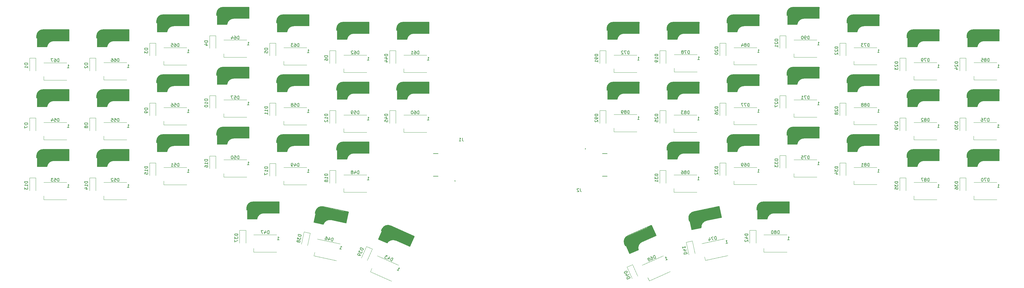
<source format=gbo>
%TF.GenerationSoftware,KiCad,Pcbnew,9.0.0*%
%TF.CreationDate,2025-03-16T07:02:03-06:00*%
%TF.ProjectId,travyboard,74726176-7962-46f6-9172-642e6b696361,rev?*%
%TF.SameCoordinates,Original*%
%TF.FileFunction,Legend,Bot*%
%TF.FilePolarity,Positive*%
%FSLAX46Y46*%
G04 Gerber Fmt 4.6, Leading zero omitted, Abs format (unit mm)*
G04 Created by KiCad (PCBNEW 9.0.0) date 2025-03-16 07:02:03*
%MOMM*%
%LPD*%
G01*
G04 APERTURE LIST*
%ADD10C,0.150000*%
%ADD11C,0.300000*%
%ADD12C,0.500000*%
%ADD13C,0.800000*%
%ADD14C,3.000000*%
%ADD15C,3.500000*%
%ADD16C,1.000000*%
%ADD17C,0.400000*%
%ADD18C,0.120000*%
%ADD19C,0.127000*%
%ADD20C,0.200000*%
G04 APERTURE END LIST*
D10*
X253127952Y-53592015D02*
X252127952Y-53592015D01*
X252127952Y-53592015D02*
X252127952Y-53830110D01*
X252127952Y-53830110D02*
X252175571Y-53972967D01*
X252175571Y-53972967D02*
X252270809Y-54068205D01*
X252270809Y-54068205D02*
X252366047Y-54115824D01*
X252366047Y-54115824D02*
X252556523Y-54163443D01*
X252556523Y-54163443D02*
X252699380Y-54163443D01*
X252699380Y-54163443D02*
X252889856Y-54115824D01*
X252889856Y-54115824D02*
X252985094Y-54068205D01*
X252985094Y-54068205D02*
X253080333Y-53972967D01*
X253080333Y-53972967D02*
X253127952Y-53830110D01*
X253127952Y-53830110D02*
X253127952Y-53592015D01*
X252223190Y-54544396D02*
X252175571Y-54592015D01*
X252175571Y-54592015D02*
X252127952Y-54687253D01*
X252127952Y-54687253D02*
X252127952Y-54925348D01*
X252127952Y-54925348D02*
X252175571Y-55020586D01*
X252175571Y-55020586D02*
X252223190Y-55068205D01*
X252223190Y-55068205D02*
X252318428Y-55115824D01*
X252318428Y-55115824D02*
X252413666Y-55115824D01*
X252413666Y-55115824D02*
X252556523Y-55068205D01*
X252556523Y-55068205D02*
X253127952Y-54496777D01*
X253127952Y-54496777D02*
X253127952Y-55115824D01*
X252127952Y-55972967D02*
X252127952Y-55782491D01*
X252127952Y-55782491D02*
X252175571Y-55687253D01*
X252175571Y-55687253D02*
X252223190Y-55639634D01*
X252223190Y-55639634D02*
X252366047Y-55544396D01*
X252366047Y-55544396D02*
X252556523Y-55496777D01*
X252556523Y-55496777D02*
X252937475Y-55496777D01*
X252937475Y-55496777D02*
X253032713Y-55544396D01*
X253032713Y-55544396D02*
X253080333Y-55592015D01*
X253080333Y-55592015D02*
X253127952Y-55687253D01*
X253127952Y-55687253D02*
X253127952Y-55877729D01*
X253127952Y-55877729D02*
X253080333Y-55972967D01*
X253080333Y-55972967D02*
X253032713Y-56020586D01*
X253032713Y-56020586D02*
X252937475Y-56068205D01*
X252937475Y-56068205D02*
X252699380Y-56068205D01*
X252699380Y-56068205D02*
X252604142Y-56020586D01*
X252604142Y-56020586D02*
X252556523Y-55972967D01*
X252556523Y-55972967D02*
X252508904Y-55877729D01*
X252508904Y-55877729D02*
X252508904Y-55687253D01*
X252508904Y-55687253D02*
X252556523Y-55592015D01*
X252556523Y-55592015D02*
X252604142Y-55544396D01*
X252604142Y-55544396D02*
X252699380Y-55496777D01*
X242363161Y-100552768D02*
X243341526Y-100345881D01*
X243341526Y-100345881D02*
X243292267Y-100112937D01*
X243292267Y-100112937D02*
X243216123Y-99983022D01*
X243216123Y-99983022D02*
X243103241Y-99909548D01*
X243103241Y-99909548D02*
X243000212Y-99882663D01*
X243000212Y-99882663D02*
X242804005Y-99875481D01*
X242804005Y-99875481D02*
X242664239Y-99905037D01*
X242664239Y-99905037D02*
X242487735Y-99991033D01*
X242487735Y-99991033D02*
X242404409Y-100057325D01*
X242404409Y-100057325D02*
X242330935Y-100170206D01*
X242330935Y-100170206D02*
X242313902Y-100319824D01*
X242313902Y-100319824D02*
X242363161Y-100552768D01*
X242719851Y-99017179D02*
X242067608Y-99155104D01*
X243141820Y-99171309D02*
X242492247Y-99552030D01*
X242492247Y-99552030D02*
X242364174Y-98946375D01*
X241850869Y-98130151D02*
X241969090Y-98689216D01*
X241909979Y-98409683D02*
X242888344Y-98202796D01*
X242888344Y-98202796D02*
X242768281Y-98325529D01*
X242768281Y-98325529D02*
X242694807Y-98438410D01*
X242694807Y-98438410D02*
X242667922Y-98541440D01*
X263031174Y-34497043D02*
X263031174Y-33497043D01*
X263031174Y-33497043D02*
X262793079Y-33497043D01*
X262793079Y-33497043D02*
X262650222Y-33544662D01*
X262650222Y-33544662D02*
X262554984Y-33639900D01*
X262554984Y-33639900D02*
X262507365Y-33735138D01*
X262507365Y-33735138D02*
X262459746Y-33925614D01*
X262459746Y-33925614D02*
X262459746Y-34068471D01*
X262459746Y-34068471D02*
X262507365Y-34258947D01*
X262507365Y-34258947D02*
X262554984Y-34354185D01*
X262554984Y-34354185D02*
X262650222Y-34449424D01*
X262650222Y-34449424D02*
X262793079Y-34497043D01*
X262793079Y-34497043D02*
X263031174Y-34497043D01*
X261888317Y-33925614D02*
X261983555Y-33877995D01*
X261983555Y-33877995D02*
X262031174Y-33830376D01*
X262031174Y-33830376D02*
X262078793Y-33735138D01*
X262078793Y-33735138D02*
X262078793Y-33687519D01*
X262078793Y-33687519D02*
X262031174Y-33592281D01*
X262031174Y-33592281D02*
X261983555Y-33544662D01*
X261983555Y-33544662D02*
X261888317Y-33497043D01*
X261888317Y-33497043D02*
X261697841Y-33497043D01*
X261697841Y-33497043D02*
X261602603Y-33544662D01*
X261602603Y-33544662D02*
X261554984Y-33592281D01*
X261554984Y-33592281D02*
X261507365Y-33687519D01*
X261507365Y-33687519D02*
X261507365Y-33735138D01*
X261507365Y-33735138D02*
X261554984Y-33830376D01*
X261554984Y-33830376D02*
X261602603Y-33877995D01*
X261602603Y-33877995D02*
X261697841Y-33925614D01*
X261697841Y-33925614D02*
X261888317Y-33925614D01*
X261888317Y-33925614D02*
X261983555Y-33973233D01*
X261983555Y-33973233D02*
X262031174Y-34020852D01*
X262031174Y-34020852D02*
X262078793Y-34116090D01*
X262078793Y-34116090D02*
X262078793Y-34306566D01*
X262078793Y-34306566D02*
X262031174Y-34401804D01*
X262031174Y-34401804D02*
X261983555Y-34449424D01*
X261983555Y-34449424D02*
X261888317Y-34497043D01*
X261888317Y-34497043D02*
X261697841Y-34497043D01*
X261697841Y-34497043D02*
X261602603Y-34449424D01*
X261602603Y-34449424D02*
X261554984Y-34401804D01*
X261554984Y-34401804D02*
X261507365Y-34306566D01*
X261507365Y-34306566D02*
X261507365Y-34116090D01*
X261507365Y-34116090D02*
X261554984Y-34020852D01*
X261554984Y-34020852D02*
X261602603Y-33973233D01*
X261602603Y-33973233D02*
X261697841Y-33925614D01*
X260650222Y-33830376D02*
X260650222Y-34497043D01*
X260888317Y-33449424D02*
X261126412Y-34163709D01*
X261126412Y-34163709D02*
X260507365Y-34163709D01*
X265681174Y-36397043D02*
X266252602Y-36397043D01*
X265966888Y-36397043D02*
X265966888Y-35397043D01*
X265966888Y-35397043D02*
X266062126Y-35539900D01*
X266062126Y-35539900D02*
X266157364Y-35635138D01*
X266157364Y-35635138D02*
X266252602Y-35682757D01*
X91138658Y-51214054D02*
X90138658Y-51214054D01*
X90138658Y-51214054D02*
X90138658Y-51452149D01*
X90138658Y-51452149D02*
X90186277Y-51595006D01*
X90186277Y-51595006D02*
X90281515Y-51690244D01*
X90281515Y-51690244D02*
X90376753Y-51737863D01*
X90376753Y-51737863D02*
X90567229Y-51785482D01*
X90567229Y-51785482D02*
X90710086Y-51785482D01*
X90710086Y-51785482D02*
X90900562Y-51737863D01*
X90900562Y-51737863D02*
X90995800Y-51690244D01*
X90995800Y-51690244D02*
X91091039Y-51595006D01*
X91091039Y-51595006D02*
X91138658Y-51452149D01*
X91138658Y-51452149D02*
X91138658Y-51214054D01*
X91138658Y-52737863D02*
X91138658Y-52166435D01*
X91138658Y-52452149D02*
X90138658Y-52452149D01*
X90138658Y-52452149D02*
X90281515Y-52356911D01*
X90281515Y-52356911D02*
X90376753Y-52261673D01*
X90376753Y-52261673D02*
X90424372Y-52166435D01*
X90138658Y-53356911D02*
X90138658Y-53452149D01*
X90138658Y-53452149D02*
X90186277Y-53547387D01*
X90186277Y-53547387D02*
X90233896Y-53595006D01*
X90233896Y-53595006D02*
X90329134Y-53642625D01*
X90329134Y-53642625D02*
X90519610Y-53690244D01*
X90519610Y-53690244D02*
X90757705Y-53690244D01*
X90757705Y-53690244D02*
X90948181Y-53642625D01*
X90948181Y-53642625D02*
X91043419Y-53595006D01*
X91043419Y-53595006D02*
X91091039Y-53547387D01*
X91091039Y-53547387D02*
X91138658Y-53452149D01*
X91138658Y-53452149D02*
X91138658Y-53356911D01*
X91138658Y-53356911D02*
X91091039Y-53261673D01*
X91091039Y-53261673D02*
X91043419Y-53214054D01*
X91043419Y-53214054D02*
X90948181Y-53166435D01*
X90948181Y-53166435D02*
X90757705Y-53118816D01*
X90757705Y-53118816D02*
X90519610Y-53118816D01*
X90519610Y-53118816D02*
X90329134Y-53166435D01*
X90329134Y-53166435D02*
X90233896Y-53214054D01*
X90233896Y-53214054D02*
X90186277Y-53261673D01*
X90186277Y-53261673D02*
X90138658Y-53356911D01*
X339231238Y-39259547D02*
X339231238Y-38259547D01*
X339231238Y-38259547D02*
X338993143Y-38259547D01*
X338993143Y-38259547D02*
X338850286Y-38307166D01*
X338850286Y-38307166D02*
X338755048Y-38402404D01*
X338755048Y-38402404D02*
X338707429Y-38497642D01*
X338707429Y-38497642D02*
X338659810Y-38688118D01*
X338659810Y-38688118D02*
X338659810Y-38830975D01*
X338659810Y-38830975D02*
X338707429Y-39021451D01*
X338707429Y-39021451D02*
X338755048Y-39116689D01*
X338755048Y-39116689D02*
X338850286Y-39211928D01*
X338850286Y-39211928D02*
X338993143Y-39259547D01*
X338993143Y-39259547D02*
X339231238Y-39259547D01*
X338088381Y-38688118D02*
X338183619Y-38640499D01*
X338183619Y-38640499D02*
X338231238Y-38592880D01*
X338231238Y-38592880D02*
X338278857Y-38497642D01*
X338278857Y-38497642D02*
X338278857Y-38450023D01*
X338278857Y-38450023D02*
X338231238Y-38354785D01*
X338231238Y-38354785D02*
X338183619Y-38307166D01*
X338183619Y-38307166D02*
X338088381Y-38259547D01*
X338088381Y-38259547D02*
X337897905Y-38259547D01*
X337897905Y-38259547D02*
X337802667Y-38307166D01*
X337802667Y-38307166D02*
X337755048Y-38354785D01*
X337755048Y-38354785D02*
X337707429Y-38450023D01*
X337707429Y-38450023D02*
X337707429Y-38497642D01*
X337707429Y-38497642D02*
X337755048Y-38592880D01*
X337755048Y-38592880D02*
X337802667Y-38640499D01*
X337802667Y-38640499D02*
X337897905Y-38688118D01*
X337897905Y-38688118D02*
X338088381Y-38688118D01*
X338088381Y-38688118D02*
X338183619Y-38735737D01*
X338183619Y-38735737D02*
X338231238Y-38783356D01*
X338231238Y-38783356D02*
X338278857Y-38878594D01*
X338278857Y-38878594D02*
X338278857Y-39069070D01*
X338278857Y-39069070D02*
X338231238Y-39164308D01*
X338231238Y-39164308D02*
X338183619Y-39211928D01*
X338183619Y-39211928D02*
X338088381Y-39259547D01*
X338088381Y-39259547D02*
X337897905Y-39259547D01*
X337897905Y-39259547D02*
X337802667Y-39211928D01*
X337802667Y-39211928D02*
X337755048Y-39164308D01*
X337755048Y-39164308D02*
X337707429Y-39069070D01*
X337707429Y-39069070D02*
X337707429Y-38878594D01*
X337707429Y-38878594D02*
X337755048Y-38783356D01*
X337755048Y-38783356D02*
X337802667Y-38735737D01*
X337802667Y-38735737D02*
X337897905Y-38688118D01*
X336802667Y-38259547D02*
X337278857Y-38259547D01*
X337278857Y-38259547D02*
X337326476Y-38735737D01*
X337326476Y-38735737D02*
X337278857Y-38688118D01*
X337278857Y-38688118D02*
X337183619Y-38640499D01*
X337183619Y-38640499D02*
X336945524Y-38640499D01*
X336945524Y-38640499D02*
X336850286Y-38688118D01*
X336850286Y-38688118D02*
X336802667Y-38735737D01*
X336802667Y-38735737D02*
X336755048Y-38830975D01*
X336755048Y-38830975D02*
X336755048Y-39069070D01*
X336755048Y-39069070D02*
X336802667Y-39164308D01*
X336802667Y-39164308D02*
X336850286Y-39211928D01*
X336850286Y-39211928D02*
X336945524Y-39259547D01*
X336945524Y-39259547D02*
X337183619Y-39259547D01*
X337183619Y-39259547D02*
X337278857Y-39211928D01*
X337278857Y-39211928D02*
X337326476Y-39164308D01*
X341881238Y-41159547D02*
X342452666Y-41159547D01*
X342166952Y-41159547D02*
X342166952Y-40159547D01*
X342166952Y-40159547D02*
X342262190Y-40302404D01*
X342262190Y-40302404D02*
X342357428Y-40397642D01*
X342357428Y-40397642D02*
X342452666Y-40445261D01*
X171947067Y-63516642D02*
X171947067Y-64230927D01*
X171947067Y-64230927D02*
X171994686Y-64373784D01*
X171994686Y-64373784D02*
X172089924Y-64469023D01*
X172089924Y-64469023D02*
X172232781Y-64516642D01*
X172232781Y-64516642D02*
X172328019Y-64516642D01*
X170947067Y-64516642D02*
X171518495Y-64516642D01*
X171232781Y-64516642D02*
X171232781Y-63516642D01*
X171232781Y-63516642D02*
X171328019Y-63659499D01*
X171328019Y-63659499D02*
X171423257Y-63754737D01*
X171423257Y-63754737D02*
X171518495Y-63802356D01*
X140552780Y-98863845D02*
X139638385Y-98459023D01*
X139638385Y-98459023D02*
X139541998Y-98676736D01*
X139541998Y-98676736D02*
X139527709Y-98826641D01*
X139527709Y-98826641D02*
X139576240Y-98952281D01*
X139576240Y-98952281D02*
X139644048Y-99034378D01*
X139644048Y-99034378D02*
X139798941Y-99155030D01*
X139798941Y-99155030D02*
X139929569Y-99212862D01*
X139929569Y-99212862D02*
X140123017Y-99246428D01*
X140123017Y-99246428D02*
X140229380Y-99241440D01*
X140229380Y-99241440D02*
X140355019Y-99192909D01*
X140355019Y-99192909D02*
X140456394Y-99081558D01*
X140456394Y-99081558D02*
X140552780Y-98863845D01*
X139272117Y-99286333D02*
X139021512Y-99852387D01*
X139021512Y-99852387D02*
X139504794Y-99701807D01*
X139504794Y-99701807D02*
X139446963Y-99832435D01*
X139446963Y-99832435D02*
X139451951Y-99938797D01*
X139451951Y-99938797D02*
X139476216Y-100001617D01*
X139476216Y-100001617D02*
X139544024Y-100083714D01*
X139544024Y-100083714D02*
X139761737Y-100180100D01*
X139761737Y-100180100D02*
X139868100Y-100175112D01*
X139868100Y-100175112D02*
X139930920Y-100150847D01*
X139930920Y-100150847D02*
X140013017Y-100083039D01*
X140013017Y-100083039D02*
X140128680Y-99821783D01*
X140128680Y-99821783D02*
X140123692Y-99715421D01*
X140123692Y-99715421D02*
X140099427Y-99652601D01*
X139743135Y-100692636D02*
X139666026Y-100866806D01*
X139666026Y-100866806D02*
X139583929Y-100934614D01*
X139583929Y-100934614D02*
X139521109Y-100958880D01*
X139521109Y-100958880D02*
X139351927Y-100988133D01*
X139351927Y-100988133D02*
X139158479Y-100954567D01*
X139158479Y-100954567D02*
X138810138Y-100800349D01*
X138810138Y-100800349D02*
X138742330Y-100718252D01*
X138742330Y-100718252D02*
X138718064Y-100655432D01*
X138718064Y-100655432D02*
X138713076Y-100549069D01*
X138713076Y-100549069D02*
X138790185Y-100374899D01*
X138790185Y-100374899D02*
X138872282Y-100307091D01*
X138872282Y-100307091D02*
X138935102Y-100282825D01*
X138935102Y-100282825D02*
X139041465Y-100277837D01*
X139041465Y-100277837D02*
X139259178Y-100374224D01*
X139259178Y-100374224D02*
X139326986Y-100456321D01*
X139326986Y-100456321D02*
X139351251Y-100519141D01*
X139351251Y-100519141D02*
X139356240Y-100625503D01*
X139356240Y-100625503D02*
X139279131Y-100799674D01*
X139279131Y-100799674D02*
X139197033Y-100867482D01*
X139197033Y-100867482D02*
X139134213Y-100891747D01*
X139134213Y-100891747D02*
X139027851Y-100896735D01*
X272177968Y-70260779D02*
X271177968Y-70260779D01*
X271177968Y-70260779D02*
X271177968Y-70498874D01*
X271177968Y-70498874D02*
X271225587Y-70641731D01*
X271225587Y-70641731D02*
X271320825Y-70736969D01*
X271320825Y-70736969D02*
X271416063Y-70784588D01*
X271416063Y-70784588D02*
X271606539Y-70832207D01*
X271606539Y-70832207D02*
X271749396Y-70832207D01*
X271749396Y-70832207D02*
X271939872Y-70784588D01*
X271939872Y-70784588D02*
X272035110Y-70736969D01*
X272035110Y-70736969D02*
X272130349Y-70641731D01*
X272130349Y-70641731D02*
X272177968Y-70498874D01*
X272177968Y-70498874D02*
X272177968Y-70260779D01*
X271177968Y-71165541D02*
X271177968Y-71784588D01*
X271177968Y-71784588D02*
X271558920Y-71451255D01*
X271558920Y-71451255D02*
X271558920Y-71594112D01*
X271558920Y-71594112D02*
X271606539Y-71689350D01*
X271606539Y-71689350D02*
X271654158Y-71736969D01*
X271654158Y-71736969D02*
X271749396Y-71784588D01*
X271749396Y-71784588D02*
X271987491Y-71784588D01*
X271987491Y-71784588D02*
X272082729Y-71736969D01*
X272082729Y-71736969D02*
X272130349Y-71689350D01*
X272130349Y-71689350D02*
X272177968Y-71594112D01*
X272177968Y-71594112D02*
X272177968Y-71308398D01*
X272177968Y-71308398D02*
X272130349Y-71213160D01*
X272130349Y-71213160D02*
X272082729Y-71165541D01*
X271177968Y-72117922D02*
X271177968Y-72736969D01*
X271177968Y-72736969D02*
X271558920Y-72403636D01*
X271558920Y-72403636D02*
X271558920Y-72546493D01*
X271558920Y-72546493D02*
X271606539Y-72641731D01*
X271606539Y-72641731D02*
X271654158Y-72689350D01*
X271654158Y-72689350D02*
X271749396Y-72736969D01*
X271749396Y-72736969D02*
X271987491Y-72736969D01*
X271987491Y-72736969D02*
X272082729Y-72689350D01*
X272082729Y-72689350D02*
X272130349Y-72641731D01*
X272130349Y-72641731D02*
X272177968Y-72546493D01*
X272177968Y-72546493D02*
X272177968Y-72260779D01*
X272177968Y-72260779D02*
X272130349Y-72165541D01*
X272130349Y-72165541D02*
X272082729Y-72117922D01*
X339162490Y-58309563D02*
X339162490Y-57309563D01*
X339162490Y-57309563D02*
X338924395Y-57309563D01*
X338924395Y-57309563D02*
X338781538Y-57357182D01*
X338781538Y-57357182D02*
X338686300Y-57452420D01*
X338686300Y-57452420D02*
X338638681Y-57547658D01*
X338638681Y-57547658D02*
X338591062Y-57738134D01*
X338591062Y-57738134D02*
X338591062Y-57880991D01*
X338591062Y-57880991D02*
X338638681Y-58071467D01*
X338638681Y-58071467D02*
X338686300Y-58166705D01*
X338686300Y-58166705D02*
X338781538Y-58261944D01*
X338781538Y-58261944D02*
X338924395Y-58309563D01*
X338924395Y-58309563D02*
X339162490Y-58309563D01*
X338257728Y-57309563D02*
X337591062Y-57309563D01*
X337591062Y-57309563D02*
X338019633Y-58309563D01*
X336781538Y-57309563D02*
X336972014Y-57309563D01*
X336972014Y-57309563D02*
X337067252Y-57357182D01*
X337067252Y-57357182D02*
X337114871Y-57404801D01*
X337114871Y-57404801D02*
X337210109Y-57547658D01*
X337210109Y-57547658D02*
X337257728Y-57738134D01*
X337257728Y-57738134D02*
X337257728Y-58119086D01*
X337257728Y-58119086D02*
X337210109Y-58214324D01*
X337210109Y-58214324D02*
X337162490Y-58261944D01*
X337162490Y-58261944D02*
X337067252Y-58309563D01*
X337067252Y-58309563D02*
X336876776Y-58309563D01*
X336876776Y-58309563D02*
X336781538Y-58261944D01*
X336781538Y-58261944D02*
X336733919Y-58214324D01*
X336733919Y-58214324D02*
X336686300Y-58119086D01*
X336686300Y-58119086D02*
X336686300Y-57880991D01*
X336686300Y-57880991D02*
X336733919Y-57785753D01*
X336733919Y-57785753D02*
X336781538Y-57738134D01*
X336781538Y-57738134D02*
X336876776Y-57690515D01*
X336876776Y-57690515D02*
X337067252Y-57690515D01*
X337067252Y-57690515D02*
X337162490Y-57738134D01*
X337162490Y-57738134D02*
X337210109Y-57785753D01*
X337210109Y-57785753D02*
X337257728Y-57880991D01*
X341812490Y-60209563D02*
X342383918Y-60209563D01*
X342098204Y-60209563D02*
X342098204Y-59209563D01*
X342098204Y-59209563D02*
X342193442Y-59352420D01*
X342193442Y-59352420D02*
X342288680Y-59447658D01*
X342288680Y-59447658D02*
X342383918Y-59495277D01*
X272177968Y-51210763D02*
X271177968Y-51210763D01*
X271177968Y-51210763D02*
X271177968Y-51448858D01*
X271177968Y-51448858D02*
X271225587Y-51591715D01*
X271225587Y-51591715D02*
X271320825Y-51686953D01*
X271320825Y-51686953D02*
X271416063Y-51734572D01*
X271416063Y-51734572D02*
X271606539Y-51782191D01*
X271606539Y-51782191D02*
X271749396Y-51782191D01*
X271749396Y-51782191D02*
X271939872Y-51734572D01*
X271939872Y-51734572D02*
X272035110Y-51686953D01*
X272035110Y-51686953D02*
X272130349Y-51591715D01*
X272130349Y-51591715D02*
X272177968Y-51448858D01*
X272177968Y-51448858D02*
X272177968Y-51210763D01*
X271273206Y-52163144D02*
X271225587Y-52210763D01*
X271225587Y-52210763D02*
X271177968Y-52306001D01*
X271177968Y-52306001D02*
X271177968Y-52544096D01*
X271177968Y-52544096D02*
X271225587Y-52639334D01*
X271225587Y-52639334D02*
X271273206Y-52686953D01*
X271273206Y-52686953D02*
X271368444Y-52734572D01*
X271368444Y-52734572D02*
X271463682Y-52734572D01*
X271463682Y-52734572D02*
X271606539Y-52686953D01*
X271606539Y-52686953D02*
X272177968Y-52115525D01*
X272177968Y-52115525D02*
X272177968Y-52734572D01*
X271177968Y-53067906D02*
X271177968Y-53734572D01*
X271177968Y-53734572D02*
X272177968Y-53306001D01*
X62941848Y-58312854D02*
X62941848Y-57312854D01*
X62941848Y-57312854D02*
X62703753Y-57312854D01*
X62703753Y-57312854D02*
X62560896Y-57360473D01*
X62560896Y-57360473D02*
X62465658Y-57455711D01*
X62465658Y-57455711D02*
X62418039Y-57550949D01*
X62418039Y-57550949D02*
X62370420Y-57741425D01*
X62370420Y-57741425D02*
X62370420Y-57884282D01*
X62370420Y-57884282D02*
X62418039Y-58074758D01*
X62418039Y-58074758D02*
X62465658Y-58169996D01*
X62465658Y-58169996D02*
X62560896Y-58265235D01*
X62560896Y-58265235D02*
X62703753Y-58312854D01*
X62703753Y-58312854D02*
X62941848Y-58312854D01*
X61465658Y-57312854D02*
X61941848Y-57312854D01*
X61941848Y-57312854D02*
X61989467Y-57789044D01*
X61989467Y-57789044D02*
X61941848Y-57741425D01*
X61941848Y-57741425D02*
X61846610Y-57693806D01*
X61846610Y-57693806D02*
X61608515Y-57693806D01*
X61608515Y-57693806D02*
X61513277Y-57741425D01*
X61513277Y-57741425D02*
X61465658Y-57789044D01*
X61465658Y-57789044D02*
X61418039Y-57884282D01*
X61418039Y-57884282D02*
X61418039Y-58122377D01*
X61418039Y-58122377D02*
X61465658Y-58217615D01*
X61465658Y-58217615D02*
X61513277Y-58265235D01*
X61513277Y-58265235D02*
X61608515Y-58312854D01*
X61608515Y-58312854D02*
X61846610Y-58312854D01*
X61846610Y-58312854D02*
X61941848Y-58265235D01*
X61941848Y-58265235D02*
X61989467Y-58217615D01*
X60513277Y-57312854D02*
X60989467Y-57312854D01*
X60989467Y-57312854D02*
X61037086Y-57789044D01*
X61037086Y-57789044D02*
X60989467Y-57741425D01*
X60989467Y-57741425D02*
X60894229Y-57693806D01*
X60894229Y-57693806D02*
X60656134Y-57693806D01*
X60656134Y-57693806D02*
X60560896Y-57741425D01*
X60560896Y-57741425D02*
X60513277Y-57789044D01*
X60513277Y-57789044D02*
X60465658Y-57884282D01*
X60465658Y-57884282D02*
X60465658Y-58122377D01*
X60465658Y-58122377D02*
X60513277Y-58217615D01*
X60513277Y-58217615D02*
X60560896Y-58265235D01*
X60560896Y-58265235D02*
X60656134Y-58312854D01*
X60656134Y-58312854D02*
X60894229Y-58312854D01*
X60894229Y-58312854D02*
X60989467Y-58265235D01*
X60989467Y-58265235D02*
X61037086Y-58217615D01*
X65591848Y-60212854D02*
X66163276Y-60212854D01*
X65877562Y-60212854D02*
X65877562Y-59212854D01*
X65877562Y-59212854D02*
X65972800Y-59355711D01*
X65972800Y-59355711D02*
X66068038Y-59450949D01*
X66068038Y-59450949D02*
X66163276Y-59498568D01*
X100663666Y-94076590D02*
X99663666Y-94076590D01*
X99663666Y-94076590D02*
X99663666Y-94314685D01*
X99663666Y-94314685D02*
X99711285Y-94457542D01*
X99711285Y-94457542D02*
X99806523Y-94552780D01*
X99806523Y-94552780D02*
X99901761Y-94600399D01*
X99901761Y-94600399D02*
X100092237Y-94648018D01*
X100092237Y-94648018D02*
X100235094Y-94648018D01*
X100235094Y-94648018D02*
X100425570Y-94600399D01*
X100425570Y-94600399D02*
X100520808Y-94552780D01*
X100520808Y-94552780D02*
X100616047Y-94457542D01*
X100616047Y-94457542D02*
X100663666Y-94314685D01*
X100663666Y-94314685D02*
X100663666Y-94076590D01*
X99663666Y-94981352D02*
X99663666Y-95600399D01*
X99663666Y-95600399D02*
X100044618Y-95267066D01*
X100044618Y-95267066D02*
X100044618Y-95409923D01*
X100044618Y-95409923D02*
X100092237Y-95505161D01*
X100092237Y-95505161D02*
X100139856Y-95552780D01*
X100139856Y-95552780D02*
X100235094Y-95600399D01*
X100235094Y-95600399D02*
X100473189Y-95600399D01*
X100473189Y-95600399D02*
X100568427Y-95552780D01*
X100568427Y-95552780D02*
X100616047Y-95505161D01*
X100616047Y-95505161D02*
X100663666Y-95409923D01*
X100663666Y-95409923D02*
X100663666Y-95124209D01*
X100663666Y-95124209D02*
X100616047Y-95028971D01*
X100616047Y-95028971D02*
X100568427Y-94981352D01*
X99663666Y-95933733D02*
X99663666Y-96600399D01*
X99663666Y-96600399D02*
X100663666Y-96171828D01*
X53038626Y-39783985D02*
X52038626Y-39783985D01*
X52038626Y-39783985D02*
X52038626Y-40022080D01*
X52038626Y-40022080D02*
X52086245Y-40164937D01*
X52086245Y-40164937D02*
X52181483Y-40260175D01*
X52181483Y-40260175D02*
X52276721Y-40307794D01*
X52276721Y-40307794D02*
X52467197Y-40355413D01*
X52467197Y-40355413D02*
X52610054Y-40355413D01*
X52610054Y-40355413D02*
X52800530Y-40307794D01*
X52800530Y-40307794D02*
X52895768Y-40260175D01*
X52895768Y-40260175D02*
X52991007Y-40164937D01*
X52991007Y-40164937D02*
X53038626Y-40022080D01*
X53038626Y-40022080D02*
X53038626Y-39783985D01*
X52133864Y-40736366D02*
X52086245Y-40783985D01*
X52086245Y-40783985D02*
X52038626Y-40879223D01*
X52038626Y-40879223D02*
X52038626Y-41117318D01*
X52038626Y-41117318D02*
X52086245Y-41212556D01*
X52086245Y-41212556D02*
X52133864Y-41260175D01*
X52133864Y-41260175D02*
X52229102Y-41307794D01*
X52229102Y-41307794D02*
X52324340Y-41307794D01*
X52324340Y-41307794D02*
X52467197Y-41260175D01*
X52467197Y-41260175D02*
X53038626Y-40688747D01*
X53038626Y-40688747D02*
X53038626Y-41307794D01*
X301131206Y-34497043D02*
X301131206Y-33497043D01*
X301131206Y-33497043D02*
X300893111Y-33497043D01*
X300893111Y-33497043D02*
X300750254Y-33544662D01*
X300750254Y-33544662D02*
X300655016Y-33639900D01*
X300655016Y-33639900D02*
X300607397Y-33735138D01*
X300607397Y-33735138D02*
X300559778Y-33925614D01*
X300559778Y-33925614D02*
X300559778Y-34068471D01*
X300559778Y-34068471D02*
X300607397Y-34258947D01*
X300607397Y-34258947D02*
X300655016Y-34354185D01*
X300655016Y-34354185D02*
X300750254Y-34449424D01*
X300750254Y-34449424D02*
X300893111Y-34497043D01*
X300893111Y-34497043D02*
X301131206Y-34497043D01*
X300226444Y-33497043D02*
X299559778Y-33497043D01*
X299559778Y-33497043D02*
X299988349Y-34497043D01*
X299274063Y-33497043D02*
X298655016Y-33497043D01*
X298655016Y-33497043D02*
X298988349Y-33877995D01*
X298988349Y-33877995D02*
X298845492Y-33877995D01*
X298845492Y-33877995D02*
X298750254Y-33925614D01*
X298750254Y-33925614D02*
X298702635Y-33973233D01*
X298702635Y-33973233D02*
X298655016Y-34068471D01*
X298655016Y-34068471D02*
X298655016Y-34306566D01*
X298655016Y-34306566D02*
X298702635Y-34401804D01*
X298702635Y-34401804D02*
X298750254Y-34449424D01*
X298750254Y-34449424D02*
X298845492Y-34497043D01*
X298845492Y-34497043D02*
X299131206Y-34497043D01*
X299131206Y-34497043D02*
X299226444Y-34449424D01*
X299226444Y-34449424D02*
X299274063Y-34401804D01*
X303781206Y-36397043D02*
X304352634Y-36397043D01*
X304066920Y-36397043D02*
X304066920Y-35397043D01*
X304066920Y-35397043D02*
X304162158Y-35539900D01*
X304162158Y-35539900D02*
X304257396Y-35635138D01*
X304257396Y-35635138D02*
X304352634Y-35682757D01*
X234077936Y-75023283D02*
X233077936Y-75023283D01*
X233077936Y-75023283D02*
X233077936Y-75261378D01*
X233077936Y-75261378D02*
X233125555Y-75404235D01*
X233125555Y-75404235D02*
X233220793Y-75499473D01*
X233220793Y-75499473D02*
X233316031Y-75547092D01*
X233316031Y-75547092D02*
X233506507Y-75594711D01*
X233506507Y-75594711D02*
X233649364Y-75594711D01*
X233649364Y-75594711D02*
X233839840Y-75547092D01*
X233839840Y-75547092D02*
X233935078Y-75499473D01*
X233935078Y-75499473D02*
X234030317Y-75404235D01*
X234030317Y-75404235D02*
X234077936Y-75261378D01*
X234077936Y-75261378D02*
X234077936Y-75023283D01*
X233077936Y-75928045D02*
X233077936Y-76547092D01*
X233077936Y-76547092D02*
X233458888Y-76213759D01*
X233458888Y-76213759D02*
X233458888Y-76356616D01*
X233458888Y-76356616D02*
X233506507Y-76451854D01*
X233506507Y-76451854D02*
X233554126Y-76499473D01*
X233554126Y-76499473D02*
X233649364Y-76547092D01*
X233649364Y-76547092D02*
X233887459Y-76547092D01*
X233887459Y-76547092D02*
X233982697Y-76499473D01*
X233982697Y-76499473D02*
X234030317Y-76451854D01*
X234030317Y-76451854D02*
X234077936Y-76356616D01*
X234077936Y-76356616D02*
X234077936Y-76070902D01*
X234077936Y-76070902D02*
X234030317Y-75975664D01*
X234030317Y-75975664D02*
X233982697Y-75928045D01*
X234077936Y-77499473D02*
X234077936Y-76928045D01*
X234077936Y-77213759D02*
X233077936Y-77213759D01*
X233077936Y-77213759D02*
X233220793Y-77118521D01*
X233220793Y-77118521D02*
X233316031Y-77023283D01*
X233316031Y-77023283D02*
X233363650Y-76928045D01*
X234077936Y-36923251D02*
X233077936Y-36923251D01*
X233077936Y-36923251D02*
X233077936Y-37161346D01*
X233077936Y-37161346D02*
X233125555Y-37304203D01*
X233125555Y-37304203D02*
X233220793Y-37399441D01*
X233220793Y-37399441D02*
X233316031Y-37447060D01*
X233316031Y-37447060D02*
X233506507Y-37494679D01*
X233506507Y-37494679D02*
X233649364Y-37494679D01*
X233649364Y-37494679D02*
X233839840Y-37447060D01*
X233839840Y-37447060D02*
X233935078Y-37399441D01*
X233935078Y-37399441D02*
X234030317Y-37304203D01*
X234030317Y-37304203D02*
X234077936Y-37161346D01*
X234077936Y-37161346D02*
X234077936Y-36923251D01*
X234077936Y-38447060D02*
X234077936Y-37875632D01*
X234077936Y-38161346D02*
X233077936Y-38161346D01*
X233077936Y-38161346D02*
X233220793Y-38066108D01*
X233220793Y-38066108D02*
X233316031Y-37970870D01*
X233316031Y-37970870D02*
X233363650Y-37875632D01*
X234077936Y-38923251D02*
X234077936Y-39113727D01*
X234077936Y-39113727D02*
X234030317Y-39208965D01*
X234030317Y-39208965D02*
X233982697Y-39256584D01*
X233982697Y-39256584D02*
X233839840Y-39351822D01*
X233839840Y-39351822D02*
X233649364Y-39399441D01*
X233649364Y-39399441D02*
X233268412Y-39399441D01*
X233268412Y-39399441D02*
X233173174Y-39351822D01*
X233173174Y-39351822D02*
X233125555Y-39304203D01*
X233125555Y-39304203D02*
X233077936Y-39208965D01*
X233077936Y-39208965D02*
X233077936Y-39018489D01*
X233077936Y-39018489D02*
X233125555Y-38923251D01*
X233125555Y-38923251D02*
X233173174Y-38875632D01*
X233173174Y-38875632D02*
X233268412Y-38828013D01*
X233268412Y-38828013D02*
X233506507Y-38828013D01*
X233506507Y-38828013D02*
X233601745Y-38875632D01*
X233601745Y-38875632D02*
X233649364Y-38923251D01*
X233649364Y-38923251D02*
X233696983Y-39018489D01*
X233696983Y-39018489D02*
X233696983Y-39208965D01*
X233696983Y-39208965D02*
X233649364Y-39304203D01*
X233649364Y-39304203D02*
X233601745Y-39351822D01*
X233601745Y-39351822D02*
X233506507Y-39399441D01*
X139141912Y-74981618D02*
X139141912Y-73981618D01*
X139141912Y-73981618D02*
X138903817Y-73981618D01*
X138903817Y-73981618D02*
X138760960Y-74029237D01*
X138760960Y-74029237D02*
X138665722Y-74124475D01*
X138665722Y-74124475D02*
X138618103Y-74219713D01*
X138618103Y-74219713D02*
X138570484Y-74410189D01*
X138570484Y-74410189D02*
X138570484Y-74553046D01*
X138570484Y-74553046D02*
X138618103Y-74743522D01*
X138618103Y-74743522D02*
X138665722Y-74838760D01*
X138665722Y-74838760D02*
X138760960Y-74933999D01*
X138760960Y-74933999D02*
X138903817Y-74981618D01*
X138903817Y-74981618D02*
X139141912Y-74981618D01*
X137713341Y-74314951D02*
X137713341Y-74981618D01*
X137951436Y-73933999D02*
X138189531Y-74648284D01*
X138189531Y-74648284D02*
X137570484Y-74648284D01*
X137046674Y-74410189D02*
X137141912Y-74362570D01*
X137141912Y-74362570D02*
X137189531Y-74314951D01*
X137189531Y-74314951D02*
X137237150Y-74219713D01*
X137237150Y-74219713D02*
X137237150Y-74172094D01*
X137237150Y-74172094D02*
X137189531Y-74076856D01*
X137189531Y-74076856D02*
X137141912Y-74029237D01*
X137141912Y-74029237D02*
X137046674Y-73981618D01*
X137046674Y-73981618D02*
X136856198Y-73981618D01*
X136856198Y-73981618D02*
X136760960Y-74029237D01*
X136760960Y-74029237D02*
X136713341Y-74076856D01*
X136713341Y-74076856D02*
X136665722Y-74172094D01*
X136665722Y-74172094D02*
X136665722Y-74219713D01*
X136665722Y-74219713D02*
X136713341Y-74314951D01*
X136713341Y-74314951D02*
X136760960Y-74362570D01*
X136760960Y-74362570D02*
X136856198Y-74410189D01*
X136856198Y-74410189D02*
X137046674Y-74410189D01*
X137046674Y-74410189D02*
X137141912Y-74457808D01*
X137141912Y-74457808D02*
X137189531Y-74505427D01*
X137189531Y-74505427D02*
X137237150Y-74600665D01*
X137237150Y-74600665D02*
X137237150Y-74791141D01*
X137237150Y-74791141D02*
X137189531Y-74886379D01*
X137189531Y-74886379D02*
X137141912Y-74933999D01*
X137141912Y-74933999D02*
X137046674Y-74981618D01*
X137046674Y-74981618D02*
X136856198Y-74981618D01*
X136856198Y-74981618D02*
X136760960Y-74933999D01*
X136760960Y-74933999D02*
X136713341Y-74886379D01*
X136713341Y-74886379D02*
X136665722Y-74791141D01*
X136665722Y-74791141D02*
X136665722Y-74600665D01*
X136665722Y-74600665D02*
X136713341Y-74505427D01*
X136713341Y-74505427D02*
X136760960Y-74457808D01*
X136760960Y-74457808D02*
X136856198Y-74410189D01*
X141791912Y-76881618D02*
X142363340Y-76881618D01*
X142077626Y-76881618D02*
X142077626Y-75881618D01*
X142077626Y-75881618D02*
X142172864Y-76024475D01*
X142172864Y-76024475D02*
X142268102Y-76119713D01*
X142268102Y-76119713D02*
X142363340Y-76167332D01*
X301131206Y-53547059D02*
X301131206Y-52547059D01*
X301131206Y-52547059D02*
X300893111Y-52547059D01*
X300893111Y-52547059D02*
X300750254Y-52594678D01*
X300750254Y-52594678D02*
X300655016Y-52689916D01*
X300655016Y-52689916D02*
X300607397Y-52785154D01*
X300607397Y-52785154D02*
X300559778Y-52975630D01*
X300559778Y-52975630D02*
X300559778Y-53118487D01*
X300559778Y-53118487D02*
X300607397Y-53308963D01*
X300607397Y-53308963D02*
X300655016Y-53404201D01*
X300655016Y-53404201D02*
X300750254Y-53499440D01*
X300750254Y-53499440D02*
X300893111Y-53547059D01*
X300893111Y-53547059D02*
X301131206Y-53547059D01*
X299988349Y-52975630D02*
X300083587Y-52928011D01*
X300083587Y-52928011D02*
X300131206Y-52880392D01*
X300131206Y-52880392D02*
X300178825Y-52785154D01*
X300178825Y-52785154D02*
X300178825Y-52737535D01*
X300178825Y-52737535D02*
X300131206Y-52642297D01*
X300131206Y-52642297D02*
X300083587Y-52594678D01*
X300083587Y-52594678D02*
X299988349Y-52547059D01*
X299988349Y-52547059D02*
X299797873Y-52547059D01*
X299797873Y-52547059D02*
X299702635Y-52594678D01*
X299702635Y-52594678D02*
X299655016Y-52642297D01*
X299655016Y-52642297D02*
X299607397Y-52737535D01*
X299607397Y-52737535D02*
X299607397Y-52785154D01*
X299607397Y-52785154D02*
X299655016Y-52880392D01*
X299655016Y-52880392D02*
X299702635Y-52928011D01*
X299702635Y-52928011D02*
X299797873Y-52975630D01*
X299797873Y-52975630D02*
X299988349Y-52975630D01*
X299988349Y-52975630D02*
X300083587Y-53023249D01*
X300083587Y-53023249D02*
X300131206Y-53070868D01*
X300131206Y-53070868D02*
X300178825Y-53166106D01*
X300178825Y-53166106D02*
X300178825Y-53356582D01*
X300178825Y-53356582D02*
X300131206Y-53451820D01*
X300131206Y-53451820D02*
X300083587Y-53499440D01*
X300083587Y-53499440D02*
X299988349Y-53547059D01*
X299988349Y-53547059D02*
X299797873Y-53547059D01*
X299797873Y-53547059D02*
X299702635Y-53499440D01*
X299702635Y-53499440D02*
X299655016Y-53451820D01*
X299655016Y-53451820D02*
X299607397Y-53356582D01*
X299607397Y-53356582D02*
X299607397Y-53166106D01*
X299607397Y-53166106D02*
X299655016Y-53070868D01*
X299655016Y-53070868D02*
X299702635Y-53023249D01*
X299702635Y-53023249D02*
X299797873Y-52975630D01*
X299035968Y-52975630D02*
X299131206Y-52928011D01*
X299131206Y-52928011D02*
X299178825Y-52880392D01*
X299178825Y-52880392D02*
X299226444Y-52785154D01*
X299226444Y-52785154D02*
X299226444Y-52737535D01*
X299226444Y-52737535D02*
X299178825Y-52642297D01*
X299178825Y-52642297D02*
X299131206Y-52594678D01*
X299131206Y-52594678D02*
X299035968Y-52547059D01*
X299035968Y-52547059D02*
X298845492Y-52547059D01*
X298845492Y-52547059D02*
X298750254Y-52594678D01*
X298750254Y-52594678D02*
X298702635Y-52642297D01*
X298702635Y-52642297D02*
X298655016Y-52737535D01*
X298655016Y-52737535D02*
X298655016Y-52785154D01*
X298655016Y-52785154D02*
X298702635Y-52880392D01*
X298702635Y-52880392D02*
X298750254Y-52928011D01*
X298750254Y-52928011D02*
X298845492Y-52975630D01*
X298845492Y-52975630D02*
X299035968Y-52975630D01*
X299035968Y-52975630D02*
X299131206Y-53023249D01*
X299131206Y-53023249D02*
X299178825Y-53070868D01*
X299178825Y-53070868D02*
X299226444Y-53166106D01*
X299226444Y-53166106D02*
X299226444Y-53356582D01*
X299226444Y-53356582D02*
X299178825Y-53451820D01*
X299178825Y-53451820D02*
X299131206Y-53499440D01*
X299131206Y-53499440D02*
X299035968Y-53547059D01*
X299035968Y-53547059D02*
X298845492Y-53547059D01*
X298845492Y-53547059D02*
X298750254Y-53499440D01*
X298750254Y-53499440D02*
X298702635Y-53451820D01*
X298702635Y-53451820D02*
X298655016Y-53356582D01*
X298655016Y-53356582D02*
X298655016Y-53166106D01*
X298655016Y-53166106D02*
X298702635Y-53070868D01*
X298702635Y-53070868D02*
X298750254Y-53023249D01*
X298750254Y-53023249D02*
X298845492Y-52975630D01*
X303781206Y-55447059D02*
X304352634Y-55447059D01*
X304066920Y-55447059D02*
X304066920Y-54447059D01*
X304066920Y-54447059D02*
X304162158Y-54589916D01*
X304162158Y-54589916D02*
X304257396Y-54685154D01*
X304257396Y-54685154D02*
X304352634Y-54732773D01*
X33988610Y-39783985D02*
X32988610Y-39783985D01*
X32988610Y-39783985D02*
X32988610Y-40022080D01*
X32988610Y-40022080D02*
X33036229Y-40164937D01*
X33036229Y-40164937D02*
X33131467Y-40260175D01*
X33131467Y-40260175D02*
X33226705Y-40307794D01*
X33226705Y-40307794D02*
X33417181Y-40355413D01*
X33417181Y-40355413D02*
X33560038Y-40355413D01*
X33560038Y-40355413D02*
X33750514Y-40307794D01*
X33750514Y-40307794D02*
X33845752Y-40260175D01*
X33845752Y-40260175D02*
X33940991Y-40164937D01*
X33940991Y-40164937D02*
X33988610Y-40022080D01*
X33988610Y-40022080D02*
X33988610Y-39783985D01*
X33988610Y-41307794D02*
X33988610Y-40736366D01*
X33988610Y-41022080D02*
X32988610Y-41022080D01*
X32988610Y-41022080D02*
X33131467Y-40926842D01*
X33131467Y-40926842D02*
X33226705Y-40831604D01*
X33226705Y-40831604D02*
X33274324Y-40736366D01*
X81991864Y-72600366D02*
X81991864Y-71600366D01*
X81991864Y-71600366D02*
X81753769Y-71600366D01*
X81753769Y-71600366D02*
X81610912Y-71647985D01*
X81610912Y-71647985D02*
X81515674Y-71743223D01*
X81515674Y-71743223D02*
X81468055Y-71838461D01*
X81468055Y-71838461D02*
X81420436Y-72028937D01*
X81420436Y-72028937D02*
X81420436Y-72171794D01*
X81420436Y-72171794D02*
X81468055Y-72362270D01*
X81468055Y-72362270D02*
X81515674Y-72457508D01*
X81515674Y-72457508D02*
X81610912Y-72552747D01*
X81610912Y-72552747D02*
X81753769Y-72600366D01*
X81753769Y-72600366D02*
X81991864Y-72600366D01*
X80515674Y-71600366D02*
X80991864Y-71600366D01*
X80991864Y-71600366D02*
X81039483Y-72076556D01*
X81039483Y-72076556D02*
X80991864Y-72028937D01*
X80991864Y-72028937D02*
X80896626Y-71981318D01*
X80896626Y-71981318D02*
X80658531Y-71981318D01*
X80658531Y-71981318D02*
X80563293Y-72028937D01*
X80563293Y-72028937D02*
X80515674Y-72076556D01*
X80515674Y-72076556D02*
X80468055Y-72171794D01*
X80468055Y-72171794D02*
X80468055Y-72409889D01*
X80468055Y-72409889D02*
X80515674Y-72505127D01*
X80515674Y-72505127D02*
X80563293Y-72552747D01*
X80563293Y-72552747D02*
X80658531Y-72600366D01*
X80658531Y-72600366D02*
X80896626Y-72600366D01*
X80896626Y-72600366D02*
X80991864Y-72552747D01*
X80991864Y-72552747D02*
X81039483Y-72505127D01*
X79515674Y-72600366D02*
X80087102Y-72600366D01*
X79801388Y-72600366D02*
X79801388Y-71600366D01*
X79801388Y-71600366D02*
X79896626Y-71743223D01*
X79896626Y-71743223D02*
X79991864Y-71838461D01*
X79991864Y-71838461D02*
X80087102Y-71886080D01*
X84641864Y-74500366D02*
X85213292Y-74500366D01*
X84927578Y-74500366D02*
X84927578Y-73500366D01*
X84927578Y-73500366D02*
X85022816Y-73643223D01*
X85022816Y-73643223D02*
X85118054Y-73738461D01*
X85118054Y-73738461D02*
X85213292Y-73786080D01*
X148288706Y-55976557D02*
X147288706Y-55976557D01*
X147288706Y-55976557D02*
X147288706Y-56214652D01*
X147288706Y-56214652D02*
X147336325Y-56357509D01*
X147336325Y-56357509D02*
X147431563Y-56452747D01*
X147431563Y-56452747D02*
X147526801Y-56500366D01*
X147526801Y-56500366D02*
X147717277Y-56547985D01*
X147717277Y-56547985D02*
X147860134Y-56547985D01*
X147860134Y-56547985D02*
X148050610Y-56500366D01*
X148050610Y-56500366D02*
X148145848Y-56452747D01*
X148145848Y-56452747D02*
X148241087Y-56357509D01*
X148241087Y-56357509D02*
X148288706Y-56214652D01*
X148288706Y-56214652D02*
X148288706Y-55976557D01*
X147622039Y-57405128D02*
X148288706Y-57405128D01*
X147241087Y-57167033D02*
X147955372Y-56928938D01*
X147955372Y-56928938D02*
X147955372Y-57547985D01*
X147288706Y-58405128D02*
X147288706Y-57928938D01*
X147288706Y-57928938D02*
X147764896Y-57881319D01*
X147764896Y-57881319D02*
X147717277Y-57928938D01*
X147717277Y-57928938D02*
X147669658Y-58024176D01*
X147669658Y-58024176D02*
X147669658Y-58262271D01*
X147669658Y-58262271D02*
X147717277Y-58357509D01*
X147717277Y-58357509D02*
X147764896Y-58405128D01*
X147764896Y-58405128D02*
X147860134Y-58452747D01*
X147860134Y-58452747D02*
X148098229Y-58452747D01*
X148098229Y-58452747D02*
X148193467Y-58405128D01*
X148193467Y-58405128D02*
X148241087Y-58357509D01*
X148241087Y-58357509D02*
X148288706Y-58262271D01*
X148288706Y-58262271D02*
X148288706Y-58024176D01*
X148288706Y-58024176D02*
X148241087Y-57928938D01*
X148241087Y-57928938D02*
X148193467Y-57881319D01*
X282081190Y-70215823D02*
X282081190Y-69215823D01*
X282081190Y-69215823D02*
X281843095Y-69215823D01*
X281843095Y-69215823D02*
X281700238Y-69263442D01*
X281700238Y-69263442D02*
X281605000Y-69358680D01*
X281605000Y-69358680D02*
X281557381Y-69453918D01*
X281557381Y-69453918D02*
X281509762Y-69644394D01*
X281509762Y-69644394D02*
X281509762Y-69787251D01*
X281509762Y-69787251D02*
X281557381Y-69977727D01*
X281557381Y-69977727D02*
X281605000Y-70072965D01*
X281605000Y-70072965D02*
X281700238Y-70168204D01*
X281700238Y-70168204D02*
X281843095Y-70215823D01*
X281843095Y-70215823D02*
X282081190Y-70215823D01*
X281176428Y-69215823D02*
X280509762Y-69215823D01*
X280509762Y-69215823D02*
X280938333Y-70215823D01*
X279652619Y-69215823D02*
X280128809Y-69215823D01*
X280128809Y-69215823D02*
X280176428Y-69692013D01*
X280176428Y-69692013D02*
X280128809Y-69644394D01*
X280128809Y-69644394D02*
X280033571Y-69596775D01*
X280033571Y-69596775D02*
X279795476Y-69596775D01*
X279795476Y-69596775D02*
X279700238Y-69644394D01*
X279700238Y-69644394D02*
X279652619Y-69692013D01*
X279652619Y-69692013D02*
X279605000Y-69787251D01*
X279605000Y-69787251D02*
X279605000Y-70025346D01*
X279605000Y-70025346D02*
X279652619Y-70120584D01*
X279652619Y-70120584D02*
X279700238Y-70168204D01*
X279700238Y-70168204D02*
X279795476Y-70215823D01*
X279795476Y-70215823D02*
X280033571Y-70215823D01*
X280033571Y-70215823D02*
X280128809Y-70168204D01*
X280128809Y-70168204D02*
X280176428Y-70120584D01*
X284731190Y-72115823D02*
X285302618Y-72115823D01*
X285016904Y-72115823D02*
X285016904Y-71115823D01*
X285016904Y-71115823D02*
X285112142Y-71258680D01*
X285112142Y-71258680D02*
X285207380Y-71353918D01*
X285207380Y-71353918D02*
X285302618Y-71401537D01*
X43891832Y-39327220D02*
X43891832Y-38327220D01*
X43891832Y-38327220D02*
X43653737Y-38327220D01*
X43653737Y-38327220D02*
X43510880Y-38374839D01*
X43510880Y-38374839D02*
X43415642Y-38470077D01*
X43415642Y-38470077D02*
X43368023Y-38565315D01*
X43368023Y-38565315D02*
X43320404Y-38755791D01*
X43320404Y-38755791D02*
X43320404Y-38898648D01*
X43320404Y-38898648D02*
X43368023Y-39089124D01*
X43368023Y-39089124D02*
X43415642Y-39184362D01*
X43415642Y-39184362D02*
X43510880Y-39279601D01*
X43510880Y-39279601D02*
X43653737Y-39327220D01*
X43653737Y-39327220D02*
X43891832Y-39327220D01*
X42463261Y-38327220D02*
X42653737Y-38327220D01*
X42653737Y-38327220D02*
X42748975Y-38374839D01*
X42748975Y-38374839D02*
X42796594Y-38422458D01*
X42796594Y-38422458D02*
X42891832Y-38565315D01*
X42891832Y-38565315D02*
X42939451Y-38755791D01*
X42939451Y-38755791D02*
X42939451Y-39136743D01*
X42939451Y-39136743D02*
X42891832Y-39231981D01*
X42891832Y-39231981D02*
X42844213Y-39279601D01*
X42844213Y-39279601D02*
X42748975Y-39327220D01*
X42748975Y-39327220D02*
X42558499Y-39327220D01*
X42558499Y-39327220D02*
X42463261Y-39279601D01*
X42463261Y-39279601D02*
X42415642Y-39231981D01*
X42415642Y-39231981D02*
X42368023Y-39136743D01*
X42368023Y-39136743D02*
X42368023Y-38898648D01*
X42368023Y-38898648D02*
X42415642Y-38803410D01*
X42415642Y-38803410D02*
X42463261Y-38755791D01*
X42463261Y-38755791D02*
X42558499Y-38708172D01*
X42558499Y-38708172D02*
X42748975Y-38708172D01*
X42748975Y-38708172D02*
X42844213Y-38755791D01*
X42844213Y-38755791D02*
X42891832Y-38803410D01*
X42891832Y-38803410D02*
X42939451Y-38898648D01*
X42034689Y-38327220D02*
X41368023Y-38327220D01*
X41368023Y-38327220D02*
X41796594Y-39327220D01*
X46541832Y-41227220D02*
X47113260Y-41227220D01*
X46827546Y-41227220D02*
X46827546Y-40227220D01*
X46827546Y-40227220D02*
X46922784Y-40370077D01*
X46922784Y-40370077D02*
X47018022Y-40465315D01*
X47018022Y-40465315D02*
X47113260Y-40512934D01*
X272556182Y-94028343D02*
X272556182Y-93028343D01*
X272556182Y-93028343D02*
X272318087Y-93028343D01*
X272318087Y-93028343D02*
X272175230Y-93075962D01*
X272175230Y-93075962D02*
X272079992Y-93171200D01*
X272079992Y-93171200D02*
X272032373Y-93266438D01*
X272032373Y-93266438D02*
X271984754Y-93456914D01*
X271984754Y-93456914D02*
X271984754Y-93599771D01*
X271984754Y-93599771D02*
X272032373Y-93790247D01*
X272032373Y-93790247D02*
X272079992Y-93885485D01*
X272079992Y-93885485D02*
X272175230Y-93980724D01*
X272175230Y-93980724D02*
X272318087Y-94028343D01*
X272318087Y-94028343D02*
X272556182Y-94028343D01*
X271413325Y-93456914D02*
X271508563Y-93409295D01*
X271508563Y-93409295D02*
X271556182Y-93361676D01*
X271556182Y-93361676D02*
X271603801Y-93266438D01*
X271603801Y-93266438D02*
X271603801Y-93218819D01*
X271603801Y-93218819D02*
X271556182Y-93123581D01*
X271556182Y-93123581D02*
X271508563Y-93075962D01*
X271508563Y-93075962D02*
X271413325Y-93028343D01*
X271413325Y-93028343D02*
X271222849Y-93028343D01*
X271222849Y-93028343D02*
X271127611Y-93075962D01*
X271127611Y-93075962D02*
X271079992Y-93123581D01*
X271079992Y-93123581D02*
X271032373Y-93218819D01*
X271032373Y-93218819D02*
X271032373Y-93266438D01*
X271032373Y-93266438D02*
X271079992Y-93361676D01*
X271079992Y-93361676D02*
X271127611Y-93409295D01*
X271127611Y-93409295D02*
X271222849Y-93456914D01*
X271222849Y-93456914D02*
X271413325Y-93456914D01*
X271413325Y-93456914D02*
X271508563Y-93504533D01*
X271508563Y-93504533D02*
X271556182Y-93552152D01*
X271556182Y-93552152D02*
X271603801Y-93647390D01*
X271603801Y-93647390D02*
X271603801Y-93837866D01*
X271603801Y-93837866D02*
X271556182Y-93933104D01*
X271556182Y-93933104D02*
X271508563Y-93980724D01*
X271508563Y-93980724D02*
X271413325Y-94028343D01*
X271413325Y-94028343D02*
X271222849Y-94028343D01*
X271222849Y-94028343D02*
X271127611Y-93980724D01*
X271127611Y-93980724D02*
X271079992Y-93933104D01*
X271079992Y-93933104D02*
X271032373Y-93837866D01*
X271032373Y-93837866D02*
X271032373Y-93647390D01*
X271032373Y-93647390D02*
X271079992Y-93552152D01*
X271079992Y-93552152D02*
X271127611Y-93504533D01*
X271127611Y-93504533D02*
X271222849Y-93456914D01*
X270413325Y-93028343D02*
X270318087Y-93028343D01*
X270318087Y-93028343D02*
X270222849Y-93075962D01*
X270222849Y-93075962D02*
X270175230Y-93123581D01*
X270175230Y-93123581D02*
X270127611Y-93218819D01*
X270127611Y-93218819D02*
X270079992Y-93409295D01*
X270079992Y-93409295D02*
X270079992Y-93647390D01*
X270079992Y-93647390D02*
X270127611Y-93837866D01*
X270127611Y-93837866D02*
X270175230Y-93933104D01*
X270175230Y-93933104D02*
X270222849Y-93980724D01*
X270222849Y-93980724D02*
X270318087Y-94028343D01*
X270318087Y-94028343D02*
X270413325Y-94028343D01*
X270413325Y-94028343D02*
X270508563Y-93980724D01*
X270508563Y-93980724D02*
X270556182Y-93933104D01*
X270556182Y-93933104D02*
X270603801Y-93837866D01*
X270603801Y-93837866D02*
X270651420Y-93647390D01*
X270651420Y-93647390D02*
X270651420Y-93409295D01*
X270651420Y-93409295D02*
X270603801Y-93218819D01*
X270603801Y-93218819D02*
X270556182Y-93123581D01*
X270556182Y-93123581D02*
X270508563Y-93075962D01*
X270508563Y-93075962D02*
X270413325Y-93028343D01*
X275206182Y-95928343D02*
X275777610Y-95928343D01*
X275491896Y-95928343D02*
X275491896Y-94928343D01*
X275491896Y-94928343D02*
X275587134Y-95071200D01*
X275587134Y-95071200D02*
X275682372Y-95166438D01*
X275682372Y-95166438D02*
X275777610Y-95214057D01*
X263031174Y-72597075D02*
X263031174Y-71597075D01*
X263031174Y-71597075D02*
X262793079Y-71597075D01*
X262793079Y-71597075D02*
X262650222Y-71644694D01*
X262650222Y-71644694D02*
X262554984Y-71739932D01*
X262554984Y-71739932D02*
X262507365Y-71835170D01*
X262507365Y-71835170D02*
X262459746Y-72025646D01*
X262459746Y-72025646D02*
X262459746Y-72168503D01*
X262459746Y-72168503D02*
X262507365Y-72358979D01*
X262507365Y-72358979D02*
X262554984Y-72454217D01*
X262554984Y-72454217D02*
X262650222Y-72549456D01*
X262650222Y-72549456D02*
X262793079Y-72597075D01*
X262793079Y-72597075D02*
X263031174Y-72597075D01*
X261602603Y-71597075D02*
X261793079Y-71597075D01*
X261793079Y-71597075D02*
X261888317Y-71644694D01*
X261888317Y-71644694D02*
X261935936Y-71692313D01*
X261935936Y-71692313D02*
X262031174Y-71835170D01*
X262031174Y-71835170D02*
X262078793Y-72025646D01*
X262078793Y-72025646D02*
X262078793Y-72406598D01*
X262078793Y-72406598D02*
X262031174Y-72501836D01*
X262031174Y-72501836D02*
X261983555Y-72549456D01*
X261983555Y-72549456D02*
X261888317Y-72597075D01*
X261888317Y-72597075D02*
X261697841Y-72597075D01*
X261697841Y-72597075D02*
X261602603Y-72549456D01*
X261602603Y-72549456D02*
X261554984Y-72501836D01*
X261554984Y-72501836D02*
X261507365Y-72406598D01*
X261507365Y-72406598D02*
X261507365Y-72168503D01*
X261507365Y-72168503D02*
X261554984Y-72073265D01*
X261554984Y-72073265D02*
X261602603Y-72025646D01*
X261602603Y-72025646D02*
X261697841Y-71978027D01*
X261697841Y-71978027D02*
X261888317Y-71978027D01*
X261888317Y-71978027D02*
X261983555Y-72025646D01*
X261983555Y-72025646D02*
X262031174Y-72073265D01*
X262031174Y-72073265D02*
X262078793Y-72168503D01*
X261031174Y-72597075D02*
X260840698Y-72597075D01*
X260840698Y-72597075D02*
X260745460Y-72549456D01*
X260745460Y-72549456D02*
X260697841Y-72501836D01*
X260697841Y-72501836D02*
X260602603Y-72358979D01*
X260602603Y-72358979D02*
X260554984Y-72168503D01*
X260554984Y-72168503D02*
X260554984Y-71787551D01*
X260554984Y-71787551D02*
X260602603Y-71692313D01*
X260602603Y-71692313D02*
X260650222Y-71644694D01*
X260650222Y-71644694D02*
X260745460Y-71597075D01*
X260745460Y-71597075D02*
X260935936Y-71597075D01*
X260935936Y-71597075D02*
X261031174Y-71644694D01*
X261031174Y-71644694D02*
X261078793Y-71692313D01*
X261078793Y-71692313D02*
X261126412Y-71787551D01*
X261126412Y-71787551D02*
X261126412Y-72025646D01*
X261126412Y-72025646D02*
X261078793Y-72120884D01*
X261078793Y-72120884D02*
X261031174Y-72168503D01*
X261031174Y-72168503D02*
X260935936Y-72216122D01*
X260935936Y-72216122D02*
X260745460Y-72216122D01*
X260745460Y-72216122D02*
X260650222Y-72168503D01*
X260650222Y-72168503D02*
X260602603Y-72120884D01*
X260602603Y-72120884D02*
X260554984Y-72025646D01*
X265681174Y-74497075D02*
X266252602Y-74497075D01*
X265966888Y-74497075D02*
X265966888Y-73497075D01*
X265966888Y-73497075D02*
X266062126Y-73639932D01*
X266062126Y-73639932D02*
X266157364Y-73735170D01*
X266157364Y-73735170D02*
X266252602Y-73782789D01*
X158191928Y-55931601D02*
X158191928Y-54931601D01*
X158191928Y-54931601D02*
X157953833Y-54931601D01*
X157953833Y-54931601D02*
X157810976Y-54979220D01*
X157810976Y-54979220D02*
X157715738Y-55074458D01*
X157715738Y-55074458D02*
X157668119Y-55169696D01*
X157668119Y-55169696D02*
X157620500Y-55360172D01*
X157620500Y-55360172D02*
X157620500Y-55503029D01*
X157620500Y-55503029D02*
X157668119Y-55693505D01*
X157668119Y-55693505D02*
X157715738Y-55788743D01*
X157715738Y-55788743D02*
X157810976Y-55883982D01*
X157810976Y-55883982D02*
X157953833Y-55931601D01*
X157953833Y-55931601D02*
X158191928Y-55931601D01*
X156763357Y-54931601D02*
X156953833Y-54931601D01*
X156953833Y-54931601D02*
X157049071Y-54979220D01*
X157049071Y-54979220D02*
X157096690Y-55026839D01*
X157096690Y-55026839D02*
X157191928Y-55169696D01*
X157191928Y-55169696D02*
X157239547Y-55360172D01*
X157239547Y-55360172D02*
X157239547Y-55741124D01*
X157239547Y-55741124D02*
X157191928Y-55836362D01*
X157191928Y-55836362D02*
X157144309Y-55883982D01*
X157144309Y-55883982D02*
X157049071Y-55931601D01*
X157049071Y-55931601D02*
X156858595Y-55931601D01*
X156858595Y-55931601D02*
X156763357Y-55883982D01*
X156763357Y-55883982D02*
X156715738Y-55836362D01*
X156715738Y-55836362D02*
X156668119Y-55741124D01*
X156668119Y-55741124D02*
X156668119Y-55503029D01*
X156668119Y-55503029D02*
X156715738Y-55407791D01*
X156715738Y-55407791D02*
X156763357Y-55360172D01*
X156763357Y-55360172D02*
X156858595Y-55312553D01*
X156858595Y-55312553D02*
X157049071Y-55312553D01*
X157049071Y-55312553D02*
X157144309Y-55360172D01*
X157144309Y-55360172D02*
X157191928Y-55407791D01*
X157191928Y-55407791D02*
X157239547Y-55503029D01*
X156049071Y-54931601D02*
X155953833Y-54931601D01*
X155953833Y-54931601D02*
X155858595Y-54979220D01*
X155858595Y-54979220D02*
X155810976Y-55026839D01*
X155810976Y-55026839D02*
X155763357Y-55122077D01*
X155763357Y-55122077D02*
X155715738Y-55312553D01*
X155715738Y-55312553D02*
X155715738Y-55550648D01*
X155715738Y-55550648D02*
X155763357Y-55741124D01*
X155763357Y-55741124D02*
X155810976Y-55836362D01*
X155810976Y-55836362D02*
X155858595Y-55883982D01*
X155858595Y-55883982D02*
X155953833Y-55931601D01*
X155953833Y-55931601D02*
X156049071Y-55931601D01*
X156049071Y-55931601D02*
X156144309Y-55883982D01*
X156144309Y-55883982D02*
X156191928Y-55836362D01*
X156191928Y-55836362D02*
X156239547Y-55741124D01*
X156239547Y-55741124D02*
X156287166Y-55550648D01*
X156287166Y-55550648D02*
X156287166Y-55312553D01*
X156287166Y-55312553D02*
X156239547Y-55122077D01*
X156239547Y-55122077D02*
X156191928Y-55026839D01*
X156191928Y-55026839D02*
X156144309Y-54979220D01*
X156144309Y-54979220D02*
X156049071Y-54931601D01*
X160841928Y-57831601D02*
X161413356Y-57831601D01*
X161127642Y-57831601D02*
X161127642Y-56831601D01*
X161127642Y-56831601D02*
X161222880Y-56974458D01*
X161222880Y-56974458D02*
X161318118Y-57069696D01*
X161318118Y-57069696D02*
X161413356Y-57117315D01*
X149557764Y-102759477D02*
X149962586Y-101845082D01*
X149962586Y-101845082D02*
X149744873Y-101748695D01*
X149744873Y-101748695D02*
X149594968Y-101734406D01*
X149594968Y-101734406D02*
X149469328Y-101782937D01*
X149469328Y-101782937D02*
X149387231Y-101850745D01*
X149387231Y-101850745D02*
X149266579Y-102005638D01*
X149266579Y-102005638D02*
X149208747Y-102136266D01*
X149208747Y-102136266D02*
X149175181Y-102329714D01*
X149175181Y-102329714D02*
X149180169Y-102436077D01*
X149180169Y-102436077D02*
X149228700Y-102561716D01*
X149228700Y-102561716D02*
X149340051Y-102663091D01*
X149340051Y-102663091D02*
X149557764Y-102759477D01*
X148521366Y-101571562D02*
X148251485Y-102181159D01*
X148893298Y-101319608D02*
X148821852Y-102069133D01*
X148821852Y-102069133D02*
X148255798Y-101818529D01*
X148264423Y-101093269D02*
X147698369Y-100842664D01*
X147698369Y-100842664D02*
X147848950Y-101325946D01*
X147848950Y-101325946D02*
X147718322Y-101268114D01*
X147718322Y-101268114D02*
X147611959Y-101273102D01*
X147611959Y-101273102D02*
X147549139Y-101297368D01*
X147549139Y-101297368D02*
X147467042Y-101365176D01*
X147467042Y-101365176D02*
X147370656Y-101582889D01*
X147370656Y-101582889D02*
X147375644Y-101689252D01*
X147375644Y-101689252D02*
X147399909Y-101752071D01*
X147399909Y-101752071D02*
X147467717Y-101834169D01*
X147467717Y-101834169D02*
X147728973Y-101949832D01*
X147728973Y-101949832D02*
X147835336Y-101944844D01*
X147835336Y-101944844D02*
X147898156Y-101920579D01*
X151211748Y-105569608D02*
X151734260Y-105800935D01*
X151473004Y-105685272D02*
X151877827Y-104770876D01*
X151877827Y-104770876D02*
X151907080Y-104940059D01*
X151907080Y-104940059D02*
X151955611Y-105065699D01*
X151955611Y-105065699D02*
X152023419Y-105147796D01*
X310278000Y-39304503D02*
X309278000Y-39304503D01*
X309278000Y-39304503D02*
X309278000Y-39542598D01*
X309278000Y-39542598D02*
X309325619Y-39685455D01*
X309325619Y-39685455D02*
X309420857Y-39780693D01*
X309420857Y-39780693D02*
X309516095Y-39828312D01*
X309516095Y-39828312D02*
X309706571Y-39875931D01*
X309706571Y-39875931D02*
X309849428Y-39875931D01*
X309849428Y-39875931D02*
X310039904Y-39828312D01*
X310039904Y-39828312D02*
X310135142Y-39780693D01*
X310135142Y-39780693D02*
X310230381Y-39685455D01*
X310230381Y-39685455D02*
X310278000Y-39542598D01*
X310278000Y-39542598D02*
X310278000Y-39304503D01*
X309373238Y-40256884D02*
X309325619Y-40304503D01*
X309325619Y-40304503D02*
X309278000Y-40399741D01*
X309278000Y-40399741D02*
X309278000Y-40637836D01*
X309278000Y-40637836D02*
X309325619Y-40733074D01*
X309325619Y-40733074D02*
X309373238Y-40780693D01*
X309373238Y-40780693D02*
X309468476Y-40828312D01*
X309468476Y-40828312D02*
X309563714Y-40828312D01*
X309563714Y-40828312D02*
X309706571Y-40780693D01*
X309706571Y-40780693D02*
X310278000Y-40209265D01*
X310278000Y-40209265D02*
X310278000Y-40828312D01*
X309278000Y-41161646D02*
X309278000Y-41780693D01*
X309278000Y-41780693D02*
X309658952Y-41447360D01*
X309658952Y-41447360D02*
X309658952Y-41590217D01*
X309658952Y-41590217D02*
X309706571Y-41685455D01*
X309706571Y-41685455D02*
X309754190Y-41733074D01*
X309754190Y-41733074D02*
X309849428Y-41780693D01*
X309849428Y-41780693D02*
X310087523Y-41780693D01*
X310087523Y-41780693D02*
X310182761Y-41733074D01*
X310182761Y-41733074D02*
X310230381Y-41685455D01*
X310230381Y-41685455D02*
X310278000Y-41590217D01*
X310278000Y-41590217D02*
X310278000Y-41304503D01*
X310278000Y-41304503D02*
X310230381Y-41209265D01*
X310230381Y-41209265D02*
X310182761Y-41161646D01*
X139141912Y-36881586D02*
X139141912Y-35881586D01*
X139141912Y-35881586D02*
X138903817Y-35881586D01*
X138903817Y-35881586D02*
X138760960Y-35929205D01*
X138760960Y-35929205D02*
X138665722Y-36024443D01*
X138665722Y-36024443D02*
X138618103Y-36119681D01*
X138618103Y-36119681D02*
X138570484Y-36310157D01*
X138570484Y-36310157D02*
X138570484Y-36453014D01*
X138570484Y-36453014D02*
X138618103Y-36643490D01*
X138618103Y-36643490D02*
X138665722Y-36738728D01*
X138665722Y-36738728D02*
X138760960Y-36833967D01*
X138760960Y-36833967D02*
X138903817Y-36881586D01*
X138903817Y-36881586D02*
X139141912Y-36881586D01*
X137713341Y-35881586D02*
X137903817Y-35881586D01*
X137903817Y-35881586D02*
X137999055Y-35929205D01*
X137999055Y-35929205D02*
X138046674Y-35976824D01*
X138046674Y-35976824D02*
X138141912Y-36119681D01*
X138141912Y-36119681D02*
X138189531Y-36310157D01*
X138189531Y-36310157D02*
X138189531Y-36691109D01*
X138189531Y-36691109D02*
X138141912Y-36786347D01*
X138141912Y-36786347D02*
X138094293Y-36833967D01*
X138094293Y-36833967D02*
X137999055Y-36881586D01*
X137999055Y-36881586D02*
X137808579Y-36881586D01*
X137808579Y-36881586D02*
X137713341Y-36833967D01*
X137713341Y-36833967D02*
X137665722Y-36786347D01*
X137665722Y-36786347D02*
X137618103Y-36691109D01*
X137618103Y-36691109D02*
X137618103Y-36453014D01*
X137618103Y-36453014D02*
X137665722Y-36357776D01*
X137665722Y-36357776D02*
X137713341Y-36310157D01*
X137713341Y-36310157D02*
X137808579Y-36262538D01*
X137808579Y-36262538D02*
X137999055Y-36262538D01*
X137999055Y-36262538D02*
X138094293Y-36310157D01*
X138094293Y-36310157D02*
X138141912Y-36357776D01*
X138141912Y-36357776D02*
X138189531Y-36453014D01*
X137237150Y-35976824D02*
X137189531Y-35929205D01*
X137189531Y-35929205D02*
X137094293Y-35881586D01*
X137094293Y-35881586D02*
X136856198Y-35881586D01*
X136856198Y-35881586D02*
X136760960Y-35929205D01*
X136760960Y-35929205D02*
X136713341Y-35976824D01*
X136713341Y-35976824D02*
X136665722Y-36072062D01*
X136665722Y-36072062D02*
X136665722Y-36167300D01*
X136665722Y-36167300D02*
X136713341Y-36310157D01*
X136713341Y-36310157D02*
X137284769Y-36881586D01*
X137284769Y-36881586D02*
X136665722Y-36881586D01*
X141791912Y-38781586D02*
X142363340Y-38781586D01*
X142077626Y-38781586D02*
X142077626Y-37781586D01*
X142077626Y-37781586D02*
X142172864Y-37924443D01*
X142172864Y-37924443D02*
X142268102Y-38019681D01*
X142268102Y-38019681D02*
X142363340Y-38067300D01*
X148288706Y-36926542D02*
X147288706Y-36926542D01*
X147288706Y-36926542D02*
X147288706Y-37164637D01*
X147288706Y-37164637D02*
X147336325Y-37307494D01*
X147336325Y-37307494D02*
X147431563Y-37402732D01*
X147431563Y-37402732D02*
X147526801Y-37450351D01*
X147526801Y-37450351D02*
X147717277Y-37497970D01*
X147717277Y-37497970D02*
X147860134Y-37497970D01*
X147860134Y-37497970D02*
X148050610Y-37450351D01*
X148050610Y-37450351D02*
X148145848Y-37402732D01*
X148145848Y-37402732D02*
X148241087Y-37307494D01*
X148241087Y-37307494D02*
X148288706Y-37164637D01*
X148288706Y-37164637D02*
X148288706Y-36926542D01*
X147622039Y-38355113D02*
X148288706Y-38355113D01*
X147241087Y-38117018D02*
X147955372Y-37878923D01*
X147955372Y-37878923D02*
X147955372Y-38497970D01*
X147622039Y-39307494D02*
X148288706Y-39307494D01*
X147241087Y-39069399D02*
X147955372Y-38831304D01*
X147955372Y-38831304D02*
X147955372Y-39450351D01*
X120887112Y-94403362D02*
X119908747Y-94196475D01*
X119908747Y-94196475D02*
X119859488Y-94429419D01*
X119859488Y-94429419D02*
X119876522Y-94579037D01*
X119876522Y-94579037D02*
X119949996Y-94691918D01*
X119949996Y-94691918D02*
X120033321Y-94758211D01*
X120033321Y-94758211D02*
X120209825Y-94844207D01*
X120209825Y-94844207D02*
X120349591Y-94873762D01*
X120349591Y-94873762D02*
X120545798Y-94866580D01*
X120545798Y-94866580D02*
X120648828Y-94839695D01*
X120648828Y-94839695D02*
X120761709Y-94766221D01*
X120761709Y-94766221D02*
X120837853Y-94636306D01*
X120837853Y-94636306D02*
X120887112Y-94403362D01*
X119721563Y-95081662D02*
X119593490Y-95687317D01*
X119593490Y-95687317D02*
X120035163Y-95440009D01*
X120035163Y-95440009D02*
X120005608Y-95579776D01*
X120005608Y-95579776D02*
X120032493Y-95682805D01*
X120032493Y-95682805D02*
X120069230Y-95739246D01*
X120069230Y-95739246D02*
X120152556Y-95805538D01*
X120152556Y-95805538D02*
X120385500Y-95854797D01*
X120385500Y-95854797D02*
X120488529Y-95827912D01*
X120488529Y-95827912D02*
X120544970Y-95791175D01*
X120544970Y-95791175D02*
X120611262Y-95707849D01*
X120611262Y-95707849D02*
X120670373Y-95428316D01*
X120670373Y-95428316D02*
X120643487Y-95325287D01*
X120643487Y-95325287D02*
X120606750Y-95268846D01*
X119894568Y-96335048D02*
X119867683Y-96232019D01*
X119867683Y-96232019D02*
X119830946Y-96175578D01*
X119830946Y-96175578D02*
X119747620Y-96109286D01*
X119747620Y-96109286D02*
X119701031Y-96099434D01*
X119701031Y-96099434D02*
X119598002Y-96126319D01*
X119598002Y-96126319D02*
X119541561Y-96163056D01*
X119541561Y-96163056D02*
X119475269Y-96246382D01*
X119475269Y-96246382D02*
X119435862Y-96432737D01*
X119435862Y-96432737D02*
X119462747Y-96535767D01*
X119462747Y-96535767D02*
X119499484Y-96592207D01*
X119499484Y-96592207D02*
X119582810Y-96658500D01*
X119582810Y-96658500D02*
X119629399Y-96668352D01*
X119629399Y-96668352D02*
X119732428Y-96641466D01*
X119732428Y-96641466D02*
X119788869Y-96604729D01*
X119788869Y-96604729D02*
X119855161Y-96521403D01*
X119855161Y-96521403D02*
X119894568Y-96335048D01*
X119894568Y-96335048D02*
X119960860Y-96251722D01*
X119960860Y-96251722D02*
X120017301Y-96214985D01*
X120017301Y-96214985D02*
X120120330Y-96188100D01*
X120120330Y-96188100D02*
X120306686Y-96227507D01*
X120306686Y-96227507D02*
X120390011Y-96293800D01*
X120390011Y-96293800D02*
X120426748Y-96350240D01*
X120426748Y-96350240D02*
X120453634Y-96453270D01*
X120453634Y-96453270D02*
X120414227Y-96639625D01*
X120414227Y-96639625D02*
X120347934Y-96722951D01*
X120347934Y-96722951D02*
X120291494Y-96759688D01*
X120291494Y-96759688D02*
X120188464Y-96786573D01*
X120188464Y-96786573D02*
X120002109Y-96747166D01*
X120002109Y-96747166D02*
X119918783Y-96680873D01*
X119918783Y-96680873D02*
X119882046Y-96624433D01*
X119882046Y-96624433D02*
X119855161Y-96521403D01*
X129238690Y-37402733D02*
X128238690Y-37402733D01*
X128238690Y-37402733D02*
X128238690Y-37640828D01*
X128238690Y-37640828D02*
X128286309Y-37783685D01*
X128286309Y-37783685D02*
X128381547Y-37878923D01*
X128381547Y-37878923D02*
X128476785Y-37926542D01*
X128476785Y-37926542D02*
X128667261Y-37974161D01*
X128667261Y-37974161D02*
X128810118Y-37974161D01*
X128810118Y-37974161D02*
X129000594Y-37926542D01*
X129000594Y-37926542D02*
X129095832Y-37878923D01*
X129095832Y-37878923D02*
X129191071Y-37783685D01*
X129191071Y-37783685D02*
X129238690Y-37640828D01*
X129238690Y-37640828D02*
X129238690Y-37402733D01*
X128238690Y-38831304D02*
X128238690Y-38640828D01*
X128238690Y-38640828D02*
X128286309Y-38545590D01*
X128286309Y-38545590D02*
X128333928Y-38497971D01*
X128333928Y-38497971D02*
X128476785Y-38402733D01*
X128476785Y-38402733D02*
X128667261Y-38355114D01*
X128667261Y-38355114D02*
X129048213Y-38355114D01*
X129048213Y-38355114D02*
X129143451Y-38402733D01*
X129143451Y-38402733D02*
X129191071Y-38450352D01*
X129191071Y-38450352D02*
X129238690Y-38545590D01*
X129238690Y-38545590D02*
X129238690Y-38736066D01*
X129238690Y-38736066D02*
X129191071Y-38831304D01*
X129191071Y-38831304D02*
X129143451Y-38878923D01*
X129143451Y-38878923D02*
X129048213Y-38926542D01*
X129048213Y-38926542D02*
X128810118Y-38926542D01*
X128810118Y-38926542D02*
X128714880Y-38878923D01*
X128714880Y-38878923D02*
X128667261Y-38831304D01*
X128667261Y-38831304D02*
X128619642Y-38736066D01*
X128619642Y-38736066D02*
X128619642Y-38545590D01*
X128619642Y-38545590D02*
X128667261Y-38450352D01*
X128667261Y-38450352D02*
X128714880Y-38402733D01*
X128714880Y-38402733D02*
X128810118Y-38355114D01*
X301131206Y-72597075D02*
X301131206Y-71597075D01*
X301131206Y-71597075D02*
X300893111Y-71597075D01*
X300893111Y-71597075D02*
X300750254Y-71644694D01*
X300750254Y-71644694D02*
X300655016Y-71739932D01*
X300655016Y-71739932D02*
X300607397Y-71835170D01*
X300607397Y-71835170D02*
X300559778Y-72025646D01*
X300559778Y-72025646D02*
X300559778Y-72168503D01*
X300559778Y-72168503D02*
X300607397Y-72358979D01*
X300607397Y-72358979D02*
X300655016Y-72454217D01*
X300655016Y-72454217D02*
X300750254Y-72549456D01*
X300750254Y-72549456D02*
X300893111Y-72597075D01*
X300893111Y-72597075D02*
X301131206Y-72597075D01*
X299988349Y-72025646D02*
X300083587Y-71978027D01*
X300083587Y-71978027D02*
X300131206Y-71930408D01*
X300131206Y-71930408D02*
X300178825Y-71835170D01*
X300178825Y-71835170D02*
X300178825Y-71787551D01*
X300178825Y-71787551D02*
X300131206Y-71692313D01*
X300131206Y-71692313D02*
X300083587Y-71644694D01*
X300083587Y-71644694D02*
X299988349Y-71597075D01*
X299988349Y-71597075D02*
X299797873Y-71597075D01*
X299797873Y-71597075D02*
X299702635Y-71644694D01*
X299702635Y-71644694D02*
X299655016Y-71692313D01*
X299655016Y-71692313D02*
X299607397Y-71787551D01*
X299607397Y-71787551D02*
X299607397Y-71835170D01*
X299607397Y-71835170D02*
X299655016Y-71930408D01*
X299655016Y-71930408D02*
X299702635Y-71978027D01*
X299702635Y-71978027D02*
X299797873Y-72025646D01*
X299797873Y-72025646D02*
X299988349Y-72025646D01*
X299988349Y-72025646D02*
X300083587Y-72073265D01*
X300083587Y-72073265D02*
X300131206Y-72120884D01*
X300131206Y-72120884D02*
X300178825Y-72216122D01*
X300178825Y-72216122D02*
X300178825Y-72406598D01*
X300178825Y-72406598D02*
X300131206Y-72501836D01*
X300131206Y-72501836D02*
X300083587Y-72549456D01*
X300083587Y-72549456D02*
X299988349Y-72597075D01*
X299988349Y-72597075D02*
X299797873Y-72597075D01*
X299797873Y-72597075D02*
X299702635Y-72549456D01*
X299702635Y-72549456D02*
X299655016Y-72501836D01*
X299655016Y-72501836D02*
X299607397Y-72406598D01*
X299607397Y-72406598D02*
X299607397Y-72216122D01*
X299607397Y-72216122D02*
X299655016Y-72120884D01*
X299655016Y-72120884D02*
X299702635Y-72073265D01*
X299702635Y-72073265D02*
X299797873Y-72025646D01*
X298655016Y-72597075D02*
X299226444Y-72597075D01*
X298940730Y-72597075D02*
X298940730Y-71597075D01*
X298940730Y-71597075D02*
X299035968Y-71739932D01*
X299035968Y-71739932D02*
X299131206Y-71835170D01*
X299131206Y-71835170D02*
X299226444Y-71882789D01*
X303781206Y-74497075D02*
X304352634Y-74497075D01*
X304066920Y-74497075D02*
X304066920Y-73497075D01*
X304066920Y-73497075D02*
X304162158Y-73639932D01*
X304162158Y-73639932D02*
X304257396Y-73735170D01*
X304257396Y-73735170D02*
X304352634Y-73782789D01*
X43891832Y-77362870D02*
X43891832Y-76362870D01*
X43891832Y-76362870D02*
X43653737Y-76362870D01*
X43653737Y-76362870D02*
X43510880Y-76410489D01*
X43510880Y-76410489D02*
X43415642Y-76505727D01*
X43415642Y-76505727D02*
X43368023Y-76600965D01*
X43368023Y-76600965D02*
X43320404Y-76791441D01*
X43320404Y-76791441D02*
X43320404Y-76934298D01*
X43320404Y-76934298D02*
X43368023Y-77124774D01*
X43368023Y-77124774D02*
X43415642Y-77220012D01*
X43415642Y-77220012D02*
X43510880Y-77315251D01*
X43510880Y-77315251D02*
X43653737Y-77362870D01*
X43653737Y-77362870D02*
X43891832Y-77362870D01*
X42415642Y-76362870D02*
X42891832Y-76362870D01*
X42891832Y-76362870D02*
X42939451Y-76839060D01*
X42939451Y-76839060D02*
X42891832Y-76791441D01*
X42891832Y-76791441D02*
X42796594Y-76743822D01*
X42796594Y-76743822D02*
X42558499Y-76743822D01*
X42558499Y-76743822D02*
X42463261Y-76791441D01*
X42463261Y-76791441D02*
X42415642Y-76839060D01*
X42415642Y-76839060D02*
X42368023Y-76934298D01*
X42368023Y-76934298D02*
X42368023Y-77172393D01*
X42368023Y-77172393D02*
X42415642Y-77267631D01*
X42415642Y-77267631D02*
X42463261Y-77315251D01*
X42463261Y-77315251D02*
X42558499Y-77362870D01*
X42558499Y-77362870D02*
X42796594Y-77362870D01*
X42796594Y-77362870D02*
X42891832Y-77315251D01*
X42891832Y-77315251D02*
X42939451Y-77267631D01*
X42034689Y-76362870D02*
X41415642Y-76362870D01*
X41415642Y-76362870D02*
X41748975Y-76743822D01*
X41748975Y-76743822D02*
X41606118Y-76743822D01*
X41606118Y-76743822D02*
X41510880Y-76791441D01*
X41510880Y-76791441D02*
X41463261Y-76839060D01*
X41463261Y-76839060D02*
X41415642Y-76934298D01*
X41415642Y-76934298D02*
X41415642Y-77172393D01*
X41415642Y-77172393D02*
X41463261Y-77267631D01*
X41463261Y-77267631D02*
X41510880Y-77315251D01*
X41510880Y-77315251D02*
X41606118Y-77362870D01*
X41606118Y-77362870D02*
X41891832Y-77362870D01*
X41891832Y-77362870D02*
X41987070Y-77315251D01*
X41987070Y-77315251D02*
X42034689Y-77267631D01*
X46541832Y-79262870D02*
X47113260Y-79262870D01*
X46827546Y-79262870D02*
X46827546Y-78262870D01*
X46827546Y-78262870D02*
X46922784Y-78405727D01*
X46922784Y-78405727D02*
X47018022Y-78500965D01*
X47018022Y-78500965D02*
X47113260Y-78548584D01*
X62941848Y-39262838D02*
X62941848Y-38262838D01*
X62941848Y-38262838D02*
X62703753Y-38262838D01*
X62703753Y-38262838D02*
X62560896Y-38310457D01*
X62560896Y-38310457D02*
X62465658Y-38405695D01*
X62465658Y-38405695D02*
X62418039Y-38500933D01*
X62418039Y-38500933D02*
X62370420Y-38691409D01*
X62370420Y-38691409D02*
X62370420Y-38834266D01*
X62370420Y-38834266D02*
X62418039Y-39024742D01*
X62418039Y-39024742D02*
X62465658Y-39119980D01*
X62465658Y-39119980D02*
X62560896Y-39215219D01*
X62560896Y-39215219D02*
X62703753Y-39262838D01*
X62703753Y-39262838D02*
X62941848Y-39262838D01*
X61513277Y-38262838D02*
X61703753Y-38262838D01*
X61703753Y-38262838D02*
X61798991Y-38310457D01*
X61798991Y-38310457D02*
X61846610Y-38358076D01*
X61846610Y-38358076D02*
X61941848Y-38500933D01*
X61941848Y-38500933D02*
X61989467Y-38691409D01*
X61989467Y-38691409D02*
X61989467Y-39072361D01*
X61989467Y-39072361D02*
X61941848Y-39167599D01*
X61941848Y-39167599D02*
X61894229Y-39215219D01*
X61894229Y-39215219D02*
X61798991Y-39262838D01*
X61798991Y-39262838D02*
X61608515Y-39262838D01*
X61608515Y-39262838D02*
X61513277Y-39215219D01*
X61513277Y-39215219D02*
X61465658Y-39167599D01*
X61465658Y-39167599D02*
X61418039Y-39072361D01*
X61418039Y-39072361D02*
X61418039Y-38834266D01*
X61418039Y-38834266D02*
X61465658Y-38739028D01*
X61465658Y-38739028D02*
X61513277Y-38691409D01*
X61513277Y-38691409D02*
X61608515Y-38643790D01*
X61608515Y-38643790D02*
X61798991Y-38643790D01*
X61798991Y-38643790D02*
X61894229Y-38691409D01*
X61894229Y-38691409D02*
X61941848Y-38739028D01*
X61941848Y-38739028D02*
X61989467Y-38834266D01*
X60560896Y-38262838D02*
X60751372Y-38262838D01*
X60751372Y-38262838D02*
X60846610Y-38310457D01*
X60846610Y-38310457D02*
X60894229Y-38358076D01*
X60894229Y-38358076D02*
X60989467Y-38500933D01*
X60989467Y-38500933D02*
X61037086Y-38691409D01*
X61037086Y-38691409D02*
X61037086Y-39072361D01*
X61037086Y-39072361D02*
X60989467Y-39167599D01*
X60989467Y-39167599D02*
X60941848Y-39215219D01*
X60941848Y-39215219D02*
X60846610Y-39262838D01*
X60846610Y-39262838D02*
X60656134Y-39262838D01*
X60656134Y-39262838D02*
X60560896Y-39215219D01*
X60560896Y-39215219D02*
X60513277Y-39167599D01*
X60513277Y-39167599D02*
X60465658Y-39072361D01*
X60465658Y-39072361D02*
X60465658Y-38834266D01*
X60465658Y-38834266D02*
X60513277Y-38739028D01*
X60513277Y-38739028D02*
X60560896Y-38691409D01*
X60560896Y-38691409D02*
X60656134Y-38643790D01*
X60656134Y-38643790D02*
X60846610Y-38643790D01*
X60846610Y-38643790D02*
X60941848Y-38691409D01*
X60941848Y-38691409D02*
X60989467Y-38739028D01*
X60989467Y-38739028D02*
X61037086Y-38834266D01*
X65591848Y-41162838D02*
X66163276Y-41162838D01*
X65877562Y-41162838D02*
X65877562Y-40162838D01*
X65877562Y-40162838D02*
X65972800Y-40305695D01*
X65972800Y-40305695D02*
X66068038Y-40400933D01*
X66068038Y-40400933D02*
X66163276Y-40448552D01*
X224931142Y-55792372D02*
X224931142Y-54792372D01*
X224931142Y-54792372D02*
X224693047Y-54792372D01*
X224693047Y-54792372D02*
X224550190Y-54839991D01*
X224550190Y-54839991D02*
X224454952Y-54935229D01*
X224454952Y-54935229D02*
X224407333Y-55030467D01*
X224407333Y-55030467D02*
X224359714Y-55220943D01*
X224359714Y-55220943D02*
X224359714Y-55363800D01*
X224359714Y-55363800D02*
X224407333Y-55554276D01*
X224407333Y-55554276D02*
X224454952Y-55649514D01*
X224454952Y-55649514D02*
X224550190Y-55744753D01*
X224550190Y-55744753D02*
X224693047Y-55792372D01*
X224693047Y-55792372D02*
X224931142Y-55792372D01*
X223788285Y-55220943D02*
X223883523Y-55173324D01*
X223883523Y-55173324D02*
X223931142Y-55125705D01*
X223931142Y-55125705D02*
X223978761Y-55030467D01*
X223978761Y-55030467D02*
X223978761Y-54982848D01*
X223978761Y-54982848D02*
X223931142Y-54887610D01*
X223931142Y-54887610D02*
X223883523Y-54839991D01*
X223883523Y-54839991D02*
X223788285Y-54792372D01*
X223788285Y-54792372D02*
X223597809Y-54792372D01*
X223597809Y-54792372D02*
X223502571Y-54839991D01*
X223502571Y-54839991D02*
X223454952Y-54887610D01*
X223454952Y-54887610D02*
X223407333Y-54982848D01*
X223407333Y-54982848D02*
X223407333Y-55030467D01*
X223407333Y-55030467D02*
X223454952Y-55125705D01*
X223454952Y-55125705D02*
X223502571Y-55173324D01*
X223502571Y-55173324D02*
X223597809Y-55220943D01*
X223597809Y-55220943D02*
X223788285Y-55220943D01*
X223788285Y-55220943D02*
X223883523Y-55268562D01*
X223883523Y-55268562D02*
X223931142Y-55316181D01*
X223931142Y-55316181D02*
X223978761Y-55411419D01*
X223978761Y-55411419D02*
X223978761Y-55601895D01*
X223978761Y-55601895D02*
X223931142Y-55697133D01*
X223931142Y-55697133D02*
X223883523Y-55744753D01*
X223883523Y-55744753D02*
X223788285Y-55792372D01*
X223788285Y-55792372D02*
X223597809Y-55792372D01*
X223597809Y-55792372D02*
X223502571Y-55744753D01*
X223502571Y-55744753D02*
X223454952Y-55697133D01*
X223454952Y-55697133D02*
X223407333Y-55601895D01*
X223407333Y-55601895D02*
X223407333Y-55411419D01*
X223407333Y-55411419D02*
X223454952Y-55316181D01*
X223454952Y-55316181D02*
X223502571Y-55268562D01*
X223502571Y-55268562D02*
X223597809Y-55220943D01*
X222931142Y-55792372D02*
X222740666Y-55792372D01*
X222740666Y-55792372D02*
X222645428Y-55744753D01*
X222645428Y-55744753D02*
X222597809Y-55697133D01*
X222597809Y-55697133D02*
X222502571Y-55554276D01*
X222502571Y-55554276D02*
X222454952Y-55363800D01*
X222454952Y-55363800D02*
X222454952Y-54982848D01*
X222454952Y-54982848D02*
X222502571Y-54887610D01*
X222502571Y-54887610D02*
X222550190Y-54839991D01*
X222550190Y-54839991D02*
X222645428Y-54792372D01*
X222645428Y-54792372D02*
X222835904Y-54792372D01*
X222835904Y-54792372D02*
X222931142Y-54839991D01*
X222931142Y-54839991D02*
X222978761Y-54887610D01*
X222978761Y-54887610D02*
X223026380Y-54982848D01*
X223026380Y-54982848D02*
X223026380Y-55220943D01*
X223026380Y-55220943D02*
X222978761Y-55316181D01*
X222978761Y-55316181D02*
X222931142Y-55363800D01*
X222931142Y-55363800D02*
X222835904Y-55411419D01*
X222835904Y-55411419D02*
X222645428Y-55411419D01*
X222645428Y-55411419D02*
X222550190Y-55363800D01*
X222550190Y-55363800D02*
X222502571Y-55316181D01*
X222502571Y-55316181D02*
X222454952Y-55220943D01*
X227581142Y-57692372D02*
X228152570Y-57692372D01*
X227866856Y-57692372D02*
X227866856Y-56692372D01*
X227866856Y-56692372D02*
X227962094Y-56835229D01*
X227962094Y-56835229D02*
X228057332Y-56930467D01*
X228057332Y-56930467D02*
X228152570Y-56978086D01*
X120091896Y-34500334D02*
X120091896Y-33500334D01*
X120091896Y-33500334D02*
X119853801Y-33500334D01*
X119853801Y-33500334D02*
X119710944Y-33547953D01*
X119710944Y-33547953D02*
X119615706Y-33643191D01*
X119615706Y-33643191D02*
X119568087Y-33738429D01*
X119568087Y-33738429D02*
X119520468Y-33928905D01*
X119520468Y-33928905D02*
X119520468Y-34071762D01*
X119520468Y-34071762D02*
X119568087Y-34262238D01*
X119568087Y-34262238D02*
X119615706Y-34357476D01*
X119615706Y-34357476D02*
X119710944Y-34452715D01*
X119710944Y-34452715D02*
X119853801Y-34500334D01*
X119853801Y-34500334D02*
X120091896Y-34500334D01*
X118663325Y-33500334D02*
X118853801Y-33500334D01*
X118853801Y-33500334D02*
X118949039Y-33547953D01*
X118949039Y-33547953D02*
X118996658Y-33595572D01*
X118996658Y-33595572D02*
X119091896Y-33738429D01*
X119091896Y-33738429D02*
X119139515Y-33928905D01*
X119139515Y-33928905D02*
X119139515Y-34309857D01*
X119139515Y-34309857D02*
X119091896Y-34405095D01*
X119091896Y-34405095D02*
X119044277Y-34452715D01*
X119044277Y-34452715D02*
X118949039Y-34500334D01*
X118949039Y-34500334D02*
X118758563Y-34500334D01*
X118758563Y-34500334D02*
X118663325Y-34452715D01*
X118663325Y-34452715D02*
X118615706Y-34405095D01*
X118615706Y-34405095D02*
X118568087Y-34309857D01*
X118568087Y-34309857D02*
X118568087Y-34071762D01*
X118568087Y-34071762D02*
X118615706Y-33976524D01*
X118615706Y-33976524D02*
X118663325Y-33928905D01*
X118663325Y-33928905D02*
X118758563Y-33881286D01*
X118758563Y-33881286D02*
X118949039Y-33881286D01*
X118949039Y-33881286D02*
X119044277Y-33928905D01*
X119044277Y-33928905D02*
X119091896Y-33976524D01*
X119091896Y-33976524D02*
X119139515Y-34071762D01*
X118234753Y-33500334D02*
X117615706Y-33500334D01*
X117615706Y-33500334D02*
X117949039Y-33881286D01*
X117949039Y-33881286D02*
X117806182Y-33881286D01*
X117806182Y-33881286D02*
X117710944Y-33928905D01*
X117710944Y-33928905D02*
X117663325Y-33976524D01*
X117663325Y-33976524D02*
X117615706Y-34071762D01*
X117615706Y-34071762D02*
X117615706Y-34309857D01*
X117615706Y-34309857D02*
X117663325Y-34405095D01*
X117663325Y-34405095D02*
X117710944Y-34452715D01*
X117710944Y-34452715D02*
X117806182Y-34500334D01*
X117806182Y-34500334D02*
X118091896Y-34500334D01*
X118091896Y-34500334D02*
X118187134Y-34452715D01*
X118187134Y-34452715D02*
X118234753Y-34405095D01*
X122741896Y-36400334D02*
X123313324Y-36400334D01*
X123027610Y-36400334D02*
X123027610Y-35400334D01*
X123027610Y-35400334D02*
X123122848Y-35543191D01*
X123122848Y-35543191D02*
X123218086Y-35638429D01*
X123218086Y-35638429D02*
X123313324Y-35686048D01*
X72088642Y-72645322D02*
X71088642Y-72645322D01*
X71088642Y-72645322D02*
X71088642Y-72883417D01*
X71088642Y-72883417D02*
X71136261Y-73026274D01*
X71136261Y-73026274D02*
X71231499Y-73121512D01*
X71231499Y-73121512D02*
X71326737Y-73169131D01*
X71326737Y-73169131D02*
X71517213Y-73216750D01*
X71517213Y-73216750D02*
X71660070Y-73216750D01*
X71660070Y-73216750D02*
X71850546Y-73169131D01*
X71850546Y-73169131D02*
X71945784Y-73121512D01*
X71945784Y-73121512D02*
X72041023Y-73026274D01*
X72041023Y-73026274D02*
X72088642Y-72883417D01*
X72088642Y-72883417D02*
X72088642Y-72645322D01*
X72088642Y-74169131D02*
X72088642Y-73597703D01*
X72088642Y-73883417D02*
X71088642Y-73883417D01*
X71088642Y-73883417D02*
X71231499Y-73788179D01*
X71231499Y-73788179D02*
X71326737Y-73692941D01*
X71326737Y-73692941D02*
X71374356Y-73597703D01*
X71088642Y-75073893D02*
X71088642Y-74597703D01*
X71088642Y-74597703D02*
X71564832Y-74550084D01*
X71564832Y-74550084D02*
X71517213Y-74597703D01*
X71517213Y-74597703D02*
X71469594Y-74692941D01*
X71469594Y-74692941D02*
X71469594Y-74931036D01*
X71469594Y-74931036D02*
X71517213Y-75026274D01*
X71517213Y-75026274D02*
X71564832Y-75073893D01*
X71564832Y-75073893D02*
X71660070Y-75121512D01*
X71660070Y-75121512D02*
X71898165Y-75121512D01*
X71898165Y-75121512D02*
X71993403Y-75073893D01*
X71993403Y-75073893D02*
X72041023Y-75026274D01*
X72041023Y-75026274D02*
X72088642Y-74931036D01*
X72088642Y-74931036D02*
X72088642Y-74692941D01*
X72088642Y-74692941D02*
X72041023Y-74597703D01*
X72041023Y-74597703D02*
X71993403Y-74550084D01*
X253127952Y-34541999D02*
X252127952Y-34541999D01*
X252127952Y-34541999D02*
X252127952Y-34780094D01*
X252127952Y-34780094D02*
X252175571Y-34922951D01*
X252175571Y-34922951D02*
X252270809Y-35018189D01*
X252270809Y-35018189D02*
X252366047Y-35065808D01*
X252366047Y-35065808D02*
X252556523Y-35113427D01*
X252556523Y-35113427D02*
X252699380Y-35113427D01*
X252699380Y-35113427D02*
X252889856Y-35065808D01*
X252889856Y-35065808D02*
X252985094Y-35018189D01*
X252985094Y-35018189D02*
X253080333Y-34922951D01*
X253080333Y-34922951D02*
X253127952Y-34780094D01*
X253127952Y-34780094D02*
X253127952Y-34541999D01*
X252223190Y-35494380D02*
X252175571Y-35541999D01*
X252175571Y-35541999D02*
X252127952Y-35637237D01*
X252127952Y-35637237D02*
X252127952Y-35875332D01*
X252127952Y-35875332D02*
X252175571Y-35970570D01*
X252175571Y-35970570D02*
X252223190Y-36018189D01*
X252223190Y-36018189D02*
X252318428Y-36065808D01*
X252318428Y-36065808D02*
X252413666Y-36065808D01*
X252413666Y-36065808D02*
X252556523Y-36018189D01*
X252556523Y-36018189D02*
X253127952Y-35446761D01*
X253127952Y-35446761D02*
X253127952Y-36065808D01*
X252127952Y-36684856D02*
X252127952Y-36780094D01*
X252127952Y-36780094D02*
X252175571Y-36875332D01*
X252175571Y-36875332D02*
X252223190Y-36922951D01*
X252223190Y-36922951D02*
X252318428Y-36970570D01*
X252318428Y-36970570D02*
X252508904Y-37018189D01*
X252508904Y-37018189D02*
X252746999Y-37018189D01*
X252746999Y-37018189D02*
X252937475Y-36970570D01*
X252937475Y-36970570D02*
X253032713Y-36922951D01*
X253032713Y-36922951D02*
X253080333Y-36875332D01*
X253080333Y-36875332D02*
X253127952Y-36780094D01*
X253127952Y-36780094D02*
X253127952Y-36684856D01*
X253127952Y-36684856D02*
X253080333Y-36589618D01*
X253080333Y-36589618D02*
X253032713Y-36541999D01*
X253032713Y-36541999D02*
X252937475Y-36494380D01*
X252937475Y-36494380D02*
X252746999Y-36446761D01*
X252746999Y-36446761D02*
X252508904Y-36446761D01*
X252508904Y-36446761D02*
X252318428Y-36494380D01*
X252318428Y-36494380D02*
X252223190Y-36541999D01*
X252223190Y-36541999D02*
X252175571Y-36589618D01*
X252175571Y-36589618D02*
X252127952Y-36684856D01*
X91138658Y-70400009D02*
X90138658Y-70400009D01*
X90138658Y-70400009D02*
X90138658Y-70638104D01*
X90138658Y-70638104D02*
X90186277Y-70780961D01*
X90186277Y-70780961D02*
X90281515Y-70876199D01*
X90281515Y-70876199D02*
X90376753Y-70923818D01*
X90376753Y-70923818D02*
X90567229Y-70971437D01*
X90567229Y-70971437D02*
X90710086Y-70971437D01*
X90710086Y-70971437D02*
X90900562Y-70923818D01*
X90900562Y-70923818D02*
X90995800Y-70876199D01*
X90995800Y-70876199D02*
X91091039Y-70780961D01*
X91091039Y-70780961D02*
X91138658Y-70638104D01*
X91138658Y-70638104D02*
X91138658Y-70400009D01*
X91138658Y-71923818D02*
X91138658Y-71352390D01*
X91138658Y-71638104D02*
X90138658Y-71638104D01*
X90138658Y-71638104D02*
X90281515Y-71542866D01*
X90281515Y-71542866D02*
X90376753Y-71447628D01*
X90376753Y-71447628D02*
X90424372Y-71352390D01*
X90138658Y-72780961D02*
X90138658Y-72590485D01*
X90138658Y-72590485D02*
X90186277Y-72495247D01*
X90186277Y-72495247D02*
X90233896Y-72447628D01*
X90233896Y-72447628D02*
X90376753Y-72352390D01*
X90376753Y-72352390D02*
X90567229Y-72304771D01*
X90567229Y-72304771D02*
X90948181Y-72304771D01*
X90948181Y-72304771D02*
X91043419Y-72352390D01*
X91043419Y-72352390D02*
X91091039Y-72400009D01*
X91091039Y-72400009D02*
X91138658Y-72495247D01*
X91138658Y-72495247D02*
X91138658Y-72685723D01*
X91138658Y-72685723D02*
X91091039Y-72780961D01*
X91091039Y-72780961D02*
X91043419Y-72828580D01*
X91043419Y-72828580D02*
X90948181Y-72876199D01*
X90948181Y-72876199D02*
X90710086Y-72876199D01*
X90710086Y-72876199D02*
X90614848Y-72828580D01*
X90614848Y-72828580D02*
X90567229Y-72780961D01*
X90567229Y-72780961D02*
X90519610Y-72685723D01*
X90519610Y-72685723D02*
X90519610Y-72495247D01*
X90519610Y-72495247D02*
X90567229Y-72400009D01*
X90567229Y-72400009D02*
X90614848Y-72352390D01*
X90614848Y-72352390D02*
X90710086Y-72304771D01*
X234077936Y-55973267D02*
X233077936Y-55973267D01*
X233077936Y-55973267D02*
X233077936Y-56211362D01*
X233077936Y-56211362D02*
X233125555Y-56354219D01*
X233125555Y-56354219D02*
X233220793Y-56449457D01*
X233220793Y-56449457D02*
X233316031Y-56497076D01*
X233316031Y-56497076D02*
X233506507Y-56544695D01*
X233506507Y-56544695D02*
X233649364Y-56544695D01*
X233649364Y-56544695D02*
X233839840Y-56497076D01*
X233839840Y-56497076D02*
X233935078Y-56449457D01*
X233935078Y-56449457D02*
X234030317Y-56354219D01*
X234030317Y-56354219D02*
X234077936Y-56211362D01*
X234077936Y-56211362D02*
X234077936Y-55973267D01*
X233173174Y-56925648D02*
X233125555Y-56973267D01*
X233125555Y-56973267D02*
X233077936Y-57068505D01*
X233077936Y-57068505D02*
X233077936Y-57306600D01*
X233077936Y-57306600D02*
X233125555Y-57401838D01*
X233125555Y-57401838D02*
X233173174Y-57449457D01*
X233173174Y-57449457D02*
X233268412Y-57497076D01*
X233268412Y-57497076D02*
X233363650Y-57497076D01*
X233363650Y-57497076D02*
X233506507Y-57449457D01*
X233506507Y-57449457D02*
X234077936Y-56878029D01*
X234077936Y-56878029D02*
X234077936Y-57497076D01*
X233077936Y-58401838D02*
X233077936Y-57925648D01*
X233077936Y-57925648D02*
X233554126Y-57878029D01*
X233554126Y-57878029D02*
X233506507Y-57925648D01*
X233506507Y-57925648D02*
X233458888Y-58020886D01*
X233458888Y-58020886D02*
X233458888Y-58258981D01*
X233458888Y-58258981D02*
X233506507Y-58354219D01*
X233506507Y-58354219D02*
X233554126Y-58401838D01*
X233554126Y-58401838D02*
X233649364Y-58449457D01*
X233649364Y-58449457D02*
X233887459Y-58449457D01*
X233887459Y-58449457D02*
X233982697Y-58401838D01*
X233982697Y-58401838D02*
X234030317Y-58354219D01*
X234030317Y-58354219D02*
X234077936Y-58258981D01*
X234077936Y-58258981D02*
X234077936Y-58020886D01*
X234077936Y-58020886D02*
X234030317Y-57925648D01*
X234030317Y-57925648D02*
X233982697Y-57878029D01*
X110188674Y-35021481D02*
X109188674Y-35021481D01*
X109188674Y-35021481D02*
X109188674Y-35259576D01*
X109188674Y-35259576D02*
X109236293Y-35402433D01*
X109236293Y-35402433D02*
X109331531Y-35497671D01*
X109331531Y-35497671D02*
X109426769Y-35545290D01*
X109426769Y-35545290D02*
X109617245Y-35592909D01*
X109617245Y-35592909D02*
X109760102Y-35592909D01*
X109760102Y-35592909D02*
X109950578Y-35545290D01*
X109950578Y-35545290D02*
X110045816Y-35497671D01*
X110045816Y-35497671D02*
X110141055Y-35402433D01*
X110141055Y-35402433D02*
X110188674Y-35259576D01*
X110188674Y-35259576D02*
X110188674Y-35021481D01*
X109188674Y-36497671D02*
X109188674Y-36021481D01*
X109188674Y-36021481D02*
X109664864Y-35973862D01*
X109664864Y-35973862D02*
X109617245Y-36021481D01*
X109617245Y-36021481D02*
X109569626Y-36116719D01*
X109569626Y-36116719D02*
X109569626Y-36354814D01*
X109569626Y-36354814D02*
X109617245Y-36450052D01*
X109617245Y-36450052D02*
X109664864Y-36497671D01*
X109664864Y-36497671D02*
X109760102Y-36545290D01*
X109760102Y-36545290D02*
X109998197Y-36545290D01*
X109998197Y-36545290D02*
X110093435Y-36497671D01*
X110093435Y-36497671D02*
X110141055Y-36450052D01*
X110141055Y-36450052D02*
X110188674Y-36354814D01*
X110188674Y-36354814D02*
X110188674Y-36116719D01*
X110188674Y-36116719D02*
X110141055Y-36021481D01*
X110141055Y-36021481D02*
X110093435Y-35973862D01*
X320181222Y-77359579D02*
X320181222Y-76359579D01*
X320181222Y-76359579D02*
X319943127Y-76359579D01*
X319943127Y-76359579D02*
X319800270Y-76407198D01*
X319800270Y-76407198D02*
X319705032Y-76502436D01*
X319705032Y-76502436D02*
X319657413Y-76597674D01*
X319657413Y-76597674D02*
X319609794Y-76788150D01*
X319609794Y-76788150D02*
X319609794Y-76931007D01*
X319609794Y-76931007D02*
X319657413Y-77121483D01*
X319657413Y-77121483D02*
X319705032Y-77216721D01*
X319705032Y-77216721D02*
X319800270Y-77311960D01*
X319800270Y-77311960D02*
X319943127Y-77359579D01*
X319943127Y-77359579D02*
X320181222Y-77359579D01*
X319038365Y-76788150D02*
X319133603Y-76740531D01*
X319133603Y-76740531D02*
X319181222Y-76692912D01*
X319181222Y-76692912D02*
X319228841Y-76597674D01*
X319228841Y-76597674D02*
X319228841Y-76550055D01*
X319228841Y-76550055D02*
X319181222Y-76454817D01*
X319181222Y-76454817D02*
X319133603Y-76407198D01*
X319133603Y-76407198D02*
X319038365Y-76359579D01*
X319038365Y-76359579D02*
X318847889Y-76359579D01*
X318847889Y-76359579D02*
X318752651Y-76407198D01*
X318752651Y-76407198D02*
X318705032Y-76454817D01*
X318705032Y-76454817D02*
X318657413Y-76550055D01*
X318657413Y-76550055D02*
X318657413Y-76597674D01*
X318657413Y-76597674D02*
X318705032Y-76692912D01*
X318705032Y-76692912D02*
X318752651Y-76740531D01*
X318752651Y-76740531D02*
X318847889Y-76788150D01*
X318847889Y-76788150D02*
X319038365Y-76788150D01*
X319038365Y-76788150D02*
X319133603Y-76835769D01*
X319133603Y-76835769D02*
X319181222Y-76883388D01*
X319181222Y-76883388D02*
X319228841Y-76978626D01*
X319228841Y-76978626D02*
X319228841Y-77169102D01*
X319228841Y-77169102D02*
X319181222Y-77264340D01*
X319181222Y-77264340D02*
X319133603Y-77311960D01*
X319133603Y-77311960D02*
X319038365Y-77359579D01*
X319038365Y-77359579D02*
X318847889Y-77359579D01*
X318847889Y-77359579D02*
X318752651Y-77311960D01*
X318752651Y-77311960D02*
X318705032Y-77264340D01*
X318705032Y-77264340D02*
X318657413Y-77169102D01*
X318657413Y-77169102D02*
X318657413Y-76978626D01*
X318657413Y-76978626D02*
X318705032Y-76883388D01*
X318705032Y-76883388D02*
X318752651Y-76835769D01*
X318752651Y-76835769D02*
X318847889Y-76788150D01*
X318324079Y-76359579D02*
X317657413Y-76359579D01*
X317657413Y-76359579D02*
X318085984Y-77359579D01*
X322831222Y-79259579D02*
X323402650Y-79259579D01*
X323116936Y-79259579D02*
X323116936Y-78259579D01*
X323116936Y-78259579D02*
X323212174Y-78402436D01*
X323212174Y-78402436D02*
X323307412Y-78497674D01*
X323307412Y-78497674D02*
X323402650Y-78545293D01*
X72088642Y-35021481D02*
X71088642Y-35021481D01*
X71088642Y-35021481D02*
X71088642Y-35259576D01*
X71088642Y-35259576D02*
X71136261Y-35402433D01*
X71136261Y-35402433D02*
X71231499Y-35497671D01*
X71231499Y-35497671D02*
X71326737Y-35545290D01*
X71326737Y-35545290D02*
X71517213Y-35592909D01*
X71517213Y-35592909D02*
X71660070Y-35592909D01*
X71660070Y-35592909D02*
X71850546Y-35545290D01*
X71850546Y-35545290D02*
X71945784Y-35497671D01*
X71945784Y-35497671D02*
X72041023Y-35402433D01*
X72041023Y-35402433D02*
X72088642Y-35259576D01*
X72088642Y-35259576D02*
X72088642Y-35021481D01*
X71088642Y-35926243D02*
X71088642Y-36545290D01*
X71088642Y-36545290D02*
X71469594Y-36211957D01*
X71469594Y-36211957D02*
X71469594Y-36354814D01*
X71469594Y-36354814D02*
X71517213Y-36450052D01*
X71517213Y-36450052D02*
X71564832Y-36497671D01*
X71564832Y-36497671D02*
X71660070Y-36545290D01*
X71660070Y-36545290D02*
X71898165Y-36545290D01*
X71898165Y-36545290D02*
X71993403Y-36497671D01*
X71993403Y-36497671D02*
X72041023Y-36450052D01*
X72041023Y-36450052D02*
X72088642Y-36354814D01*
X72088642Y-36354814D02*
X72088642Y-36069100D01*
X72088642Y-36069100D02*
X72041023Y-35973862D01*
X72041023Y-35973862D02*
X71993403Y-35926243D01*
X291227984Y-34541999D02*
X290227984Y-34541999D01*
X290227984Y-34541999D02*
X290227984Y-34780094D01*
X290227984Y-34780094D02*
X290275603Y-34922951D01*
X290275603Y-34922951D02*
X290370841Y-35018189D01*
X290370841Y-35018189D02*
X290466079Y-35065808D01*
X290466079Y-35065808D02*
X290656555Y-35113427D01*
X290656555Y-35113427D02*
X290799412Y-35113427D01*
X290799412Y-35113427D02*
X290989888Y-35065808D01*
X290989888Y-35065808D02*
X291085126Y-35018189D01*
X291085126Y-35018189D02*
X291180365Y-34922951D01*
X291180365Y-34922951D02*
X291227984Y-34780094D01*
X291227984Y-34780094D02*
X291227984Y-34541999D01*
X290323222Y-35494380D02*
X290275603Y-35541999D01*
X290275603Y-35541999D02*
X290227984Y-35637237D01*
X290227984Y-35637237D02*
X290227984Y-35875332D01*
X290227984Y-35875332D02*
X290275603Y-35970570D01*
X290275603Y-35970570D02*
X290323222Y-36018189D01*
X290323222Y-36018189D02*
X290418460Y-36065808D01*
X290418460Y-36065808D02*
X290513698Y-36065808D01*
X290513698Y-36065808D02*
X290656555Y-36018189D01*
X290656555Y-36018189D02*
X291227984Y-35446761D01*
X291227984Y-35446761D02*
X291227984Y-36065808D01*
X290323222Y-36446761D02*
X290275603Y-36494380D01*
X290275603Y-36494380D02*
X290227984Y-36589618D01*
X290227984Y-36589618D02*
X290227984Y-36827713D01*
X290227984Y-36827713D02*
X290275603Y-36922951D01*
X290275603Y-36922951D02*
X290323222Y-36970570D01*
X290323222Y-36970570D02*
X290418460Y-37018189D01*
X290418460Y-37018189D02*
X290513698Y-37018189D01*
X290513698Y-37018189D02*
X290656555Y-36970570D01*
X290656555Y-36970570D02*
X291227984Y-36399142D01*
X291227984Y-36399142D02*
X291227984Y-37018189D01*
X72088642Y-54071497D02*
X71088642Y-54071497D01*
X71088642Y-54071497D02*
X71088642Y-54309592D01*
X71088642Y-54309592D02*
X71136261Y-54452449D01*
X71136261Y-54452449D02*
X71231499Y-54547687D01*
X71231499Y-54547687D02*
X71326737Y-54595306D01*
X71326737Y-54595306D02*
X71517213Y-54642925D01*
X71517213Y-54642925D02*
X71660070Y-54642925D01*
X71660070Y-54642925D02*
X71850546Y-54595306D01*
X71850546Y-54595306D02*
X71945784Y-54547687D01*
X71945784Y-54547687D02*
X72041023Y-54452449D01*
X72041023Y-54452449D02*
X72088642Y-54309592D01*
X72088642Y-54309592D02*
X72088642Y-54071497D01*
X72088642Y-55119116D02*
X72088642Y-55309592D01*
X72088642Y-55309592D02*
X72041023Y-55404830D01*
X72041023Y-55404830D02*
X71993403Y-55452449D01*
X71993403Y-55452449D02*
X71850546Y-55547687D01*
X71850546Y-55547687D02*
X71660070Y-55595306D01*
X71660070Y-55595306D02*
X71279118Y-55595306D01*
X71279118Y-55595306D02*
X71183880Y-55547687D01*
X71183880Y-55547687D02*
X71136261Y-55500068D01*
X71136261Y-55500068D02*
X71088642Y-55404830D01*
X71088642Y-55404830D02*
X71088642Y-55214354D01*
X71088642Y-55214354D02*
X71136261Y-55119116D01*
X71136261Y-55119116D02*
X71183880Y-55071497D01*
X71183880Y-55071497D02*
X71279118Y-55023878D01*
X71279118Y-55023878D02*
X71517213Y-55023878D01*
X71517213Y-55023878D02*
X71612451Y-55071497D01*
X71612451Y-55071497D02*
X71660070Y-55119116D01*
X71660070Y-55119116D02*
X71707689Y-55214354D01*
X71707689Y-55214354D02*
X71707689Y-55404830D01*
X71707689Y-55404830D02*
X71660070Y-55500068D01*
X71660070Y-55500068D02*
X71612451Y-55547687D01*
X71612451Y-55547687D02*
X71517213Y-55595306D01*
X81991864Y-53550350D02*
X81991864Y-52550350D01*
X81991864Y-52550350D02*
X81753769Y-52550350D01*
X81753769Y-52550350D02*
X81610912Y-52597969D01*
X81610912Y-52597969D02*
X81515674Y-52693207D01*
X81515674Y-52693207D02*
X81468055Y-52788445D01*
X81468055Y-52788445D02*
X81420436Y-52978921D01*
X81420436Y-52978921D02*
X81420436Y-53121778D01*
X81420436Y-53121778D02*
X81468055Y-53312254D01*
X81468055Y-53312254D02*
X81515674Y-53407492D01*
X81515674Y-53407492D02*
X81610912Y-53502731D01*
X81610912Y-53502731D02*
X81753769Y-53550350D01*
X81753769Y-53550350D02*
X81991864Y-53550350D01*
X80515674Y-52550350D02*
X80991864Y-52550350D01*
X80991864Y-52550350D02*
X81039483Y-53026540D01*
X81039483Y-53026540D02*
X80991864Y-52978921D01*
X80991864Y-52978921D02*
X80896626Y-52931302D01*
X80896626Y-52931302D02*
X80658531Y-52931302D01*
X80658531Y-52931302D02*
X80563293Y-52978921D01*
X80563293Y-52978921D02*
X80515674Y-53026540D01*
X80515674Y-53026540D02*
X80468055Y-53121778D01*
X80468055Y-53121778D02*
X80468055Y-53359873D01*
X80468055Y-53359873D02*
X80515674Y-53455111D01*
X80515674Y-53455111D02*
X80563293Y-53502731D01*
X80563293Y-53502731D02*
X80658531Y-53550350D01*
X80658531Y-53550350D02*
X80896626Y-53550350D01*
X80896626Y-53550350D02*
X80991864Y-53502731D01*
X80991864Y-53502731D02*
X81039483Y-53455111D01*
X79610912Y-52550350D02*
X79801388Y-52550350D01*
X79801388Y-52550350D02*
X79896626Y-52597969D01*
X79896626Y-52597969D02*
X79944245Y-52645588D01*
X79944245Y-52645588D02*
X80039483Y-52788445D01*
X80039483Y-52788445D02*
X80087102Y-52978921D01*
X80087102Y-52978921D02*
X80087102Y-53359873D01*
X80087102Y-53359873D02*
X80039483Y-53455111D01*
X80039483Y-53455111D02*
X79991864Y-53502731D01*
X79991864Y-53502731D02*
X79896626Y-53550350D01*
X79896626Y-53550350D02*
X79706150Y-53550350D01*
X79706150Y-53550350D02*
X79610912Y-53502731D01*
X79610912Y-53502731D02*
X79563293Y-53455111D01*
X79563293Y-53455111D02*
X79515674Y-53359873D01*
X79515674Y-53359873D02*
X79515674Y-53121778D01*
X79515674Y-53121778D02*
X79563293Y-53026540D01*
X79563293Y-53026540D02*
X79610912Y-52978921D01*
X79610912Y-52978921D02*
X79706150Y-52931302D01*
X79706150Y-52931302D02*
X79896626Y-52931302D01*
X79896626Y-52931302D02*
X79991864Y-52978921D01*
X79991864Y-52978921D02*
X80039483Y-53026540D01*
X80039483Y-53026540D02*
X80087102Y-53121778D01*
X84641864Y-55450350D02*
X85213292Y-55450350D01*
X84927578Y-55450350D02*
X84927578Y-54450350D01*
X84927578Y-54450350D02*
X85022816Y-54593207D01*
X85022816Y-54593207D02*
X85118054Y-54688445D01*
X85118054Y-54688445D02*
X85213292Y-54736064D01*
X329328016Y-39304503D02*
X328328016Y-39304503D01*
X328328016Y-39304503D02*
X328328016Y-39542598D01*
X328328016Y-39542598D02*
X328375635Y-39685455D01*
X328375635Y-39685455D02*
X328470873Y-39780693D01*
X328470873Y-39780693D02*
X328566111Y-39828312D01*
X328566111Y-39828312D02*
X328756587Y-39875931D01*
X328756587Y-39875931D02*
X328899444Y-39875931D01*
X328899444Y-39875931D02*
X329089920Y-39828312D01*
X329089920Y-39828312D02*
X329185158Y-39780693D01*
X329185158Y-39780693D02*
X329280397Y-39685455D01*
X329280397Y-39685455D02*
X329328016Y-39542598D01*
X329328016Y-39542598D02*
X329328016Y-39304503D01*
X328423254Y-40256884D02*
X328375635Y-40304503D01*
X328375635Y-40304503D02*
X328328016Y-40399741D01*
X328328016Y-40399741D02*
X328328016Y-40637836D01*
X328328016Y-40637836D02*
X328375635Y-40733074D01*
X328375635Y-40733074D02*
X328423254Y-40780693D01*
X328423254Y-40780693D02*
X328518492Y-40828312D01*
X328518492Y-40828312D02*
X328613730Y-40828312D01*
X328613730Y-40828312D02*
X328756587Y-40780693D01*
X328756587Y-40780693D02*
X329328016Y-40209265D01*
X329328016Y-40209265D02*
X329328016Y-40828312D01*
X328661349Y-41685455D02*
X329328016Y-41685455D01*
X328280397Y-41447360D02*
X328994682Y-41209265D01*
X328994682Y-41209265D02*
X328994682Y-41828312D01*
X129238690Y-75026574D02*
X128238690Y-75026574D01*
X128238690Y-75026574D02*
X128238690Y-75264669D01*
X128238690Y-75264669D02*
X128286309Y-75407526D01*
X128286309Y-75407526D02*
X128381547Y-75502764D01*
X128381547Y-75502764D02*
X128476785Y-75550383D01*
X128476785Y-75550383D02*
X128667261Y-75598002D01*
X128667261Y-75598002D02*
X128810118Y-75598002D01*
X128810118Y-75598002D02*
X129000594Y-75550383D01*
X129000594Y-75550383D02*
X129095832Y-75502764D01*
X129095832Y-75502764D02*
X129191071Y-75407526D01*
X129191071Y-75407526D02*
X129238690Y-75264669D01*
X129238690Y-75264669D02*
X129238690Y-75026574D01*
X129238690Y-76550383D02*
X129238690Y-75978955D01*
X129238690Y-76264669D02*
X128238690Y-76264669D01*
X128238690Y-76264669D02*
X128381547Y-76169431D01*
X128381547Y-76169431D02*
X128476785Y-76074193D01*
X128476785Y-76074193D02*
X128524404Y-75978955D01*
X128667261Y-77121812D02*
X128619642Y-77026574D01*
X128619642Y-77026574D02*
X128572023Y-76978955D01*
X128572023Y-76978955D02*
X128476785Y-76931336D01*
X128476785Y-76931336D02*
X128429166Y-76931336D01*
X128429166Y-76931336D02*
X128333928Y-76978955D01*
X128333928Y-76978955D02*
X128286309Y-77026574D01*
X128286309Y-77026574D02*
X128238690Y-77121812D01*
X128238690Y-77121812D02*
X128238690Y-77312288D01*
X128238690Y-77312288D02*
X128286309Y-77407526D01*
X128286309Y-77407526D02*
X128333928Y-77455145D01*
X128333928Y-77455145D02*
X128429166Y-77502764D01*
X128429166Y-77502764D02*
X128476785Y-77502764D01*
X128476785Y-77502764D02*
X128572023Y-77455145D01*
X128572023Y-77455145D02*
X128619642Y-77407526D01*
X128619642Y-77407526D02*
X128667261Y-77312288D01*
X128667261Y-77312288D02*
X128667261Y-77121812D01*
X128667261Y-77121812D02*
X128714880Y-77026574D01*
X128714880Y-77026574D02*
X128762499Y-76978955D01*
X128762499Y-76978955D02*
X128857737Y-76931336D01*
X128857737Y-76931336D02*
X129048213Y-76931336D01*
X129048213Y-76931336D02*
X129143451Y-76978955D01*
X129143451Y-76978955D02*
X129191071Y-77026574D01*
X129191071Y-77026574D02*
X129238690Y-77121812D01*
X129238690Y-77121812D02*
X129238690Y-77312288D01*
X129238690Y-77312288D02*
X129191071Y-77407526D01*
X129191071Y-77407526D02*
X129143451Y-77455145D01*
X129143451Y-77455145D02*
X129048213Y-77502764D01*
X129048213Y-77502764D02*
X128857737Y-77502764D01*
X128857737Y-77502764D02*
X128762499Y-77455145D01*
X128762499Y-77455145D02*
X128714880Y-77407526D01*
X128714880Y-77407526D02*
X128667261Y-77312288D01*
X282081190Y-51165807D02*
X282081190Y-50165807D01*
X282081190Y-50165807D02*
X281843095Y-50165807D01*
X281843095Y-50165807D02*
X281700238Y-50213426D01*
X281700238Y-50213426D02*
X281605000Y-50308664D01*
X281605000Y-50308664D02*
X281557381Y-50403902D01*
X281557381Y-50403902D02*
X281509762Y-50594378D01*
X281509762Y-50594378D02*
X281509762Y-50737235D01*
X281509762Y-50737235D02*
X281557381Y-50927711D01*
X281557381Y-50927711D02*
X281605000Y-51022949D01*
X281605000Y-51022949D02*
X281700238Y-51118188D01*
X281700238Y-51118188D02*
X281843095Y-51165807D01*
X281843095Y-51165807D02*
X282081190Y-51165807D01*
X281176428Y-50165807D02*
X280509762Y-50165807D01*
X280509762Y-50165807D02*
X280938333Y-51165807D01*
X279605000Y-51165807D02*
X280176428Y-51165807D01*
X279890714Y-51165807D02*
X279890714Y-50165807D01*
X279890714Y-50165807D02*
X279985952Y-50308664D01*
X279985952Y-50308664D02*
X280081190Y-50403902D01*
X280081190Y-50403902D02*
X280176428Y-50451521D01*
X284731190Y-53065807D02*
X285302618Y-53065807D01*
X285016904Y-53065807D02*
X285016904Y-52065807D01*
X285016904Y-52065807D02*
X285112142Y-52208664D01*
X285112142Y-52208664D02*
X285207380Y-52303902D01*
X285207380Y-52303902D02*
X285302618Y-52351521D01*
X233399142Y-101753250D02*
X232994319Y-100838854D01*
X232994319Y-100838854D02*
X232776606Y-100935241D01*
X232776606Y-100935241D02*
X232665255Y-101036615D01*
X232665255Y-101036615D02*
X232616725Y-101162255D01*
X232616725Y-101162255D02*
X232611737Y-101268617D01*
X232611737Y-101268617D02*
X232645303Y-101462065D01*
X232645303Y-101462065D02*
X232703135Y-101592693D01*
X232703135Y-101592693D02*
X232823786Y-101747586D01*
X232823786Y-101747586D02*
X232905884Y-101815394D01*
X232905884Y-101815394D02*
X233031523Y-101863925D01*
X233031523Y-101863925D02*
X233181428Y-101849636D01*
X233181428Y-101849636D02*
X233399142Y-101753250D01*
X231688040Y-101417172D02*
X231862211Y-101340063D01*
X231862211Y-101340063D02*
X231968573Y-101345051D01*
X231968573Y-101345051D02*
X232031393Y-101369317D01*
X232031393Y-101369317D02*
X232176310Y-101461390D01*
X232176310Y-101461390D02*
X232296962Y-101616283D01*
X232296962Y-101616283D02*
X232451180Y-101964624D01*
X232451180Y-101964624D02*
X232446192Y-102070987D01*
X232446192Y-102070987D02*
X232421926Y-102133807D01*
X232421926Y-102133807D02*
X232354118Y-102215904D01*
X232354118Y-102215904D02*
X232179948Y-102293013D01*
X232179948Y-102293013D02*
X232073585Y-102288025D01*
X232073585Y-102288025D02*
X232010765Y-102263760D01*
X232010765Y-102263760D02*
X231928668Y-102195952D01*
X231928668Y-102195952D02*
X231832282Y-101978238D01*
X231832282Y-101978238D02*
X231837270Y-101871876D01*
X231837270Y-101871876D02*
X231861536Y-101809056D01*
X231861536Y-101809056D02*
X231929344Y-101726959D01*
X231929344Y-101726959D02*
X232103514Y-101649850D01*
X232103514Y-101649850D02*
X232209877Y-101654838D01*
X232209877Y-101654838D02*
X232272697Y-101679103D01*
X232272697Y-101679103D02*
X232354794Y-101746911D01*
X231251939Y-102078938D02*
X231319747Y-101996840D01*
X231319747Y-101996840D02*
X231344012Y-101934021D01*
X231344012Y-101934021D02*
X231349000Y-101827658D01*
X231349000Y-101827658D02*
X231329723Y-101784115D01*
X231329723Y-101784115D02*
X231247626Y-101716307D01*
X231247626Y-101716307D02*
X231184806Y-101692042D01*
X231184806Y-101692042D02*
X231078443Y-101687054D01*
X231078443Y-101687054D02*
X230904273Y-101764163D01*
X230904273Y-101764163D02*
X230836465Y-101846260D01*
X230836465Y-101846260D02*
X230812199Y-101909080D01*
X230812199Y-101909080D02*
X230807211Y-102015442D01*
X230807211Y-102015442D02*
X230826489Y-102058985D01*
X230826489Y-102058985D02*
X230908586Y-102126793D01*
X230908586Y-102126793D02*
X230971406Y-102151058D01*
X230971406Y-102151058D02*
X231077768Y-102156047D01*
X231077768Y-102156047D02*
X231251939Y-102078938D01*
X231251939Y-102078938D02*
X231358301Y-102083926D01*
X231358301Y-102083926D02*
X231421121Y-102108191D01*
X231421121Y-102108191D02*
X231503218Y-102175999D01*
X231503218Y-102175999D02*
X231580327Y-102350170D01*
X231580327Y-102350170D02*
X231575339Y-102456532D01*
X231575339Y-102456532D02*
X231551074Y-102519352D01*
X231551074Y-102519352D02*
X231483266Y-102601449D01*
X231483266Y-102601449D02*
X231309095Y-102678558D01*
X231309095Y-102678558D02*
X231202733Y-102673570D01*
X231202733Y-102673570D02*
X231139913Y-102649305D01*
X231139913Y-102649305D02*
X231057816Y-102581497D01*
X231057816Y-102581497D02*
X230980707Y-102407326D01*
X230980707Y-102407326D02*
X230985695Y-102300964D01*
X230985695Y-102300964D02*
X231009960Y-102238144D01*
X231009960Y-102238144D02*
X231077768Y-102156047D01*
X236591449Y-102417822D02*
X237113961Y-102186495D01*
X236852705Y-102302158D02*
X236447883Y-101387763D01*
X236447883Y-101387763D02*
X236592800Y-101479836D01*
X236592800Y-101479836D02*
X236718439Y-101528367D01*
X236718439Y-101528367D02*
X236824802Y-101533355D01*
X272177968Y-32160747D02*
X271177968Y-32160747D01*
X271177968Y-32160747D02*
X271177968Y-32398842D01*
X271177968Y-32398842D02*
X271225587Y-32541699D01*
X271225587Y-32541699D02*
X271320825Y-32636937D01*
X271320825Y-32636937D02*
X271416063Y-32684556D01*
X271416063Y-32684556D02*
X271606539Y-32732175D01*
X271606539Y-32732175D02*
X271749396Y-32732175D01*
X271749396Y-32732175D02*
X271939872Y-32684556D01*
X271939872Y-32684556D02*
X272035110Y-32636937D01*
X272035110Y-32636937D02*
X272130349Y-32541699D01*
X272130349Y-32541699D02*
X272177968Y-32398842D01*
X272177968Y-32398842D02*
X272177968Y-32160747D01*
X271273206Y-33113128D02*
X271225587Y-33160747D01*
X271225587Y-33160747D02*
X271177968Y-33255985D01*
X271177968Y-33255985D02*
X271177968Y-33494080D01*
X271177968Y-33494080D02*
X271225587Y-33589318D01*
X271225587Y-33589318D02*
X271273206Y-33636937D01*
X271273206Y-33636937D02*
X271368444Y-33684556D01*
X271368444Y-33684556D02*
X271463682Y-33684556D01*
X271463682Y-33684556D02*
X271606539Y-33636937D01*
X271606539Y-33636937D02*
X272177968Y-33065509D01*
X272177968Y-33065509D02*
X272177968Y-33684556D01*
X272177968Y-34636937D02*
X272177968Y-34065509D01*
X272177968Y-34351223D02*
X271177968Y-34351223D01*
X271177968Y-34351223D02*
X271320825Y-34255985D01*
X271320825Y-34255985D02*
X271416063Y-34160747D01*
X271416063Y-34160747D02*
X271463682Y-34065509D01*
X252685888Y-95818198D02*
X252479001Y-94839833D01*
X252479001Y-94839833D02*
X252246057Y-94889092D01*
X252246057Y-94889092D02*
X252116142Y-94965236D01*
X252116142Y-94965236D02*
X252042668Y-95078118D01*
X252042668Y-95078118D02*
X252015783Y-95181147D01*
X252015783Y-95181147D02*
X252008601Y-95377354D01*
X252008601Y-95377354D02*
X252038157Y-95517120D01*
X252038157Y-95517120D02*
X252124153Y-95693624D01*
X252124153Y-95693624D02*
X252190445Y-95776950D01*
X252190445Y-95776950D02*
X252303326Y-95850424D01*
X252303326Y-95850424D02*
X252452944Y-95867457D01*
X252452944Y-95867457D02*
X252685888Y-95818198D01*
X251593814Y-95027017D02*
X250941571Y-95164942D01*
X250941571Y-95164942D02*
X251567757Y-96054641D01*
X250218523Y-95658544D02*
X250356448Y-96310787D01*
X250372653Y-95236574D02*
X250753374Y-95886148D01*
X250753374Y-95886148D02*
X250147719Y-96014221D01*
X255671640Y-97128840D02*
X256230705Y-97010619D01*
X255951172Y-97069730D02*
X255744285Y-96091365D01*
X255744285Y-96091365D02*
X255867018Y-96211428D01*
X255867018Y-96211428D02*
X255979899Y-96284902D01*
X255979899Y-96284902D02*
X256082928Y-96311787D01*
X120091896Y-53550350D02*
X120091896Y-52550350D01*
X120091896Y-52550350D02*
X119853801Y-52550350D01*
X119853801Y-52550350D02*
X119710944Y-52597969D01*
X119710944Y-52597969D02*
X119615706Y-52693207D01*
X119615706Y-52693207D02*
X119568087Y-52788445D01*
X119568087Y-52788445D02*
X119520468Y-52978921D01*
X119520468Y-52978921D02*
X119520468Y-53121778D01*
X119520468Y-53121778D02*
X119568087Y-53312254D01*
X119568087Y-53312254D02*
X119615706Y-53407492D01*
X119615706Y-53407492D02*
X119710944Y-53502731D01*
X119710944Y-53502731D02*
X119853801Y-53550350D01*
X119853801Y-53550350D02*
X120091896Y-53550350D01*
X118615706Y-52550350D02*
X119091896Y-52550350D01*
X119091896Y-52550350D02*
X119139515Y-53026540D01*
X119139515Y-53026540D02*
X119091896Y-52978921D01*
X119091896Y-52978921D02*
X118996658Y-52931302D01*
X118996658Y-52931302D02*
X118758563Y-52931302D01*
X118758563Y-52931302D02*
X118663325Y-52978921D01*
X118663325Y-52978921D02*
X118615706Y-53026540D01*
X118615706Y-53026540D02*
X118568087Y-53121778D01*
X118568087Y-53121778D02*
X118568087Y-53359873D01*
X118568087Y-53359873D02*
X118615706Y-53455111D01*
X118615706Y-53455111D02*
X118663325Y-53502731D01*
X118663325Y-53502731D02*
X118758563Y-53550350D01*
X118758563Y-53550350D02*
X118996658Y-53550350D01*
X118996658Y-53550350D02*
X119091896Y-53502731D01*
X119091896Y-53502731D02*
X119139515Y-53455111D01*
X117996658Y-52978921D02*
X118091896Y-52931302D01*
X118091896Y-52931302D02*
X118139515Y-52883683D01*
X118139515Y-52883683D02*
X118187134Y-52788445D01*
X118187134Y-52788445D02*
X118187134Y-52740826D01*
X118187134Y-52740826D02*
X118139515Y-52645588D01*
X118139515Y-52645588D02*
X118091896Y-52597969D01*
X118091896Y-52597969D02*
X117996658Y-52550350D01*
X117996658Y-52550350D02*
X117806182Y-52550350D01*
X117806182Y-52550350D02*
X117710944Y-52597969D01*
X117710944Y-52597969D02*
X117663325Y-52645588D01*
X117663325Y-52645588D02*
X117615706Y-52740826D01*
X117615706Y-52740826D02*
X117615706Y-52788445D01*
X117615706Y-52788445D02*
X117663325Y-52883683D01*
X117663325Y-52883683D02*
X117710944Y-52931302D01*
X117710944Y-52931302D02*
X117806182Y-52978921D01*
X117806182Y-52978921D02*
X117996658Y-52978921D01*
X117996658Y-52978921D02*
X118091896Y-53026540D01*
X118091896Y-53026540D02*
X118139515Y-53074159D01*
X118139515Y-53074159D02*
X118187134Y-53169397D01*
X118187134Y-53169397D02*
X118187134Y-53359873D01*
X118187134Y-53359873D02*
X118139515Y-53455111D01*
X118139515Y-53455111D02*
X118091896Y-53502731D01*
X118091896Y-53502731D02*
X117996658Y-53550350D01*
X117996658Y-53550350D02*
X117806182Y-53550350D01*
X117806182Y-53550350D02*
X117710944Y-53502731D01*
X117710944Y-53502731D02*
X117663325Y-53455111D01*
X117663325Y-53455111D02*
X117615706Y-53359873D01*
X117615706Y-53359873D02*
X117615706Y-53169397D01*
X117615706Y-53169397D02*
X117663325Y-53074159D01*
X117663325Y-53074159D02*
X117710944Y-53026540D01*
X117710944Y-53026540D02*
X117806182Y-52978921D01*
X122741896Y-55450350D02*
X123313324Y-55450350D01*
X123027610Y-55450350D02*
X123027610Y-54450350D01*
X123027610Y-54450350D02*
X123122848Y-54593207D01*
X123122848Y-54593207D02*
X123218086Y-54688445D01*
X123218086Y-54688445D02*
X123313324Y-54736064D01*
X120091896Y-72600366D02*
X120091896Y-71600366D01*
X120091896Y-71600366D02*
X119853801Y-71600366D01*
X119853801Y-71600366D02*
X119710944Y-71647985D01*
X119710944Y-71647985D02*
X119615706Y-71743223D01*
X119615706Y-71743223D02*
X119568087Y-71838461D01*
X119568087Y-71838461D02*
X119520468Y-72028937D01*
X119520468Y-72028937D02*
X119520468Y-72171794D01*
X119520468Y-72171794D02*
X119568087Y-72362270D01*
X119568087Y-72362270D02*
X119615706Y-72457508D01*
X119615706Y-72457508D02*
X119710944Y-72552747D01*
X119710944Y-72552747D02*
X119853801Y-72600366D01*
X119853801Y-72600366D02*
X120091896Y-72600366D01*
X118663325Y-71933699D02*
X118663325Y-72600366D01*
X118901420Y-71552747D02*
X119139515Y-72267032D01*
X119139515Y-72267032D02*
X118520468Y-72267032D01*
X118091896Y-72600366D02*
X117901420Y-72600366D01*
X117901420Y-72600366D02*
X117806182Y-72552747D01*
X117806182Y-72552747D02*
X117758563Y-72505127D01*
X117758563Y-72505127D02*
X117663325Y-72362270D01*
X117663325Y-72362270D02*
X117615706Y-72171794D01*
X117615706Y-72171794D02*
X117615706Y-71790842D01*
X117615706Y-71790842D02*
X117663325Y-71695604D01*
X117663325Y-71695604D02*
X117710944Y-71647985D01*
X117710944Y-71647985D02*
X117806182Y-71600366D01*
X117806182Y-71600366D02*
X117996658Y-71600366D01*
X117996658Y-71600366D02*
X118091896Y-71647985D01*
X118091896Y-71647985D02*
X118139515Y-71695604D01*
X118139515Y-71695604D02*
X118187134Y-71790842D01*
X118187134Y-71790842D02*
X118187134Y-72028937D01*
X118187134Y-72028937D02*
X118139515Y-72124175D01*
X118139515Y-72124175D02*
X118091896Y-72171794D01*
X118091896Y-72171794D02*
X117996658Y-72219413D01*
X117996658Y-72219413D02*
X117806182Y-72219413D01*
X117806182Y-72219413D02*
X117710944Y-72171794D01*
X117710944Y-72171794D02*
X117663325Y-72124175D01*
X117663325Y-72124175D02*
X117615706Y-72028937D01*
X122741896Y-74500366D02*
X123313324Y-74500366D01*
X123027610Y-74500366D02*
X123027610Y-73500366D01*
X123027610Y-73500366D02*
X123122848Y-73643223D01*
X123122848Y-73643223D02*
X123218086Y-73738461D01*
X123218086Y-73738461D02*
X123313324Y-73786080D01*
X243981158Y-55928311D02*
X243981158Y-54928311D01*
X243981158Y-54928311D02*
X243743063Y-54928311D01*
X243743063Y-54928311D02*
X243600206Y-54975930D01*
X243600206Y-54975930D02*
X243504968Y-55071168D01*
X243504968Y-55071168D02*
X243457349Y-55166406D01*
X243457349Y-55166406D02*
X243409730Y-55356882D01*
X243409730Y-55356882D02*
X243409730Y-55499739D01*
X243409730Y-55499739D02*
X243457349Y-55690215D01*
X243457349Y-55690215D02*
X243504968Y-55785453D01*
X243504968Y-55785453D02*
X243600206Y-55880692D01*
X243600206Y-55880692D02*
X243743063Y-55928311D01*
X243743063Y-55928311D02*
X243981158Y-55928311D01*
X242838301Y-55356882D02*
X242933539Y-55309263D01*
X242933539Y-55309263D02*
X242981158Y-55261644D01*
X242981158Y-55261644D02*
X243028777Y-55166406D01*
X243028777Y-55166406D02*
X243028777Y-55118787D01*
X243028777Y-55118787D02*
X242981158Y-55023549D01*
X242981158Y-55023549D02*
X242933539Y-54975930D01*
X242933539Y-54975930D02*
X242838301Y-54928311D01*
X242838301Y-54928311D02*
X242647825Y-54928311D01*
X242647825Y-54928311D02*
X242552587Y-54975930D01*
X242552587Y-54975930D02*
X242504968Y-55023549D01*
X242504968Y-55023549D02*
X242457349Y-55118787D01*
X242457349Y-55118787D02*
X242457349Y-55166406D01*
X242457349Y-55166406D02*
X242504968Y-55261644D01*
X242504968Y-55261644D02*
X242552587Y-55309263D01*
X242552587Y-55309263D02*
X242647825Y-55356882D01*
X242647825Y-55356882D02*
X242838301Y-55356882D01*
X242838301Y-55356882D02*
X242933539Y-55404501D01*
X242933539Y-55404501D02*
X242981158Y-55452120D01*
X242981158Y-55452120D02*
X243028777Y-55547358D01*
X243028777Y-55547358D02*
X243028777Y-55737834D01*
X243028777Y-55737834D02*
X242981158Y-55833072D01*
X242981158Y-55833072D02*
X242933539Y-55880692D01*
X242933539Y-55880692D02*
X242838301Y-55928311D01*
X242838301Y-55928311D02*
X242647825Y-55928311D01*
X242647825Y-55928311D02*
X242552587Y-55880692D01*
X242552587Y-55880692D02*
X242504968Y-55833072D01*
X242504968Y-55833072D02*
X242457349Y-55737834D01*
X242457349Y-55737834D02*
X242457349Y-55547358D01*
X242457349Y-55547358D02*
X242504968Y-55452120D01*
X242504968Y-55452120D02*
X242552587Y-55404501D01*
X242552587Y-55404501D02*
X242647825Y-55356882D01*
X242124015Y-54928311D02*
X241504968Y-54928311D01*
X241504968Y-54928311D02*
X241838301Y-55309263D01*
X241838301Y-55309263D02*
X241695444Y-55309263D01*
X241695444Y-55309263D02*
X241600206Y-55356882D01*
X241600206Y-55356882D02*
X241552587Y-55404501D01*
X241552587Y-55404501D02*
X241504968Y-55499739D01*
X241504968Y-55499739D02*
X241504968Y-55737834D01*
X241504968Y-55737834D02*
X241552587Y-55833072D01*
X241552587Y-55833072D02*
X241600206Y-55880692D01*
X241600206Y-55880692D02*
X241695444Y-55928311D01*
X241695444Y-55928311D02*
X241981158Y-55928311D01*
X241981158Y-55928311D02*
X242076396Y-55880692D01*
X242076396Y-55880692D02*
X242124015Y-55833072D01*
X246631158Y-57828311D02*
X247202586Y-57828311D01*
X246916872Y-57828311D02*
X246916872Y-56828311D01*
X246916872Y-56828311D02*
X247012110Y-56971168D01*
X247012110Y-56971168D02*
X247107348Y-57066406D01*
X247107348Y-57066406D02*
X247202586Y-57114025D01*
X33988610Y-77407826D02*
X32988610Y-77407826D01*
X32988610Y-77407826D02*
X32988610Y-77645921D01*
X32988610Y-77645921D02*
X33036229Y-77788778D01*
X33036229Y-77788778D02*
X33131467Y-77884016D01*
X33131467Y-77884016D02*
X33226705Y-77931635D01*
X33226705Y-77931635D02*
X33417181Y-77979254D01*
X33417181Y-77979254D02*
X33560038Y-77979254D01*
X33560038Y-77979254D02*
X33750514Y-77931635D01*
X33750514Y-77931635D02*
X33845752Y-77884016D01*
X33845752Y-77884016D02*
X33940991Y-77788778D01*
X33940991Y-77788778D02*
X33988610Y-77645921D01*
X33988610Y-77645921D02*
X33988610Y-77407826D01*
X33988610Y-78931635D02*
X33988610Y-78360207D01*
X33988610Y-78645921D02*
X32988610Y-78645921D01*
X32988610Y-78645921D02*
X33131467Y-78550683D01*
X33131467Y-78550683D02*
X33226705Y-78455445D01*
X33226705Y-78455445D02*
X33274324Y-78360207D01*
X32988610Y-79264969D02*
X32988610Y-79884016D01*
X32988610Y-79884016D02*
X33369562Y-79550683D01*
X33369562Y-79550683D02*
X33369562Y-79693540D01*
X33369562Y-79693540D02*
X33417181Y-79788778D01*
X33417181Y-79788778D02*
X33464800Y-79836397D01*
X33464800Y-79836397D02*
X33560038Y-79884016D01*
X33560038Y-79884016D02*
X33798133Y-79884016D01*
X33798133Y-79884016D02*
X33893371Y-79836397D01*
X33893371Y-79836397D02*
X33940991Y-79788778D01*
X33940991Y-79788778D02*
X33988610Y-79693540D01*
X33988610Y-79693540D02*
X33988610Y-79407826D01*
X33988610Y-79407826D02*
X33940991Y-79312588D01*
X33940991Y-79312588D02*
X33893371Y-79264969D01*
X110566888Y-94031634D02*
X110566888Y-93031634D01*
X110566888Y-93031634D02*
X110328793Y-93031634D01*
X110328793Y-93031634D02*
X110185936Y-93079253D01*
X110185936Y-93079253D02*
X110090698Y-93174491D01*
X110090698Y-93174491D02*
X110043079Y-93269729D01*
X110043079Y-93269729D02*
X109995460Y-93460205D01*
X109995460Y-93460205D02*
X109995460Y-93603062D01*
X109995460Y-93603062D02*
X110043079Y-93793538D01*
X110043079Y-93793538D02*
X110090698Y-93888776D01*
X110090698Y-93888776D02*
X110185936Y-93984015D01*
X110185936Y-93984015D02*
X110328793Y-94031634D01*
X110328793Y-94031634D02*
X110566888Y-94031634D01*
X109138317Y-93364967D02*
X109138317Y-94031634D01*
X109376412Y-92984015D02*
X109614507Y-93698300D01*
X109614507Y-93698300D02*
X108995460Y-93698300D01*
X108709745Y-93031634D02*
X108043079Y-93031634D01*
X108043079Y-93031634D02*
X108471650Y-94031634D01*
X113216888Y-95931634D02*
X113788316Y-95931634D01*
X113502602Y-95931634D02*
X113502602Y-94931634D01*
X113502602Y-94931634D02*
X113597840Y-95074491D01*
X113597840Y-95074491D02*
X113693078Y-95169729D01*
X113693078Y-95169729D02*
X113788316Y-95217348D01*
X215027936Y-36923251D02*
X214027936Y-36923251D01*
X214027936Y-36923251D02*
X214027936Y-37161346D01*
X214027936Y-37161346D02*
X214075555Y-37304203D01*
X214075555Y-37304203D02*
X214170793Y-37399441D01*
X214170793Y-37399441D02*
X214266031Y-37447060D01*
X214266031Y-37447060D02*
X214456507Y-37494679D01*
X214456507Y-37494679D02*
X214599364Y-37494679D01*
X214599364Y-37494679D02*
X214789840Y-37447060D01*
X214789840Y-37447060D02*
X214885078Y-37399441D01*
X214885078Y-37399441D02*
X214980317Y-37304203D01*
X214980317Y-37304203D02*
X215027936Y-37161346D01*
X215027936Y-37161346D02*
X215027936Y-36923251D01*
X215027936Y-37970870D02*
X215027936Y-38161346D01*
X215027936Y-38161346D02*
X214980317Y-38256584D01*
X214980317Y-38256584D02*
X214932697Y-38304203D01*
X214932697Y-38304203D02*
X214789840Y-38399441D01*
X214789840Y-38399441D02*
X214599364Y-38447060D01*
X214599364Y-38447060D02*
X214218412Y-38447060D01*
X214218412Y-38447060D02*
X214123174Y-38399441D01*
X214123174Y-38399441D02*
X214075555Y-38351822D01*
X214075555Y-38351822D02*
X214027936Y-38256584D01*
X214027936Y-38256584D02*
X214027936Y-38066108D01*
X214027936Y-38066108D02*
X214075555Y-37970870D01*
X214075555Y-37970870D02*
X214123174Y-37923251D01*
X214123174Y-37923251D02*
X214218412Y-37875632D01*
X214218412Y-37875632D02*
X214456507Y-37875632D01*
X214456507Y-37875632D02*
X214551745Y-37923251D01*
X214551745Y-37923251D02*
X214599364Y-37970870D01*
X214599364Y-37970870D02*
X214646983Y-38066108D01*
X214646983Y-38066108D02*
X214646983Y-38256584D01*
X214646983Y-38256584D02*
X214599364Y-38351822D01*
X214599364Y-38351822D02*
X214551745Y-38399441D01*
X214551745Y-38399441D02*
X214456507Y-38447060D01*
X215027936Y-39399441D02*
X215027936Y-38828013D01*
X215027936Y-39113727D02*
X214027936Y-39113727D01*
X214027936Y-39113727D02*
X214170793Y-39018489D01*
X214170793Y-39018489D02*
X214266031Y-38923251D01*
X214266031Y-38923251D02*
X214313650Y-38828013D01*
X262652960Y-94073299D02*
X261652960Y-94073299D01*
X261652960Y-94073299D02*
X261652960Y-94311394D01*
X261652960Y-94311394D02*
X261700579Y-94454251D01*
X261700579Y-94454251D02*
X261795817Y-94549489D01*
X261795817Y-94549489D02*
X261891055Y-94597108D01*
X261891055Y-94597108D02*
X262081531Y-94644727D01*
X262081531Y-94644727D02*
X262224388Y-94644727D01*
X262224388Y-94644727D02*
X262414864Y-94597108D01*
X262414864Y-94597108D02*
X262510102Y-94549489D01*
X262510102Y-94549489D02*
X262605341Y-94454251D01*
X262605341Y-94454251D02*
X262652960Y-94311394D01*
X262652960Y-94311394D02*
X262652960Y-94073299D01*
X261986293Y-95501870D02*
X262652960Y-95501870D01*
X261605341Y-95263775D02*
X262319626Y-95025680D01*
X262319626Y-95025680D02*
X262319626Y-95644727D01*
X261748198Y-95978061D02*
X261700579Y-96025680D01*
X261700579Y-96025680D02*
X261652960Y-96120918D01*
X261652960Y-96120918D02*
X261652960Y-96359013D01*
X261652960Y-96359013D02*
X261700579Y-96454251D01*
X261700579Y-96454251D02*
X261748198Y-96501870D01*
X261748198Y-96501870D02*
X261843436Y-96549489D01*
X261843436Y-96549489D02*
X261938674Y-96549489D01*
X261938674Y-96549489D02*
X262081531Y-96501870D01*
X262081531Y-96501870D02*
X262652960Y-95930442D01*
X262652960Y-95930442D02*
X262652960Y-96549489D01*
X101041880Y-51169098D02*
X101041880Y-50169098D01*
X101041880Y-50169098D02*
X100803785Y-50169098D01*
X100803785Y-50169098D02*
X100660928Y-50216717D01*
X100660928Y-50216717D02*
X100565690Y-50311955D01*
X100565690Y-50311955D02*
X100518071Y-50407193D01*
X100518071Y-50407193D02*
X100470452Y-50597669D01*
X100470452Y-50597669D02*
X100470452Y-50740526D01*
X100470452Y-50740526D02*
X100518071Y-50931002D01*
X100518071Y-50931002D02*
X100565690Y-51026240D01*
X100565690Y-51026240D02*
X100660928Y-51121479D01*
X100660928Y-51121479D02*
X100803785Y-51169098D01*
X100803785Y-51169098D02*
X101041880Y-51169098D01*
X99565690Y-50169098D02*
X100041880Y-50169098D01*
X100041880Y-50169098D02*
X100089499Y-50645288D01*
X100089499Y-50645288D02*
X100041880Y-50597669D01*
X100041880Y-50597669D02*
X99946642Y-50550050D01*
X99946642Y-50550050D02*
X99708547Y-50550050D01*
X99708547Y-50550050D02*
X99613309Y-50597669D01*
X99613309Y-50597669D02*
X99565690Y-50645288D01*
X99565690Y-50645288D02*
X99518071Y-50740526D01*
X99518071Y-50740526D02*
X99518071Y-50978621D01*
X99518071Y-50978621D02*
X99565690Y-51073859D01*
X99565690Y-51073859D02*
X99613309Y-51121479D01*
X99613309Y-51121479D02*
X99708547Y-51169098D01*
X99708547Y-51169098D02*
X99946642Y-51169098D01*
X99946642Y-51169098D02*
X100041880Y-51121479D01*
X100041880Y-51121479D02*
X100089499Y-51073859D01*
X99184737Y-50169098D02*
X98518071Y-50169098D01*
X98518071Y-50169098D02*
X98946642Y-51169098D01*
X103691880Y-53069098D02*
X104263308Y-53069098D01*
X103977594Y-53069098D02*
X103977594Y-52069098D01*
X103977594Y-52069098D02*
X104072832Y-52211955D01*
X104072832Y-52211955D02*
X104168070Y-52307193D01*
X104168070Y-52307193D02*
X104263308Y-52354812D01*
X224931142Y-36878295D02*
X224931142Y-35878295D01*
X224931142Y-35878295D02*
X224693047Y-35878295D01*
X224693047Y-35878295D02*
X224550190Y-35925914D01*
X224550190Y-35925914D02*
X224454952Y-36021152D01*
X224454952Y-36021152D02*
X224407333Y-36116390D01*
X224407333Y-36116390D02*
X224359714Y-36306866D01*
X224359714Y-36306866D02*
X224359714Y-36449723D01*
X224359714Y-36449723D02*
X224407333Y-36640199D01*
X224407333Y-36640199D02*
X224454952Y-36735437D01*
X224454952Y-36735437D02*
X224550190Y-36830676D01*
X224550190Y-36830676D02*
X224693047Y-36878295D01*
X224693047Y-36878295D02*
X224931142Y-36878295D01*
X224026380Y-35878295D02*
X223359714Y-35878295D01*
X223359714Y-35878295D02*
X223788285Y-36878295D01*
X223026380Y-35973533D02*
X222978761Y-35925914D01*
X222978761Y-35925914D02*
X222883523Y-35878295D01*
X222883523Y-35878295D02*
X222645428Y-35878295D01*
X222645428Y-35878295D02*
X222550190Y-35925914D01*
X222550190Y-35925914D02*
X222502571Y-35973533D01*
X222502571Y-35973533D02*
X222454952Y-36068771D01*
X222454952Y-36068771D02*
X222454952Y-36164009D01*
X222454952Y-36164009D02*
X222502571Y-36306866D01*
X222502571Y-36306866D02*
X223073999Y-36878295D01*
X223073999Y-36878295D02*
X222454952Y-36878295D01*
X227581142Y-38778295D02*
X228152570Y-38778295D01*
X227866856Y-38778295D02*
X227866856Y-37778295D01*
X227866856Y-37778295D02*
X227962094Y-37921152D01*
X227962094Y-37921152D02*
X228057332Y-38016390D01*
X228057332Y-38016390D02*
X228152570Y-38064009D01*
X129238690Y-55976558D02*
X128238690Y-55976558D01*
X128238690Y-55976558D02*
X128238690Y-56214653D01*
X128238690Y-56214653D02*
X128286309Y-56357510D01*
X128286309Y-56357510D02*
X128381547Y-56452748D01*
X128381547Y-56452748D02*
X128476785Y-56500367D01*
X128476785Y-56500367D02*
X128667261Y-56547986D01*
X128667261Y-56547986D02*
X128810118Y-56547986D01*
X128810118Y-56547986D02*
X129000594Y-56500367D01*
X129000594Y-56500367D02*
X129095832Y-56452748D01*
X129095832Y-56452748D02*
X129191071Y-56357510D01*
X129191071Y-56357510D02*
X129238690Y-56214653D01*
X129238690Y-56214653D02*
X129238690Y-55976558D01*
X129238690Y-57500367D02*
X129238690Y-56928939D01*
X129238690Y-57214653D02*
X128238690Y-57214653D01*
X128238690Y-57214653D02*
X128381547Y-57119415D01*
X128381547Y-57119415D02*
X128476785Y-57024177D01*
X128476785Y-57024177D02*
X128524404Y-56928939D01*
X128333928Y-57881320D02*
X128286309Y-57928939D01*
X128286309Y-57928939D02*
X128238690Y-58024177D01*
X128238690Y-58024177D02*
X128238690Y-58262272D01*
X128238690Y-58262272D02*
X128286309Y-58357510D01*
X128286309Y-58357510D02*
X128333928Y-58405129D01*
X128333928Y-58405129D02*
X128429166Y-58452748D01*
X128429166Y-58452748D02*
X128524404Y-58452748D01*
X128524404Y-58452748D02*
X128667261Y-58405129D01*
X128667261Y-58405129D02*
X129238690Y-57833701D01*
X129238690Y-57833701D02*
X129238690Y-58452748D01*
X33988610Y-58834001D02*
X32988610Y-58834001D01*
X32988610Y-58834001D02*
X32988610Y-59072096D01*
X32988610Y-59072096D02*
X33036229Y-59214953D01*
X33036229Y-59214953D02*
X33131467Y-59310191D01*
X33131467Y-59310191D02*
X33226705Y-59357810D01*
X33226705Y-59357810D02*
X33417181Y-59405429D01*
X33417181Y-59405429D02*
X33560038Y-59405429D01*
X33560038Y-59405429D02*
X33750514Y-59357810D01*
X33750514Y-59357810D02*
X33845752Y-59310191D01*
X33845752Y-59310191D02*
X33940991Y-59214953D01*
X33940991Y-59214953D02*
X33988610Y-59072096D01*
X33988610Y-59072096D02*
X33988610Y-58834001D01*
X32988610Y-59738763D02*
X32988610Y-60405429D01*
X32988610Y-60405429D02*
X33988610Y-59976858D01*
X209402067Y-79637117D02*
X209402067Y-80351402D01*
X209402067Y-80351402D02*
X209449686Y-80494259D01*
X209449686Y-80494259D02*
X209544924Y-80589498D01*
X209544924Y-80589498D02*
X209687781Y-80637117D01*
X209687781Y-80637117D02*
X209783019Y-80637117D01*
X208973495Y-79732355D02*
X208925876Y-79684736D01*
X208925876Y-79684736D02*
X208830638Y-79637117D01*
X208830638Y-79637117D02*
X208592543Y-79637117D01*
X208592543Y-79637117D02*
X208497305Y-79684736D01*
X208497305Y-79684736D02*
X208449686Y-79732355D01*
X208449686Y-79732355D02*
X208402067Y-79827593D01*
X208402067Y-79827593D02*
X208402067Y-79922831D01*
X208402067Y-79922831D02*
X208449686Y-80065688D01*
X208449686Y-80065688D02*
X209021114Y-80637117D01*
X209021114Y-80637117D02*
X208402067Y-80637117D01*
X62941848Y-77362870D02*
X62941848Y-76362870D01*
X62941848Y-76362870D02*
X62703753Y-76362870D01*
X62703753Y-76362870D02*
X62560896Y-76410489D01*
X62560896Y-76410489D02*
X62465658Y-76505727D01*
X62465658Y-76505727D02*
X62418039Y-76600965D01*
X62418039Y-76600965D02*
X62370420Y-76791441D01*
X62370420Y-76791441D02*
X62370420Y-76934298D01*
X62370420Y-76934298D02*
X62418039Y-77124774D01*
X62418039Y-77124774D02*
X62465658Y-77220012D01*
X62465658Y-77220012D02*
X62560896Y-77315251D01*
X62560896Y-77315251D02*
X62703753Y-77362870D01*
X62703753Y-77362870D02*
X62941848Y-77362870D01*
X61465658Y-76362870D02*
X61941848Y-76362870D01*
X61941848Y-76362870D02*
X61989467Y-76839060D01*
X61989467Y-76839060D02*
X61941848Y-76791441D01*
X61941848Y-76791441D02*
X61846610Y-76743822D01*
X61846610Y-76743822D02*
X61608515Y-76743822D01*
X61608515Y-76743822D02*
X61513277Y-76791441D01*
X61513277Y-76791441D02*
X61465658Y-76839060D01*
X61465658Y-76839060D02*
X61418039Y-76934298D01*
X61418039Y-76934298D02*
X61418039Y-77172393D01*
X61418039Y-77172393D02*
X61465658Y-77267631D01*
X61465658Y-77267631D02*
X61513277Y-77315251D01*
X61513277Y-77315251D02*
X61608515Y-77362870D01*
X61608515Y-77362870D02*
X61846610Y-77362870D01*
X61846610Y-77362870D02*
X61941848Y-77315251D01*
X61941848Y-77315251D02*
X61989467Y-77267631D01*
X61037086Y-76458108D02*
X60989467Y-76410489D01*
X60989467Y-76410489D02*
X60894229Y-76362870D01*
X60894229Y-76362870D02*
X60656134Y-76362870D01*
X60656134Y-76362870D02*
X60560896Y-76410489D01*
X60560896Y-76410489D02*
X60513277Y-76458108D01*
X60513277Y-76458108D02*
X60465658Y-76553346D01*
X60465658Y-76553346D02*
X60465658Y-76648584D01*
X60465658Y-76648584D02*
X60513277Y-76791441D01*
X60513277Y-76791441D02*
X61084705Y-77362870D01*
X61084705Y-77362870D02*
X60465658Y-77362870D01*
X65591848Y-79262870D02*
X66163276Y-79262870D01*
X65877562Y-79262870D02*
X65877562Y-78262870D01*
X65877562Y-78262870D02*
X65972800Y-78405727D01*
X65972800Y-78405727D02*
X66068038Y-78500965D01*
X66068038Y-78500965D02*
X66163276Y-78548584D01*
X282081190Y-32115791D02*
X282081190Y-31115791D01*
X282081190Y-31115791D02*
X281843095Y-31115791D01*
X281843095Y-31115791D02*
X281700238Y-31163410D01*
X281700238Y-31163410D02*
X281605000Y-31258648D01*
X281605000Y-31258648D02*
X281557381Y-31353886D01*
X281557381Y-31353886D02*
X281509762Y-31544362D01*
X281509762Y-31544362D02*
X281509762Y-31687219D01*
X281509762Y-31687219D02*
X281557381Y-31877695D01*
X281557381Y-31877695D02*
X281605000Y-31972933D01*
X281605000Y-31972933D02*
X281700238Y-32068172D01*
X281700238Y-32068172D02*
X281843095Y-32115791D01*
X281843095Y-32115791D02*
X282081190Y-32115791D01*
X281033571Y-32115791D02*
X280843095Y-32115791D01*
X280843095Y-32115791D02*
X280747857Y-32068172D01*
X280747857Y-32068172D02*
X280700238Y-32020552D01*
X280700238Y-32020552D02*
X280605000Y-31877695D01*
X280605000Y-31877695D02*
X280557381Y-31687219D01*
X280557381Y-31687219D02*
X280557381Y-31306267D01*
X280557381Y-31306267D02*
X280605000Y-31211029D01*
X280605000Y-31211029D02*
X280652619Y-31163410D01*
X280652619Y-31163410D02*
X280747857Y-31115791D01*
X280747857Y-31115791D02*
X280938333Y-31115791D01*
X280938333Y-31115791D02*
X281033571Y-31163410D01*
X281033571Y-31163410D02*
X281081190Y-31211029D01*
X281081190Y-31211029D02*
X281128809Y-31306267D01*
X281128809Y-31306267D02*
X281128809Y-31544362D01*
X281128809Y-31544362D02*
X281081190Y-31639600D01*
X281081190Y-31639600D02*
X281033571Y-31687219D01*
X281033571Y-31687219D02*
X280938333Y-31734838D01*
X280938333Y-31734838D02*
X280747857Y-31734838D01*
X280747857Y-31734838D02*
X280652619Y-31687219D01*
X280652619Y-31687219D02*
X280605000Y-31639600D01*
X280605000Y-31639600D02*
X280557381Y-31544362D01*
X279938333Y-31115791D02*
X279843095Y-31115791D01*
X279843095Y-31115791D02*
X279747857Y-31163410D01*
X279747857Y-31163410D02*
X279700238Y-31211029D01*
X279700238Y-31211029D02*
X279652619Y-31306267D01*
X279652619Y-31306267D02*
X279605000Y-31496743D01*
X279605000Y-31496743D02*
X279605000Y-31734838D01*
X279605000Y-31734838D02*
X279652619Y-31925314D01*
X279652619Y-31925314D02*
X279700238Y-32020552D01*
X279700238Y-32020552D02*
X279747857Y-32068172D01*
X279747857Y-32068172D02*
X279843095Y-32115791D01*
X279843095Y-32115791D02*
X279938333Y-32115791D01*
X279938333Y-32115791D02*
X280033571Y-32068172D01*
X280033571Y-32068172D02*
X280081190Y-32020552D01*
X280081190Y-32020552D02*
X280128809Y-31925314D01*
X280128809Y-31925314D02*
X280176428Y-31734838D01*
X280176428Y-31734838D02*
X280176428Y-31496743D01*
X280176428Y-31496743D02*
X280128809Y-31306267D01*
X280128809Y-31306267D02*
X280081190Y-31211029D01*
X280081190Y-31211029D02*
X280033571Y-31163410D01*
X280033571Y-31163410D02*
X279938333Y-31115791D01*
X284731190Y-34015791D02*
X285302618Y-34015791D01*
X285016904Y-34015791D02*
X285016904Y-33015791D01*
X285016904Y-33015791D02*
X285112142Y-33158648D01*
X285112142Y-33158648D02*
X285207380Y-33253886D01*
X285207380Y-33253886D02*
X285302618Y-33301505D01*
X291227984Y-72642031D02*
X290227984Y-72642031D01*
X290227984Y-72642031D02*
X290227984Y-72880126D01*
X290227984Y-72880126D02*
X290275603Y-73022983D01*
X290275603Y-73022983D02*
X290370841Y-73118221D01*
X290370841Y-73118221D02*
X290466079Y-73165840D01*
X290466079Y-73165840D02*
X290656555Y-73213459D01*
X290656555Y-73213459D02*
X290799412Y-73213459D01*
X290799412Y-73213459D02*
X290989888Y-73165840D01*
X290989888Y-73165840D02*
X291085126Y-73118221D01*
X291085126Y-73118221D02*
X291180365Y-73022983D01*
X291180365Y-73022983D02*
X291227984Y-72880126D01*
X291227984Y-72880126D02*
X291227984Y-72642031D01*
X290227984Y-73546793D02*
X290227984Y-74165840D01*
X290227984Y-74165840D02*
X290608936Y-73832507D01*
X290608936Y-73832507D02*
X290608936Y-73975364D01*
X290608936Y-73975364D02*
X290656555Y-74070602D01*
X290656555Y-74070602D02*
X290704174Y-74118221D01*
X290704174Y-74118221D02*
X290799412Y-74165840D01*
X290799412Y-74165840D02*
X291037507Y-74165840D01*
X291037507Y-74165840D02*
X291132745Y-74118221D01*
X291132745Y-74118221D02*
X291180365Y-74070602D01*
X291180365Y-74070602D02*
X291227984Y-73975364D01*
X291227984Y-73975364D02*
X291227984Y-73689650D01*
X291227984Y-73689650D02*
X291180365Y-73594412D01*
X291180365Y-73594412D02*
X291132745Y-73546793D01*
X290561317Y-75022983D02*
X291227984Y-75022983D01*
X290180365Y-74784888D02*
X290894650Y-74546793D01*
X290894650Y-74546793D02*
X290894650Y-75165840D01*
X110188674Y-53595306D02*
X109188674Y-53595306D01*
X109188674Y-53595306D02*
X109188674Y-53833401D01*
X109188674Y-53833401D02*
X109236293Y-53976258D01*
X109236293Y-53976258D02*
X109331531Y-54071496D01*
X109331531Y-54071496D02*
X109426769Y-54119115D01*
X109426769Y-54119115D02*
X109617245Y-54166734D01*
X109617245Y-54166734D02*
X109760102Y-54166734D01*
X109760102Y-54166734D02*
X109950578Y-54119115D01*
X109950578Y-54119115D02*
X110045816Y-54071496D01*
X110045816Y-54071496D02*
X110141055Y-53976258D01*
X110141055Y-53976258D02*
X110188674Y-53833401D01*
X110188674Y-53833401D02*
X110188674Y-53595306D01*
X110188674Y-55119115D02*
X110188674Y-54547687D01*
X110188674Y-54833401D02*
X109188674Y-54833401D01*
X109188674Y-54833401D02*
X109331531Y-54738163D01*
X109331531Y-54738163D02*
X109426769Y-54642925D01*
X109426769Y-54642925D02*
X109474388Y-54547687D01*
X110188674Y-56071496D02*
X110188674Y-55500068D01*
X110188674Y-55785782D02*
X109188674Y-55785782D01*
X109188674Y-55785782D02*
X109331531Y-55690544D01*
X109331531Y-55690544D02*
X109426769Y-55595306D01*
X109426769Y-55595306D02*
X109474388Y-55500068D01*
X130773833Y-96402699D02*
X130980720Y-95424334D01*
X130980720Y-95424334D02*
X130747776Y-95375075D01*
X130747776Y-95375075D02*
X130598158Y-95392109D01*
X130598158Y-95392109D02*
X130485277Y-95465583D01*
X130485277Y-95465583D02*
X130418984Y-95548908D01*
X130418984Y-95548908D02*
X130332988Y-95725412D01*
X130332988Y-95725412D02*
X130303433Y-95865178D01*
X130303433Y-95865178D02*
X130310615Y-96061385D01*
X130310615Y-96061385D02*
X130337500Y-96164415D01*
X130337500Y-96164415D02*
X130410974Y-96277296D01*
X130410974Y-96277296D02*
X130540889Y-96353440D01*
X130540889Y-96353440D02*
X130773833Y-96402699D01*
X129514094Y-95454902D02*
X129376169Y-96107145D01*
X129825852Y-95131451D02*
X129911019Y-95879542D01*
X129911019Y-95879542D02*
X129305365Y-95751469D01*
X128651280Y-94931745D02*
X128837635Y-94971152D01*
X128837635Y-94971152D02*
X128920961Y-95037445D01*
X128920961Y-95037445D02*
X128957698Y-95093885D01*
X128957698Y-95093885D02*
X129021320Y-95253355D01*
X129021320Y-95253355D02*
X129028502Y-95449562D01*
X129028502Y-95449562D02*
X128949688Y-95822273D01*
X128949688Y-95822273D02*
X128883395Y-95905598D01*
X128883395Y-95905598D02*
X128826955Y-95942335D01*
X128826955Y-95942335D02*
X128723925Y-95969221D01*
X128723925Y-95969221D02*
X128537570Y-95929814D01*
X128537570Y-95929814D02*
X128454244Y-95863521D01*
X128454244Y-95863521D02*
X128417507Y-95807081D01*
X128417507Y-95807081D02*
X128390622Y-95704051D01*
X128390622Y-95704051D02*
X128439881Y-95471107D01*
X128439881Y-95471107D02*
X128506173Y-95387781D01*
X128506173Y-95387781D02*
X128562614Y-95351044D01*
X128562614Y-95351044D02*
X128665643Y-95324159D01*
X128665643Y-95324159D02*
X128851999Y-95363566D01*
X128851999Y-95363566D02*
X128935324Y-95429859D01*
X128935324Y-95429859D02*
X128972061Y-95486299D01*
X128972061Y-95486299D02*
X128998947Y-95589329D01*
X132973413Y-98809843D02*
X133532479Y-98928064D01*
X133252946Y-98868953D02*
X133459833Y-97890589D01*
X133459833Y-97890589D02*
X133523455Y-98050059D01*
X133523455Y-98050059D02*
X133596929Y-98162940D01*
X133596929Y-98162940D02*
X133680255Y-98229232D01*
X320181222Y-39259547D02*
X320181222Y-38259547D01*
X320181222Y-38259547D02*
X319943127Y-38259547D01*
X319943127Y-38259547D02*
X319800270Y-38307166D01*
X319800270Y-38307166D02*
X319705032Y-38402404D01*
X319705032Y-38402404D02*
X319657413Y-38497642D01*
X319657413Y-38497642D02*
X319609794Y-38688118D01*
X319609794Y-38688118D02*
X319609794Y-38830975D01*
X319609794Y-38830975D02*
X319657413Y-39021451D01*
X319657413Y-39021451D02*
X319705032Y-39116689D01*
X319705032Y-39116689D02*
X319800270Y-39211928D01*
X319800270Y-39211928D02*
X319943127Y-39259547D01*
X319943127Y-39259547D02*
X320181222Y-39259547D01*
X319276460Y-38259547D02*
X318609794Y-38259547D01*
X318609794Y-38259547D02*
X319038365Y-39259547D01*
X318181222Y-39259547D02*
X317990746Y-39259547D01*
X317990746Y-39259547D02*
X317895508Y-39211928D01*
X317895508Y-39211928D02*
X317847889Y-39164308D01*
X317847889Y-39164308D02*
X317752651Y-39021451D01*
X317752651Y-39021451D02*
X317705032Y-38830975D01*
X317705032Y-38830975D02*
X317705032Y-38450023D01*
X317705032Y-38450023D02*
X317752651Y-38354785D01*
X317752651Y-38354785D02*
X317800270Y-38307166D01*
X317800270Y-38307166D02*
X317895508Y-38259547D01*
X317895508Y-38259547D02*
X318085984Y-38259547D01*
X318085984Y-38259547D02*
X318181222Y-38307166D01*
X318181222Y-38307166D02*
X318228841Y-38354785D01*
X318228841Y-38354785D02*
X318276460Y-38450023D01*
X318276460Y-38450023D02*
X318276460Y-38688118D01*
X318276460Y-38688118D02*
X318228841Y-38783356D01*
X318228841Y-38783356D02*
X318181222Y-38830975D01*
X318181222Y-38830975D02*
X318085984Y-38878594D01*
X318085984Y-38878594D02*
X317895508Y-38878594D01*
X317895508Y-38878594D02*
X317800270Y-38830975D01*
X317800270Y-38830975D02*
X317752651Y-38783356D01*
X317752651Y-38783356D02*
X317705032Y-38688118D01*
X322831222Y-41159547D02*
X323402650Y-41159547D01*
X323116936Y-41159547D02*
X323116936Y-40159547D01*
X323116936Y-40159547D02*
X323212174Y-40302404D01*
X323212174Y-40302404D02*
X323307412Y-40397642D01*
X323307412Y-40397642D02*
X323402650Y-40445261D01*
X263031174Y-53547059D02*
X263031174Y-52547059D01*
X263031174Y-52547059D02*
X262793079Y-52547059D01*
X262793079Y-52547059D02*
X262650222Y-52594678D01*
X262650222Y-52594678D02*
X262554984Y-52689916D01*
X262554984Y-52689916D02*
X262507365Y-52785154D01*
X262507365Y-52785154D02*
X262459746Y-52975630D01*
X262459746Y-52975630D02*
X262459746Y-53118487D01*
X262459746Y-53118487D02*
X262507365Y-53308963D01*
X262507365Y-53308963D02*
X262554984Y-53404201D01*
X262554984Y-53404201D02*
X262650222Y-53499440D01*
X262650222Y-53499440D02*
X262793079Y-53547059D01*
X262793079Y-53547059D02*
X263031174Y-53547059D01*
X262126412Y-52547059D02*
X261459746Y-52547059D01*
X261459746Y-52547059D02*
X261888317Y-53547059D01*
X261174031Y-52547059D02*
X260507365Y-52547059D01*
X260507365Y-52547059D02*
X260935936Y-53547059D01*
X265681174Y-55447059D02*
X266252602Y-55447059D01*
X265966888Y-55447059D02*
X265966888Y-54447059D01*
X265966888Y-54447059D02*
X266062126Y-54589916D01*
X266062126Y-54589916D02*
X266157364Y-54685154D01*
X266157364Y-54685154D02*
X266252602Y-54732773D01*
X101041880Y-70219114D02*
X101041880Y-69219114D01*
X101041880Y-69219114D02*
X100803785Y-69219114D01*
X100803785Y-69219114D02*
X100660928Y-69266733D01*
X100660928Y-69266733D02*
X100565690Y-69361971D01*
X100565690Y-69361971D02*
X100518071Y-69457209D01*
X100518071Y-69457209D02*
X100470452Y-69647685D01*
X100470452Y-69647685D02*
X100470452Y-69790542D01*
X100470452Y-69790542D02*
X100518071Y-69981018D01*
X100518071Y-69981018D02*
X100565690Y-70076256D01*
X100565690Y-70076256D02*
X100660928Y-70171495D01*
X100660928Y-70171495D02*
X100803785Y-70219114D01*
X100803785Y-70219114D02*
X101041880Y-70219114D01*
X99565690Y-69219114D02*
X100041880Y-69219114D01*
X100041880Y-69219114D02*
X100089499Y-69695304D01*
X100089499Y-69695304D02*
X100041880Y-69647685D01*
X100041880Y-69647685D02*
X99946642Y-69600066D01*
X99946642Y-69600066D02*
X99708547Y-69600066D01*
X99708547Y-69600066D02*
X99613309Y-69647685D01*
X99613309Y-69647685D02*
X99565690Y-69695304D01*
X99565690Y-69695304D02*
X99518071Y-69790542D01*
X99518071Y-69790542D02*
X99518071Y-70028637D01*
X99518071Y-70028637D02*
X99565690Y-70123875D01*
X99565690Y-70123875D02*
X99613309Y-70171495D01*
X99613309Y-70171495D02*
X99708547Y-70219114D01*
X99708547Y-70219114D02*
X99946642Y-70219114D01*
X99946642Y-70219114D02*
X100041880Y-70171495D01*
X100041880Y-70171495D02*
X100089499Y-70123875D01*
X98899023Y-69219114D02*
X98803785Y-69219114D01*
X98803785Y-69219114D02*
X98708547Y-69266733D01*
X98708547Y-69266733D02*
X98660928Y-69314352D01*
X98660928Y-69314352D02*
X98613309Y-69409590D01*
X98613309Y-69409590D02*
X98565690Y-69600066D01*
X98565690Y-69600066D02*
X98565690Y-69838161D01*
X98565690Y-69838161D02*
X98613309Y-70028637D01*
X98613309Y-70028637D02*
X98660928Y-70123875D01*
X98660928Y-70123875D02*
X98708547Y-70171495D01*
X98708547Y-70171495D02*
X98803785Y-70219114D01*
X98803785Y-70219114D02*
X98899023Y-70219114D01*
X98899023Y-70219114D02*
X98994261Y-70171495D01*
X98994261Y-70171495D02*
X99041880Y-70123875D01*
X99041880Y-70123875D02*
X99089499Y-70028637D01*
X99089499Y-70028637D02*
X99137118Y-69838161D01*
X99137118Y-69838161D02*
X99137118Y-69600066D01*
X99137118Y-69600066D02*
X99089499Y-69409590D01*
X99089499Y-69409590D02*
X99041880Y-69314352D01*
X99041880Y-69314352D02*
X98994261Y-69266733D01*
X98994261Y-69266733D02*
X98899023Y-69219114D01*
X103691880Y-72119114D02*
X104263308Y-72119114D01*
X103977594Y-72119114D02*
X103977594Y-71119114D01*
X103977594Y-71119114D02*
X104072832Y-71261971D01*
X104072832Y-71261971D02*
X104168070Y-71357209D01*
X104168070Y-71357209D02*
X104263308Y-71404828D01*
X81991864Y-34500334D02*
X81991864Y-33500334D01*
X81991864Y-33500334D02*
X81753769Y-33500334D01*
X81753769Y-33500334D02*
X81610912Y-33547953D01*
X81610912Y-33547953D02*
X81515674Y-33643191D01*
X81515674Y-33643191D02*
X81468055Y-33738429D01*
X81468055Y-33738429D02*
X81420436Y-33928905D01*
X81420436Y-33928905D02*
X81420436Y-34071762D01*
X81420436Y-34071762D02*
X81468055Y-34262238D01*
X81468055Y-34262238D02*
X81515674Y-34357476D01*
X81515674Y-34357476D02*
X81610912Y-34452715D01*
X81610912Y-34452715D02*
X81753769Y-34500334D01*
X81753769Y-34500334D02*
X81991864Y-34500334D01*
X80563293Y-33500334D02*
X80753769Y-33500334D01*
X80753769Y-33500334D02*
X80849007Y-33547953D01*
X80849007Y-33547953D02*
X80896626Y-33595572D01*
X80896626Y-33595572D02*
X80991864Y-33738429D01*
X80991864Y-33738429D02*
X81039483Y-33928905D01*
X81039483Y-33928905D02*
X81039483Y-34309857D01*
X81039483Y-34309857D02*
X80991864Y-34405095D01*
X80991864Y-34405095D02*
X80944245Y-34452715D01*
X80944245Y-34452715D02*
X80849007Y-34500334D01*
X80849007Y-34500334D02*
X80658531Y-34500334D01*
X80658531Y-34500334D02*
X80563293Y-34452715D01*
X80563293Y-34452715D02*
X80515674Y-34405095D01*
X80515674Y-34405095D02*
X80468055Y-34309857D01*
X80468055Y-34309857D02*
X80468055Y-34071762D01*
X80468055Y-34071762D02*
X80515674Y-33976524D01*
X80515674Y-33976524D02*
X80563293Y-33928905D01*
X80563293Y-33928905D02*
X80658531Y-33881286D01*
X80658531Y-33881286D02*
X80849007Y-33881286D01*
X80849007Y-33881286D02*
X80944245Y-33928905D01*
X80944245Y-33928905D02*
X80991864Y-33976524D01*
X80991864Y-33976524D02*
X81039483Y-34071762D01*
X79563293Y-33500334D02*
X80039483Y-33500334D01*
X80039483Y-33500334D02*
X80087102Y-33976524D01*
X80087102Y-33976524D02*
X80039483Y-33928905D01*
X80039483Y-33928905D02*
X79944245Y-33881286D01*
X79944245Y-33881286D02*
X79706150Y-33881286D01*
X79706150Y-33881286D02*
X79610912Y-33928905D01*
X79610912Y-33928905D02*
X79563293Y-33976524D01*
X79563293Y-33976524D02*
X79515674Y-34071762D01*
X79515674Y-34071762D02*
X79515674Y-34309857D01*
X79515674Y-34309857D02*
X79563293Y-34405095D01*
X79563293Y-34405095D02*
X79610912Y-34452715D01*
X79610912Y-34452715D02*
X79706150Y-34500334D01*
X79706150Y-34500334D02*
X79944245Y-34500334D01*
X79944245Y-34500334D02*
X80039483Y-34452715D01*
X80039483Y-34452715D02*
X80087102Y-34405095D01*
X84641864Y-36400334D02*
X85213292Y-36400334D01*
X84927578Y-36400334D02*
X84927578Y-35400334D01*
X84927578Y-35400334D02*
X85022816Y-35543191D01*
X85022816Y-35543191D02*
X85118054Y-35638429D01*
X85118054Y-35638429D02*
X85213292Y-35686048D01*
X139141912Y-55931602D02*
X139141912Y-54931602D01*
X139141912Y-54931602D02*
X138903817Y-54931602D01*
X138903817Y-54931602D02*
X138760960Y-54979221D01*
X138760960Y-54979221D02*
X138665722Y-55074459D01*
X138665722Y-55074459D02*
X138618103Y-55169697D01*
X138618103Y-55169697D02*
X138570484Y-55360173D01*
X138570484Y-55360173D02*
X138570484Y-55503030D01*
X138570484Y-55503030D02*
X138618103Y-55693506D01*
X138618103Y-55693506D02*
X138665722Y-55788744D01*
X138665722Y-55788744D02*
X138760960Y-55883983D01*
X138760960Y-55883983D02*
X138903817Y-55931602D01*
X138903817Y-55931602D02*
X139141912Y-55931602D01*
X137665722Y-54931602D02*
X138141912Y-54931602D01*
X138141912Y-54931602D02*
X138189531Y-55407792D01*
X138189531Y-55407792D02*
X138141912Y-55360173D01*
X138141912Y-55360173D02*
X138046674Y-55312554D01*
X138046674Y-55312554D02*
X137808579Y-55312554D01*
X137808579Y-55312554D02*
X137713341Y-55360173D01*
X137713341Y-55360173D02*
X137665722Y-55407792D01*
X137665722Y-55407792D02*
X137618103Y-55503030D01*
X137618103Y-55503030D02*
X137618103Y-55741125D01*
X137618103Y-55741125D02*
X137665722Y-55836363D01*
X137665722Y-55836363D02*
X137713341Y-55883983D01*
X137713341Y-55883983D02*
X137808579Y-55931602D01*
X137808579Y-55931602D02*
X138046674Y-55931602D01*
X138046674Y-55931602D02*
X138141912Y-55883983D01*
X138141912Y-55883983D02*
X138189531Y-55836363D01*
X137141912Y-55931602D02*
X136951436Y-55931602D01*
X136951436Y-55931602D02*
X136856198Y-55883983D01*
X136856198Y-55883983D02*
X136808579Y-55836363D01*
X136808579Y-55836363D02*
X136713341Y-55693506D01*
X136713341Y-55693506D02*
X136665722Y-55503030D01*
X136665722Y-55503030D02*
X136665722Y-55122078D01*
X136665722Y-55122078D02*
X136713341Y-55026840D01*
X136713341Y-55026840D02*
X136760960Y-54979221D01*
X136760960Y-54979221D02*
X136856198Y-54931602D01*
X136856198Y-54931602D02*
X137046674Y-54931602D01*
X137046674Y-54931602D02*
X137141912Y-54979221D01*
X137141912Y-54979221D02*
X137189531Y-55026840D01*
X137189531Y-55026840D02*
X137237150Y-55122078D01*
X137237150Y-55122078D02*
X137237150Y-55360173D01*
X137237150Y-55360173D02*
X137189531Y-55455411D01*
X137189531Y-55455411D02*
X137141912Y-55503030D01*
X137141912Y-55503030D02*
X137046674Y-55550649D01*
X137046674Y-55550649D02*
X136856198Y-55550649D01*
X136856198Y-55550649D02*
X136760960Y-55503030D01*
X136760960Y-55503030D02*
X136713341Y-55455411D01*
X136713341Y-55455411D02*
X136665722Y-55360173D01*
X141791912Y-57831602D02*
X142363340Y-57831602D01*
X142077626Y-57831602D02*
X142077626Y-56831602D01*
X142077626Y-56831602D02*
X142172864Y-56974459D01*
X142172864Y-56974459D02*
X142268102Y-57069697D01*
X142268102Y-57069697D02*
X142363340Y-57117316D01*
X253127952Y-72642031D02*
X252127952Y-72642031D01*
X252127952Y-72642031D02*
X252127952Y-72880126D01*
X252127952Y-72880126D02*
X252175571Y-73022983D01*
X252175571Y-73022983D02*
X252270809Y-73118221D01*
X252270809Y-73118221D02*
X252366047Y-73165840D01*
X252366047Y-73165840D02*
X252556523Y-73213459D01*
X252556523Y-73213459D02*
X252699380Y-73213459D01*
X252699380Y-73213459D02*
X252889856Y-73165840D01*
X252889856Y-73165840D02*
X252985094Y-73118221D01*
X252985094Y-73118221D02*
X253080333Y-73022983D01*
X253080333Y-73022983D02*
X253127952Y-72880126D01*
X253127952Y-72880126D02*
X253127952Y-72642031D01*
X252127952Y-73546793D02*
X252127952Y-74165840D01*
X252127952Y-74165840D02*
X252508904Y-73832507D01*
X252508904Y-73832507D02*
X252508904Y-73975364D01*
X252508904Y-73975364D02*
X252556523Y-74070602D01*
X252556523Y-74070602D02*
X252604142Y-74118221D01*
X252604142Y-74118221D02*
X252699380Y-74165840D01*
X252699380Y-74165840D02*
X252937475Y-74165840D01*
X252937475Y-74165840D02*
X253032713Y-74118221D01*
X253032713Y-74118221D02*
X253080333Y-74070602D01*
X253080333Y-74070602D02*
X253127952Y-73975364D01*
X253127952Y-73975364D02*
X253127952Y-73689650D01*
X253127952Y-73689650D02*
X253080333Y-73594412D01*
X253080333Y-73594412D02*
X253032713Y-73546793D01*
X252223190Y-74546793D02*
X252175571Y-74594412D01*
X252175571Y-74594412D02*
X252127952Y-74689650D01*
X252127952Y-74689650D02*
X252127952Y-74927745D01*
X252127952Y-74927745D02*
X252175571Y-75022983D01*
X252175571Y-75022983D02*
X252223190Y-75070602D01*
X252223190Y-75070602D02*
X252318428Y-75118221D01*
X252318428Y-75118221D02*
X252413666Y-75118221D01*
X252413666Y-75118221D02*
X252556523Y-75070602D01*
X252556523Y-75070602D02*
X253127952Y-74499174D01*
X253127952Y-74499174D02*
X253127952Y-75118221D01*
X91138658Y-32640229D02*
X90138658Y-32640229D01*
X90138658Y-32640229D02*
X90138658Y-32878324D01*
X90138658Y-32878324D02*
X90186277Y-33021181D01*
X90186277Y-33021181D02*
X90281515Y-33116419D01*
X90281515Y-33116419D02*
X90376753Y-33164038D01*
X90376753Y-33164038D02*
X90567229Y-33211657D01*
X90567229Y-33211657D02*
X90710086Y-33211657D01*
X90710086Y-33211657D02*
X90900562Y-33164038D01*
X90900562Y-33164038D02*
X90995800Y-33116419D01*
X90995800Y-33116419D02*
X91091039Y-33021181D01*
X91091039Y-33021181D02*
X91138658Y-32878324D01*
X91138658Y-32878324D02*
X91138658Y-32640229D01*
X90471991Y-34068800D02*
X91138658Y-34068800D01*
X90091039Y-33830705D02*
X90805324Y-33592610D01*
X90805324Y-33592610D02*
X90805324Y-34211657D01*
X224305513Y-108466991D02*
X225219909Y-108062168D01*
X225219909Y-108062168D02*
X225123522Y-107844455D01*
X225123522Y-107844455D02*
X225022148Y-107733104D01*
X225022148Y-107733104D02*
X224896508Y-107684574D01*
X224896508Y-107684574D02*
X224790146Y-107679586D01*
X224790146Y-107679586D02*
X224596698Y-107713152D01*
X224596698Y-107713152D02*
X224466070Y-107770984D01*
X224466070Y-107770984D02*
X224311177Y-107891635D01*
X224311177Y-107891635D02*
X224243369Y-107973733D01*
X224243369Y-107973733D02*
X224194838Y-108099372D01*
X224194838Y-108099372D02*
X224209127Y-108249277D01*
X224209127Y-108249277D02*
X224305513Y-108466991D01*
X224336792Y-106890830D02*
X223727195Y-107160712D01*
X224781520Y-106954325D02*
X224224766Y-107461197D01*
X224224766Y-107461197D02*
X223974162Y-106895143D01*
X224352432Y-106102750D02*
X224313877Y-106015664D01*
X224313877Y-106015664D02*
X224231780Y-105947856D01*
X224231780Y-105947856D02*
X224168960Y-105923591D01*
X224168960Y-105923591D02*
X224062598Y-105918603D01*
X224062598Y-105918603D02*
X223869150Y-105952169D01*
X223869150Y-105952169D02*
X223651437Y-106048556D01*
X223651437Y-106048556D02*
X223496544Y-106169207D01*
X223496544Y-106169207D02*
X223428736Y-106251304D01*
X223428736Y-106251304D02*
X223404470Y-106314124D01*
X223404470Y-106314124D02*
X223399482Y-106420487D01*
X223399482Y-106420487D02*
X223438037Y-106507572D01*
X223438037Y-106507572D02*
X223520134Y-106575380D01*
X223520134Y-106575380D02*
X223582954Y-106599645D01*
X223582954Y-106599645D02*
X223689316Y-106604634D01*
X223689316Y-106604634D02*
X223882764Y-106571067D01*
X223882764Y-106571067D02*
X224100477Y-106474681D01*
X224100477Y-106474681D02*
X224255370Y-106354029D01*
X224255370Y-106354029D02*
X224323178Y-106271932D01*
X224323178Y-106271932D02*
X224347444Y-106209112D01*
X224347444Y-106209112D02*
X224352432Y-106102750D01*
X310278000Y-58354519D02*
X309278000Y-58354519D01*
X309278000Y-58354519D02*
X309278000Y-58592614D01*
X309278000Y-58592614D02*
X309325619Y-58735471D01*
X309325619Y-58735471D02*
X309420857Y-58830709D01*
X309420857Y-58830709D02*
X309516095Y-58878328D01*
X309516095Y-58878328D02*
X309706571Y-58925947D01*
X309706571Y-58925947D02*
X309849428Y-58925947D01*
X309849428Y-58925947D02*
X310039904Y-58878328D01*
X310039904Y-58878328D02*
X310135142Y-58830709D01*
X310135142Y-58830709D02*
X310230381Y-58735471D01*
X310230381Y-58735471D02*
X310278000Y-58592614D01*
X310278000Y-58592614D02*
X310278000Y-58354519D01*
X309373238Y-59306900D02*
X309325619Y-59354519D01*
X309325619Y-59354519D02*
X309278000Y-59449757D01*
X309278000Y-59449757D02*
X309278000Y-59687852D01*
X309278000Y-59687852D02*
X309325619Y-59783090D01*
X309325619Y-59783090D02*
X309373238Y-59830709D01*
X309373238Y-59830709D02*
X309468476Y-59878328D01*
X309468476Y-59878328D02*
X309563714Y-59878328D01*
X309563714Y-59878328D02*
X309706571Y-59830709D01*
X309706571Y-59830709D02*
X310278000Y-59259281D01*
X310278000Y-59259281D02*
X310278000Y-59878328D01*
X310278000Y-60354519D02*
X310278000Y-60544995D01*
X310278000Y-60544995D02*
X310230381Y-60640233D01*
X310230381Y-60640233D02*
X310182761Y-60687852D01*
X310182761Y-60687852D02*
X310039904Y-60783090D01*
X310039904Y-60783090D02*
X309849428Y-60830709D01*
X309849428Y-60830709D02*
X309468476Y-60830709D01*
X309468476Y-60830709D02*
X309373238Y-60783090D01*
X309373238Y-60783090D02*
X309325619Y-60735471D01*
X309325619Y-60735471D02*
X309278000Y-60640233D01*
X309278000Y-60640233D02*
X309278000Y-60449757D01*
X309278000Y-60449757D02*
X309325619Y-60354519D01*
X309325619Y-60354519D02*
X309373238Y-60306900D01*
X309373238Y-60306900D02*
X309468476Y-60259281D01*
X309468476Y-60259281D02*
X309706571Y-60259281D01*
X309706571Y-60259281D02*
X309801809Y-60306900D01*
X309801809Y-60306900D02*
X309849428Y-60354519D01*
X309849428Y-60354519D02*
X309897047Y-60449757D01*
X309897047Y-60449757D02*
X309897047Y-60640233D01*
X309897047Y-60640233D02*
X309849428Y-60735471D01*
X309849428Y-60735471D02*
X309801809Y-60783090D01*
X309801809Y-60783090D02*
X309706571Y-60830709D01*
X101041880Y-32119082D02*
X101041880Y-31119082D01*
X101041880Y-31119082D02*
X100803785Y-31119082D01*
X100803785Y-31119082D02*
X100660928Y-31166701D01*
X100660928Y-31166701D02*
X100565690Y-31261939D01*
X100565690Y-31261939D02*
X100518071Y-31357177D01*
X100518071Y-31357177D02*
X100470452Y-31547653D01*
X100470452Y-31547653D02*
X100470452Y-31690510D01*
X100470452Y-31690510D02*
X100518071Y-31880986D01*
X100518071Y-31880986D02*
X100565690Y-31976224D01*
X100565690Y-31976224D02*
X100660928Y-32071463D01*
X100660928Y-32071463D02*
X100803785Y-32119082D01*
X100803785Y-32119082D02*
X101041880Y-32119082D01*
X99613309Y-31119082D02*
X99803785Y-31119082D01*
X99803785Y-31119082D02*
X99899023Y-31166701D01*
X99899023Y-31166701D02*
X99946642Y-31214320D01*
X99946642Y-31214320D02*
X100041880Y-31357177D01*
X100041880Y-31357177D02*
X100089499Y-31547653D01*
X100089499Y-31547653D02*
X100089499Y-31928605D01*
X100089499Y-31928605D02*
X100041880Y-32023843D01*
X100041880Y-32023843D02*
X99994261Y-32071463D01*
X99994261Y-32071463D02*
X99899023Y-32119082D01*
X99899023Y-32119082D02*
X99708547Y-32119082D01*
X99708547Y-32119082D02*
X99613309Y-32071463D01*
X99613309Y-32071463D02*
X99565690Y-32023843D01*
X99565690Y-32023843D02*
X99518071Y-31928605D01*
X99518071Y-31928605D02*
X99518071Y-31690510D01*
X99518071Y-31690510D02*
X99565690Y-31595272D01*
X99565690Y-31595272D02*
X99613309Y-31547653D01*
X99613309Y-31547653D02*
X99708547Y-31500034D01*
X99708547Y-31500034D02*
X99899023Y-31500034D01*
X99899023Y-31500034D02*
X99994261Y-31547653D01*
X99994261Y-31547653D02*
X100041880Y-31595272D01*
X100041880Y-31595272D02*
X100089499Y-31690510D01*
X98660928Y-31452415D02*
X98660928Y-32119082D01*
X98899023Y-31071463D02*
X99137118Y-31785748D01*
X99137118Y-31785748D02*
X98518071Y-31785748D01*
X103691880Y-34019082D02*
X104263308Y-34019082D01*
X103977594Y-34019082D02*
X103977594Y-33019082D01*
X103977594Y-33019082D02*
X104072832Y-33161939D01*
X104072832Y-33161939D02*
X104168070Y-33257177D01*
X104168070Y-33257177D02*
X104263308Y-33304796D01*
X158191928Y-36881586D02*
X158191928Y-35881586D01*
X158191928Y-35881586D02*
X157953833Y-35881586D01*
X157953833Y-35881586D02*
X157810976Y-35929205D01*
X157810976Y-35929205D02*
X157715738Y-36024443D01*
X157715738Y-36024443D02*
X157668119Y-36119681D01*
X157668119Y-36119681D02*
X157620500Y-36310157D01*
X157620500Y-36310157D02*
X157620500Y-36453014D01*
X157620500Y-36453014D02*
X157668119Y-36643490D01*
X157668119Y-36643490D02*
X157715738Y-36738728D01*
X157715738Y-36738728D02*
X157810976Y-36833967D01*
X157810976Y-36833967D02*
X157953833Y-36881586D01*
X157953833Y-36881586D02*
X158191928Y-36881586D01*
X156763357Y-35881586D02*
X156953833Y-35881586D01*
X156953833Y-35881586D02*
X157049071Y-35929205D01*
X157049071Y-35929205D02*
X157096690Y-35976824D01*
X157096690Y-35976824D02*
X157191928Y-36119681D01*
X157191928Y-36119681D02*
X157239547Y-36310157D01*
X157239547Y-36310157D02*
X157239547Y-36691109D01*
X157239547Y-36691109D02*
X157191928Y-36786347D01*
X157191928Y-36786347D02*
X157144309Y-36833967D01*
X157144309Y-36833967D02*
X157049071Y-36881586D01*
X157049071Y-36881586D02*
X156858595Y-36881586D01*
X156858595Y-36881586D02*
X156763357Y-36833967D01*
X156763357Y-36833967D02*
X156715738Y-36786347D01*
X156715738Y-36786347D02*
X156668119Y-36691109D01*
X156668119Y-36691109D02*
X156668119Y-36453014D01*
X156668119Y-36453014D02*
X156715738Y-36357776D01*
X156715738Y-36357776D02*
X156763357Y-36310157D01*
X156763357Y-36310157D02*
X156858595Y-36262538D01*
X156858595Y-36262538D02*
X157049071Y-36262538D01*
X157049071Y-36262538D02*
X157144309Y-36310157D01*
X157144309Y-36310157D02*
X157191928Y-36357776D01*
X157191928Y-36357776D02*
X157239547Y-36453014D01*
X155715738Y-36881586D02*
X156287166Y-36881586D01*
X156001452Y-36881586D02*
X156001452Y-35881586D01*
X156001452Y-35881586D02*
X156096690Y-36024443D01*
X156096690Y-36024443D02*
X156191928Y-36119681D01*
X156191928Y-36119681D02*
X156287166Y-36167300D01*
X160841928Y-38781586D02*
X161413356Y-38781586D01*
X161127642Y-38781586D02*
X161127642Y-37781586D01*
X161127642Y-37781586D02*
X161222880Y-37924443D01*
X161222880Y-37924443D02*
X161318118Y-38019681D01*
X161318118Y-38019681D02*
X161413356Y-38067300D01*
X329328016Y-58354519D02*
X328328016Y-58354519D01*
X328328016Y-58354519D02*
X328328016Y-58592614D01*
X328328016Y-58592614D02*
X328375635Y-58735471D01*
X328375635Y-58735471D02*
X328470873Y-58830709D01*
X328470873Y-58830709D02*
X328566111Y-58878328D01*
X328566111Y-58878328D02*
X328756587Y-58925947D01*
X328756587Y-58925947D02*
X328899444Y-58925947D01*
X328899444Y-58925947D02*
X329089920Y-58878328D01*
X329089920Y-58878328D02*
X329185158Y-58830709D01*
X329185158Y-58830709D02*
X329280397Y-58735471D01*
X329280397Y-58735471D02*
X329328016Y-58592614D01*
X329328016Y-58592614D02*
X329328016Y-58354519D01*
X328328016Y-59259281D02*
X328328016Y-59878328D01*
X328328016Y-59878328D02*
X328708968Y-59544995D01*
X328708968Y-59544995D02*
X328708968Y-59687852D01*
X328708968Y-59687852D02*
X328756587Y-59783090D01*
X328756587Y-59783090D02*
X328804206Y-59830709D01*
X328804206Y-59830709D02*
X328899444Y-59878328D01*
X328899444Y-59878328D02*
X329137539Y-59878328D01*
X329137539Y-59878328D02*
X329232777Y-59830709D01*
X329232777Y-59830709D02*
X329280397Y-59783090D01*
X329280397Y-59783090D02*
X329328016Y-59687852D01*
X329328016Y-59687852D02*
X329328016Y-59402138D01*
X329328016Y-59402138D02*
X329280397Y-59306900D01*
X329280397Y-59306900D02*
X329232777Y-59259281D01*
X328328016Y-60497376D02*
X328328016Y-60592614D01*
X328328016Y-60592614D02*
X328375635Y-60687852D01*
X328375635Y-60687852D02*
X328423254Y-60735471D01*
X328423254Y-60735471D02*
X328518492Y-60783090D01*
X328518492Y-60783090D02*
X328708968Y-60830709D01*
X328708968Y-60830709D02*
X328947063Y-60830709D01*
X328947063Y-60830709D02*
X329137539Y-60783090D01*
X329137539Y-60783090D02*
X329232777Y-60735471D01*
X329232777Y-60735471D02*
X329280397Y-60687852D01*
X329280397Y-60687852D02*
X329328016Y-60592614D01*
X329328016Y-60592614D02*
X329328016Y-60497376D01*
X329328016Y-60497376D02*
X329280397Y-60402138D01*
X329280397Y-60402138D02*
X329232777Y-60354519D01*
X329232777Y-60354519D02*
X329137539Y-60306900D01*
X329137539Y-60306900D02*
X328947063Y-60259281D01*
X328947063Y-60259281D02*
X328708968Y-60259281D01*
X328708968Y-60259281D02*
X328518492Y-60306900D01*
X328518492Y-60306900D02*
X328423254Y-60354519D01*
X328423254Y-60354519D02*
X328375635Y-60402138D01*
X328375635Y-60402138D02*
X328328016Y-60497376D01*
X53038626Y-77407826D02*
X52038626Y-77407826D01*
X52038626Y-77407826D02*
X52038626Y-77645921D01*
X52038626Y-77645921D02*
X52086245Y-77788778D01*
X52086245Y-77788778D02*
X52181483Y-77884016D01*
X52181483Y-77884016D02*
X52276721Y-77931635D01*
X52276721Y-77931635D02*
X52467197Y-77979254D01*
X52467197Y-77979254D02*
X52610054Y-77979254D01*
X52610054Y-77979254D02*
X52800530Y-77931635D01*
X52800530Y-77931635D02*
X52895768Y-77884016D01*
X52895768Y-77884016D02*
X52991007Y-77788778D01*
X52991007Y-77788778D02*
X53038626Y-77645921D01*
X53038626Y-77645921D02*
X53038626Y-77407826D01*
X53038626Y-78931635D02*
X53038626Y-78360207D01*
X53038626Y-78645921D02*
X52038626Y-78645921D01*
X52038626Y-78645921D02*
X52181483Y-78550683D01*
X52181483Y-78550683D02*
X52276721Y-78455445D01*
X52276721Y-78455445D02*
X52324340Y-78360207D01*
X52371959Y-79788778D02*
X53038626Y-79788778D01*
X51991007Y-79550683D02*
X52705292Y-79312588D01*
X52705292Y-79312588D02*
X52705292Y-79931635D01*
X339231238Y-77359579D02*
X339231238Y-76359579D01*
X339231238Y-76359579D02*
X338993143Y-76359579D01*
X338993143Y-76359579D02*
X338850286Y-76407198D01*
X338850286Y-76407198D02*
X338755048Y-76502436D01*
X338755048Y-76502436D02*
X338707429Y-76597674D01*
X338707429Y-76597674D02*
X338659810Y-76788150D01*
X338659810Y-76788150D02*
X338659810Y-76931007D01*
X338659810Y-76931007D02*
X338707429Y-77121483D01*
X338707429Y-77121483D02*
X338755048Y-77216721D01*
X338755048Y-77216721D02*
X338850286Y-77311960D01*
X338850286Y-77311960D02*
X338993143Y-77359579D01*
X338993143Y-77359579D02*
X339231238Y-77359579D01*
X338326476Y-76359579D02*
X337659810Y-76359579D01*
X337659810Y-76359579D02*
X338088381Y-77359579D01*
X337088381Y-76359579D02*
X336993143Y-76359579D01*
X336993143Y-76359579D02*
X336897905Y-76407198D01*
X336897905Y-76407198D02*
X336850286Y-76454817D01*
X336850286Y-76454817D02*
X336802667Y-76550055D01*
X336802667Y-76550055D02*
X336755048Y-76740531D01*
X336755048Y-76740531D02*
X336755048Y-76978626D01*
X336755048Y-76978626D02*
X336802667Y-77169102D01*
X336802667Y-77169102D02*
X336850286Y-77264340D01*
X336850286Y-77264340D02*
X336897905Y-77311960D01*
X336897905Y-77311960D02*
X336993143Y-77359579D01*
X336993143Y-77359579D02*
X337088381Y-77359579D01*
X337088381Y-77359579D02*
X337183619Y-77311960D01*
X337183619Y-77311960D02*
X337231238Y-77264340D01*
X337231238Y-77264340D02*
X337278857Y-77169102D01*
X337278857Y-77169102D02*
X337326476Y-76978626D01*
X337326476Y-76978626D02*
X337326476Y-76740531D01*
X337326476Y-76740531D02*
X337278857Y-76550055D01*
X337278857Y-76550055D02*
X337231238Y-76454817D01*
X337231238Y-76454817D02*
X337183619Y-76407198D01*
X337183619Y-76407198D02*
X337088381Y-76359579D01*
X341881238Y-79259579D02*
X342452666Y-79259579D01*
X342166952Y-79259579D02*
X342166952Y-78259579D01*
X342166952Y-78259579D02*
X342262190Y-78402436D01*
X342262190Y-78402436D02*
X342357428Y-78497674D01*
X342357428Y-78497674D02*
X342452666Y-78545293D01*
X43891832Y-58312854D02*
X43891832Y-57312854D01*
X43891832Y-57312854D02*
X43653737Y-57312854D01*
X43653737Y-57312854D02*
X43510880Y-57360473D01*
X43510880Y-57360473D02*
X43415642Y-57455711D01*
X43415642Y-57455711D02*
X43368023Y-57550949D01*
X43368023Y-57550949D02*
X43320404Y-57741425D01*
X43320404Y-57741425D02*
X43320404Y-57884282D01*
X43320404Y-57884282D02*
X43368023Y-58074758D01*
X43368023Y-58074758D02*
X43415642Y-58169996D01*
X43415642Y-58169996D02*
X43510880Y-58265235D01*
X43510880Y-58265235D02*
X43653737Y-58312854D01*
X43653737Y-58312854D02*
X43891832Y-58312854D01*
X42415642Y-57312854D02*
X42891832Y-57312854D01*
X42891832Y-57312854D02*
X42939451Y-57789044D01*
X42939451Y-57789044D02*
X42891832Y-57741425D01*
X42891832Y-57741425D02*
X42796594Y-57693806D01*
X42796594Y-57693806D02*
X42558499Y-57693806D01*
X42558499Y-57693806D02*
X42463261Y-57741425D01*
X42463261Y-57741425D02*
X42415642Y-57789044D01*
X42415642Y-57789044D02*
X42368023Y-57884282D01*
X42368023Y-57884282D02*
X42368023Y-58122377D01*
X42368023Y-58122377D02*
X42415642Y-58217615D01*
X42415642Y-58217615D02*
X42463261Y-58265235D01*
X42463261Y-58265235D02*
X42558499Y-58312854D01*
X42558499Y-58312854D02*
X42796594Y-58312854D01*
X42796594Y-58312854D02*
X42891832Y-58265235D01*
X42891832Y-58265235D02*
X42939451Y-58217615D01*
X41510880Y-57646187D02*
X41510880Y-58312854D01*
X41748975Y-57265235D02*
X41987070Y-57979520D01*
X41987070Y-57979520D02*
X41368023Y-57979520D01*
X46541832Y-60212854D02*
X47113260Y-60212854D01*
X46827546Y-60212854D02*
X46827546Y-59212854D01*
X46827546Y-59212854D02*
X46922784Y-59355711D01*
X46922784Y-59355711D02*
X47018022Y-59450949D01*
X47018022Y-59450949D02*
X47113260Y-59498568D01*
X310278000Y-77404535D02*
X309278000Y-77404535D01*
X309278000Y-77404535D02*
X309278000Y-77642630D01*
X309278000Y-77642630D02*
X309325619Y-77785487D01*
X309325619Y-77785487D02*
X309420857Y-77880725D01*
X309420857Y-77880725D02*
X309516095Y-77928344D01*
X309516095Y-77928344D02*
X309706571Y-77975963D01*
X309706571Y-77975963D02*
X309849428Y-77975963D01*
X309849428Y-77975963D02*
X310039904Y-77928344D01*
X310039904Y-77928344D02*
X310135142Y-77880725D01*
X310135142Y-77880725D02*
X310230381Y-77785487D01*
X310230381Y-77785487D02*
X310278000Y-77642630D01*
X310278000Y-77642630D02*
X310278000Y-77404535D01*
X309278000Y-78309297D02*
X309278000Y-78928344D01*
X309278000Y-78928344D02*
X309658952Y-78595011D01*
X309658952Y-78595011D02*
X309658952Y-78737868D01*
X309658952Y-78737868D02*
X309706571Y-78833106D01*
X309706571Y-78833106D02*
X309754190Y-78880725D01*
X309754190Y-78880725D02*
X309849428Y-78928344D01*
X309849428Y-78928344D02*
X310087523Y-78928344D01*
X310087523Y-78928344D02*
X310182761Y-78880725D01*
X310182761Y-78880725D02*
X310230381Y-78833106D01*
X310230381Y-78833106D02*
X310278000Y-78737868D01*
X310278000Y-78737868D02*
X310278000Y-78452154D01*
X310278000Y-78452154D02*
X310230381Y-78356916D01*
X310230381Y-78356916D02*
X310182761Y-78309297D01*
X309278000Y-79833106D02*
X309278000Y-79356916D01*
X309278000Y-79356916D02*
X309754190Y-79309297D01*
X309754190Y-79309297D02*
X309706571Y-79356916D01*
X309706571Y-79356916D02*
X309658952Y-79452154D01*
X309658952Y-79452154D02*
X309658952Y-79690249D01*
X309658952Y-79690249D02*
X309706571Y-79785487D01*
X309706571Y-79785487D02*
X309754190Y-79833106D01*
X309754190Y-79833106D02*
X309849428Y-79880725D01*
X309849428Y-79880725D02*
X310087523Y-79880725D01*
X310087523Y-79880725D02*
X310182761Y-79833106D01*
X310182761Y-79833106D02*
X310230381Y-79785487D01*
X310230381Y-79785487D02*
X310278000Y-79690249D01*
X310278000Y-79690249D02*
X310278000Y-79452154D01*
X310278000Y-79452154D02*
X310230381Y-79356916D01*
X310230381Y-79356916D02*
X310182761Y-79309297D01*
X243981158Y-74978327D02*
X243981158Y-73978327D01*
X243981158Y-73978327D02*
X243743063Y-73978327D01*
X243743063Y-73978327D02*
X243600206Y-74025946D01*
X243600206Y-74025946D02*
X243504968Y-74121184D01*
X243504968Y-74121184D02*
X243457349Y-74216422D01*
X243457349Y-74216422D02*
X243409730Y-74406898D01*
X243409730Y-74406898D02*
X243409730Y-74549755D01*
X243409730Y-74549755D02*
X243457349Y-74740231D01*
X243457349Y-74740231D02*
X243504968Y-74835469D01*
X243504968Y-74835469D02*
X243600206Y-74930708D01*
X243600206Y-74930708D02*
X243743063Y-74978327D01*
X243743063Y-74978327D02*
X243981158Y-74978327D01*
X242838301Y-74406898D02*
X242933539Y-74359279D01*
X242933539Y-74359279D02*
X242981158Y-74311660D01*
X242981158Y-74311660D02*
X243028777Y-74216422D01*
X243028777Y-74216422D02*
X243028777Y-74168803D01*
X243028777Y-74168803D02*
X242981158Y-74073565D01*
X242981158Y-74073565D02*
X242933539Y-74025946D01*
X242933539Y-74025946D02*
X242838301Y-73978327D01*
X242838301Y-73978327D02*
X242647825Y-73978327D01*
X242647825Y-73978327D02*
X242552587Y-74025946D01*
X242552587Y-74025946D02*
X242504968Y-74073565D01*
X242504968Y-74073565D02*
X242457349Y-74168803D01*
X242457349Y-74168803D02*
X242457349Y-74216422D01*
X242457349Y-74216422D02*
X242504968Y-74311660D01*
X242504968Y-74311660D02*
X242552587Y-74359279D01*
X242552587Y-74359279D02*
X242647825Y-74406898D01*
X242647825Y-74406898D02*
X242838301Y-74406898D01*
X242838301Y-74406898D02*
X242933539Y-74454517D01*
X242933539Y-74454517D02*
X242981158Y-74502136D01*
X242981158Y-74502136D02*
X243028777Y-74597374D01*
X243028777Y-74597374D02*
X243028777Y-74787850D01*
X243028777Y-74787850D02*
X242981158Y-74883088D01*
X242981158Y-74883088D02*
X242933539Y-74930708D01*
X242933539Y-74930708D02*
X242838301Y-74978327D01*
X242838301Y-74978327D02*
X242647825Y-74978327D01*
X242647825Y-74978327D02*
X242552587Y-74930708D01*
X242552587Y-74930708D02*
X242504968Y-74883088D01*
X242504968Y-74883088D02*
X242457349Y-74787850D01*
X242457349Y-74787850D02*
X242457349Y-74597374D01*
X242457349Y-74597374D02*
X242504968Y-74502136D01*
X242504968Y-74502136D02*
X242552587Y-74454517D01*
X242552587Y-74454517D02*
X242647825Y-74406898D01*
X241600206Y-73978327D02*
X241790682Y-73978327D01*
X241790682Y-73978327D02*
X241885920Y-74025946D01*
X241885920Y-74025946D02*
X241933539Y-74073565D01*
X241933539Y-74073565D02*
X242028777Y-74216422D01*
X242028777Y-74216422D02*
X242076396Y-74406898D01*
X242076396Y-74406898D02*
X242076396Y-74787850D01*
X242076396Y-74787850D02*
X242028777Y-74883088D01*
X242028777Y-74883088D02*
X241981158Y-74930708D01*
X241981158Y-74930708D02*
X241885920Y-74978327D01*
X241885920Y-74978327D02*
X241695444Y-74978327D01*
X241695444Y-74978327D02*
X241600206Y-74930708D01*
X241600206Y-74930708D02*
X241552587Y-74883088D01*
X241552587Y-74883088D02*
X241504968Y-74787850D01*
X241504968Y-74787850D02*
X241504968Y-74549755D01*
X241504968Y-74549755D02*
X241552587Y-74454517D01*
X241552587Y-74454517D02*
X241600206Y-74406898D01*
X241600206Y-74406898D02*
X241695444Y-74359279D01*
X241695444Y-74359279D02*
X241885920Y-74359279D01*
X241885920Y-74359279D02*
X241981158Y-74406898D01*
X241981158Y-74406898D02*
X242028777Y-74454517D01*
X242028777Y-74454517D02*
X242076396Y-74549755D01*
X246631158Y-76878327D02*
X247202586Y-76878327D01*
X246916872Y-76878327D02*
X246916872Y-75878327D01*
X246916872Y-75878327D02*
X247012110Y-76021184D01*
X247012110Y-76021184D02*
X247107348Y-76116422D01*
X247107348Y-76116422D02*
X247202586Y-76164041D01*
X320181222Y-58309563D02*
X320181222Y-57309563D01*
X320181222Y-57309563D02*
X319943127Y-57309563D01*
X319943127Y-57309563D02*
X319800270Y-57357182D01*
X319800270Y-57357182D02*
X319705032Y-57452420D01*
X319705032Y-57452420D02*
X319657413Y-57547658D01*
X319657413Y-57547658D02*
X319609794Y-57738134D01*
X319609794Y-57738134D02*
X319609794Y-57880991D01*
X319609794Y-57880991D02*
X319657413Y-58071467D01*
X319657413Y-58071467D02*
X319705032Y-58166705D01*
X319705032Y-58166705D02*
X319800270Y-58261944D01*
X319800270Y-58261944D02*
X319943127Y-58309563D01*
X319943127Y-58309563D02*
X320181222Y-58309563D01*
X319038365Y-57738134D02*
X319133603Y-57690515D01*
X319133603Y-57690515D02*
X319181222Y-57642896D01*
X319181222Y-57642896D02*
X319228841Y-57547658D01*
X319228841Y-57547658D02*
X319228841Y-57500039D01*
X319228841Y-57500039D02*
X319181222Y-57404801D01*
X319181222Y-57404801D02*
X319133603Y-57357182D01*
X319133603Y-57357182D02*
X319038365Y-57309563D01*
X319038365Y-57309563D02*
X318847889Y-57309563D01*
X318847889Y-57309563D02*
X318752651Y-57357182D01*
X318752651Y-57357182D02*
X318705032Y-57404801D01*
X318705032Y-57404801D02*
X318657413Y-57500039D01*
X318657413Y-57500039D02*
X318657413Y-57547658D01*
X318657413Y-57547658D02*
X318705032Y-57642896D01*
X318705032Y-57642896D02*
X318752651Y-57690515D01*
X318752651Y-57690515D02*
X318847889Y-57738134D01*
X318847889Y-57738134D02*
X319038365Y-57738134D01*
X319038365Y-57738134D02*
X319133603Y-57785753D01*
X319133603Y-57785753D02*
X319181222Y-57833372D01*
X319181222Y-57833372D02*
X319228841Y-57928610D01*
X319228841Y-57928610D02*
X319228841Y-58119086D01*
X319228841Y-58119086D02*
X319181222Y-58214324D01*
X319181222Y-58214324D02*
X319133603Y-58261944D01*
X319133603Y-58261944D02*
X319038365Y-58309563D01*
X319038365Y-58309563D02*
X318847889Y-58309563D01*
X318847889Y-58309563D02*
X318752651Y-58261944D01*
X318752651Y-58261944D02*
X318705032Y-58214324D01*
X318705032Y-58214324D02*
X318657413Y-58119086D01*
X318657413Y-58119086D02*
X318657413Y-57928610D01*
X318657413Y-57928610D02*
X318705032Y-57833372D01*
X318705032Y-57833372D02*
X318752651Y-57785753D01*
X318752651Y-57785753D02*
X318847889Y-57738134D01*
X318276460Y-57404801D02*
X318228841Y-57357182D01*
X318228841Y-57357182D02*
X318133603Y-57309563D01*
X318133603Y-57309563D02*
X317895508Y-57309563D01*
X317895508Y-57309563D02*
X317800270Y-57357182D01*
X317800270Y-57357182D02*
X317752651Y-57404801D01*
X317752651Y-57404801D02*
X317705032Y-57500039D01*
X317705032Y-57500039D02*
X317705032Y-57595277D01*
X317705032Y-57595277D02*
X317752651Y-57738134D01*
X317752651Y-57738134D02*
X318324079Y-58309563D01*
X318324079Y-58309563D02*
X317705032Y-58309563D01*
X322831222Y-60209563D02*
X323402650Y-60209563D01*
X323116936Y-60209563D02*
X323116936Y-59209563D01*
X323116936Y-59209563D02*
X323212174Y-59352420D01*
X323212174Y-59352420D02*
X323307412Y-59447658D01*
X323307412Y-59447658D02*
X323402650Y-59495277D01*
X53038626Y-58834001D02*
X52038626Y-58834001D01*
X52038626Y-58834001D02*
X52038626Y-59072096D01*
X52038626Y-59072096D02*
X52086245Y-59214953D01*
X52086245Y-59214953D02*
X52181483Y-59310191D01*
X52181483Y-59310191D02*
X52276721Y-59357810D01*
X52276721Y-59357810D02*
X52467197Y-59405429D01*
X52467197Y-59405429D02*
X52610054Y-59405429D01*
X52610054Y-59405429D02*
X52800530Y-59357810D01*
X52800530Y-59357810D02*
X52895768Y-59310191D01*
X52895768Y-59310191D02*
X52991007Y-59214953D01*
X52991007Y-59214953D02*
X53038626Y-59072096D01*
X53038626Y-59072096D02*
X53038626Y-58834001D01*
X52467197Y-59976858D02*
X52419578Y-59881620D01*
X52419578Y-59881620D02*
X52371959Y-59834001D01*
X52371959Y-59834001D02*
X52276721Y-59786382D01*
X52276721Y-59786382D02*
X52229102Y-59786382D01*
X52229102Y-59786382D02*
X52133864Y-59834001D01*
X52133864Y-59834001D02*
X52086245Y-59881620D01*
X52086245Y-59881620D02*
X52038626Y-59976858D01*
X52038626Y-59976858D02*
X52038626Y-60167334D01*
X52038626Y-60167334D02*
X52086245Y-60262572D01*
X52086245Y-60262572D02*
X52133864Y-60310191D01*
X52133864Y-60310191D02*
X52229102Y-60357810D01*
X52229102Y-60357810D02*
X52276721Y-60357810D01*
X52276721Y-60357810D02*
X52371959Y-60310191D01*
X52371959Y-60310191D02*
X52419578Y-60262572D01*
X52419578Y-60262572D02*
X52467197Y-60167334D01*
X52467197Y-60167334D02*
X52467197Y-59976858D01*
X52467197Y-59976858D02*
X52514816Y-59881620D01*
X52514816Y-59881620D02*
X52562435Y-59834001D01*
X52562435Y-59834001D02*
X52657673Y-59786382D01*
X52657673Y-59786382D02*
X52848149Y-59786382D01*
X52848149Y-59786382D02*
X52943387Y-59834001D01*
X52943387Y-59834001D02*
X52991007Y-59881620D01*
X52991007Y-59881620D02*
X53038626Y-59976858D01*
X53038626Y-59976858D02*
X53038626Y-60167334D01*
X53038626Y-60167334D02*
X52991007Y-60262572D01*
X52991007Y-60262572D02*
X52943387Y-60310191D01*
X52943387Y-60310191D02*
X52848149Y-60357810D01*
X52848149Y-60357810D02*
X52657673Y-60357810D01*
X52657673Y-60357810D02*
X52562435Y-60310191D01*
X52562435Y-60310191D02*
X52514816Y-60262572D01*
X52514816Y-60262572D02*
X52467197Y-60167334D01*
X329328016Y-77404535D02*
X328328016Y-77404535D01*
X328328016Y-77404535D02*
X328328016Y-77642630D01*
X328328016Y-77642630D02*
X328375635Y-77785487D01*
X328375635Y-77785487D02*
X328470873Y-77880725D01*
X328470873Y-77880725D02*
X328566111Y-77928344D01*
X328566111Y-77928344D02*
X328756587Y-77975963D01*
X328756587Y-77975963D02*
X328899444Y-77975963D01*
X328899444Y-77975963D02*
X329089920Y-77928344D01*
X329089920Y-77928344D02*
X329185158Y-77880725D01*
X329185158Y-77880725D02*
X329280397Y-77785487D01*
X329280397Y-77785487D02*
X329328016Y-77642630D01*
X329328016Y-77642630D02*
X329328016Y-77404535D01*
X328328016Y-78309297D02*
X328328016Y-78928344D01*
X328328016Y-78928344D02*
X328708968Y-78595011D01*
X328708968Y-78595011D02*
X328708968Y-78737868D01*
X328708968Y-78737868D02*
X328756587Y-78833106D01*
X328756587Y-78833106D02*
X328804206Y-78880725D01*
X328804206Y-78880725D02*
X328899444Y-78928344D01*
X328899444Y-78928344D02*
X329137539Y-78928344D01*
X329137539Y-78928344D02*
X329232777Y-78880725D01*
X329232777Y-78880725D02*
X329280397Y-78833106D01*
X329280397Y-78833106D02*
X329328016Y-78737868D01*
X329328016Y-78737868D02*
X329328016Y-78452154D01*
X329328016Y-78452154D02*
X329280397Y-78356916D01*
X329280397Y-78356916D02*
X329232777Y-78309297D01*
X328328016Y-79785487D02*
X328328016Y-79595011D01*
X328328016Y-79595011D02*
X328375635Y-79499773D01*
X328375635Y-79499773D02*
X328423254Y-79452154D01*
X328423254Y-79452154D02*
X328566111Y-79356916D01*
X328566111Y-79356916D02*
X328756587Y-79309297D01*
X328756587Y-79309297D02*
X329137539Y-79309297D01*
X329137539Y-79309297D02*
X329232777Y-79356916D01*
X329232777Y-79356916D02*
X329280397Y-79404535D01*
X329280397Y-79404535D02*
X329328016Y-79499773D01*
X329328016Y-79499773D02*
X329328016Y-79690249D01*
X329328016Y-79690249D02*
X329280397Y-79785487D01*
X329280397Y-79785487D02*
X329232777Y-79833106D01*
X329232777Y-79833106D02*
X329137539Y-79880725D01*
X329137539Y-79880725D02*
X328899444Y-79880725D01*
X328899444Y-79880725D02*
X328804206Y-79833106D01*
X328804206Y-79833106D02*
X328756587Y-79785487D01*
X328756587Y-79785487D02*
X328708968Y-79690249D01*
X328708968Y-79690249D02*
X328708968Y-79499773D01*
X328708968Y-79499773D02*
X328756587Y-79404535D01*
X328756587Y-79404535D02*
X328804206Y-79356916D01*
X328804206Y-79356916D02*
X328899444Y-79309297D01*
X215027936Y-55973267D02*
X214027936Y-55973267D01*
X214027936Y-55973267D02*
X214027936Y-56211362D01*
X214027936Y-56211362D02*
X214075555Y-56354219D01*
X214075555Y-56354219D02*
X214170793Y-56449457D01*
X214170793Y-56449457D02*
X214266031Y-56497076D01*
X214266031Y-56497076D02*
X214456507Y-56544695D01*
X214456507Y-56544695D02*
X214599364Y-56544695D01*
X214599364Y-56544695D02*
X214789840Y-56497076D01*
X214789840Y-56497076D02*
X214885078Y-56449457D01*
X214885078Y-56449457D02*
X214980317Y-56354219D01*
X214980317Y-56354219D02*
X215027936Y-56211362D01*
X215027936Y-56211362D02*
X215027936Y-55973267D01*
X215027936Y-57020886D02*
X215027936Y-57211362D01*
X215027936Y-57211362D02*
X214980317Y-57306600D01*
X214980317Y-57306600D02*
X214932697Y-57354219D01*
X214932697Y-57354219D02*
X214789840Y-57449457D01*
X214789840Y-57449457D02*
X214599364Y-57497076D01*
X214599364Y-57497076D02*
X214218412Y-57497076D01*
X214218412Y-57497076D02*
X214123174Y-57449457D01*
X214123174Y-57449457D02*
X214075555Y-57401838D01*
X214075555Y-57401838D02*
X214027936Y-57306600D01*
X214027936Y-57306600D02*
X214027936Y-57116124D01*
X214027936Y-57116124D02*
X214075555Y-57020886D01*
X214075555Y-57020886D02*
X214123174Y-56973267D01*
X214123174Y-56973267D02*
X214218412Y-56925648D01*
X214218412Y-56925648D02*
X214456507Y-56925648D01*
X214456507Y-56925648D02*
X214551745Y-56973267D01*
X214551745Y-56973267D02*
X214599364Y-57020886D01*
X214599364Y-57020886D02*
X214646983Y-57116124D01*
X214646983Y-57116124D02*
X214646983Y-57306600D01*
X214646983Y-57306600D02*
X214599364Y-57401838D01*
X214599364Y-57401838D02*
X214551745Y-57449457D01*
X214551745Y-57449457D02*
X214456507Y-57497076D01*
X214123174Y-57878029D02*
X214075555Y-57925648D01*
X214075555Y-57925648D02*
X214027936Y-58020886D01*
X214027936Y-58020886D02*
X214027936Y-58258981D01*
X214027936Y-58258981D02*
X214075555Y-58354219D01*
X214075555Y-58354219D02*
X214123174Y-58401838D01*
X214123174Y-58401838D02*
X214218412Y-58449457D01*
X214218412Y-58449457D02*
X214313650Y-58449457D01*
X214313650Y-58449457D02*
X214456507Y-58401838D01*
X214456507Y-58401838D02*
X215027936Y-57830410D01*
X215027936Y-57830410D02*
X215027936Y-58449457D01*
X291227984Y-53592015D02*
X290227984Y-53592015D01*
X290227984Y-53592015D02*
X290227984Y-53830110D01*
X290227984Y-53830110D02*
X290275603Y-53972967D01*
X290275603Y-53972967D02*
X290370841Y-54068205D01*
X290370841Y-54068205D02*
X290466079Y-54115824D01*
X290466079Y-54115824D02*
X290656555Y-54163443D01*
X290656555Y-54163443D02*
X290799412Y-54163443D01*
X290799412Y-54163443D02*
X290989888Y-54115824D01*
X290989888Y-54115824D02*
X291085126Y-54068205D01*
X291085126Y-54068205D02*
X291180365Y-53972967D01*
X291180365Y-53972967D02*
X291227984Y-53830110D01*
X291227984Y-53830110D02*
X291227984Y-53592015D01*
X290323222Y-54544396D02*
X290275603Y-54592015D01*
X290275603Y-54592015D02*
X290227984Y-54687253D01*
X290227984Y-54687253D02*
X290227984Y-54925348D01*
X290227984Y-54925348D02*
X290275603Y-55020586D01*
X290275603Y-55020586D02*
X290323222Y-55068205D01*
X290323222Y-55068205D02*
X290418460Y-55115824D01*
X290418460Y-55115824D02*
X290513698Y-55115824D01*
X290513698Y-55115824D02*
X290656555Y-55068205D01*
X290656555Y-55068205D02*
X291227984Y-54496777D01*
X291227984Y-54496777D02*
X291227984Y-55115824D01*
X290656555Y-55687253D02*
X290608936Y-55592015D01*
X290608936Y-55592015D02*
X290561317Y-55544396D01*
X290561317Y-55544396D02*
X290466079Y-55496777D01*
X290466079Y-55496777D02*
X290418460Y-55496777D01*
X290418460Y-55496777D02*
X290323222Y-55544396D01*
X290323222Y-55544396D02*
X290275603Y-55592015D01*
X290275603Y-55592015D02*
X290227984Y-55687253D01*
X290227984Y-55687253D02*
X290227984Y-55877729D01*
X290227984Y-55877729D02*
X290275603Y-55972967D01*
X290275603Y-55972967D02*
X290323222Y-56020586D01*
X290323222Y-56020586D02*
X290418460Y-56068205D01*
X290418460Y-56068205D02*
X290466079Y-56068205D01*
X290466079Y-56068205D02*
X290561317Y-56020586D01*
X290561317Y-56020586D02*
X290608936Y-55972967D01*
X290608936Y-55972967D02*
X290656555Y-55877729D01*
X290656555Y-55877729D02*
X290656555Y-55687253D01*
X290656555Y-55687253D02*
X290704174Y-55592015D01*
X290704174Y-55592015D02*
X290751793Y-55544396D01*
X290751793Y-55544396D02*
X290847031Y-55496777D01*
X290847031Y-55496777D02*
X291037507Y-55496777D01*
X291037507Y-55496777D02*
X291132745Y-55544396D01*
X291132745Y-55544396D02*
X291180365Y-55592015D01*
X291180365Y-55592015D02*
X291227984Y-55687253D01*
X291227984Y-55687253D02*
X291227984Y-55877729D01*
X291227984Y-55877729D02*
X291180365Y-55972967D01*
X291180365Y-55972967D02*
X291132745Y-56020586D01*
X291132745Y-56020586D02*
X291037507Y-56068205D01*
X291037507Y-56068205D02*
X290847031Y-56068205D01*
X290847031Y-56068205D02*
X290751793Y-56020586D01*
X290751793Y-56020586D02*
X290704174Y-55972967D01*
X290704174Y-55972967D02*
X290656555Y-55877729D01*
X244049906Y-36742356D02*
X244049906Y-35742356D01*
X244049906Y-35742356D02*
X243811811Y-35742356D01*
X243811811Y-35742356D02*
X243668954Y-35789975D01*
X243668954Y-35789975D02*
X243573716Y-35885213D01*
X243573716Y-35885213D02*
X243526097Y-35980451D01*
X243526097Y-35980451D02*
X243478478Y-36170927D01*
X243478478Y-36170927D02*
X243478478Y-36313784D01*
X243478478Y-36313784D02*
X243526097Y-36504260D01*
X243526097Y-36504260D02*
X243573716Y-36599498D01*
X243573716Y-36599498D02*
X243668954Y-36694737D01*
X243668954Y-36694737D02*
X243811811Y-36742356D01*
X243811811Y-36742356D02*
X244049906Y-36742356D01*
X243145144Y-35742356D02*
X242478478Y-35742356D01*
X242478478Y-35742356D02*
X242907049Y-36742356D01*
X241954668Y-36170927D02*
X242049906Y-36123308D01*
X242049906Y-36123308D02*
X242097525Y-36075689D01*
X242097525Y-36075689D02*
X242145144Y-35980451D01*
X242145144Y-35980451D02*
X242145144Y-35932832D01*
X242145144Y-35932832D02*
X242097525Y-35837594D01*
X242097525Y-35837594D02*
X242049906Y-35789975D01*
X242049906Y-35789975D02*
X241954668Y-35742356D01*
X241954668Y-35742356D02*
X241764192Y-35742356D01*
X241764192Y-35742356D02*
X241668954Y-35789975D01*
X241668954Y-35789975D02*
X241621335Y-35837594D01*
X241621335Y-35837594D02*
X241573716Y-35932832D01*
X241573716Y-35932832D02*
X241573716Y-35980451D01*
X241573716Y-35980451D02*
X241621335Y-36075689D01*
X241621335Y-36075689D02*
X241668954Y-36123308D01*
X241668954Y-36123308D02*
X241764192Y-36170927D01*
X241764192Y-36170927D02*
X241954668Y-36170927D01*
X241954668Y-36170927D02*
X242049906Y-36218546D01*
X242049906Y-36218546D02*
X242097525Y-36266165D01*
X242097525Y-36266165D02*
X242145144Y-36361403D01*
X242145144Y-36361403D02*
X242145144Y-36551879D01*
X242145144Y-36551879D02*
X242097525Y-36647117D01*
X242097525Y-36647117D02*
X242049906Y-36694737D01*
X242049906Y-36694737D02*
X241954668Y-36742356D01*
X241954668Y-36742356D02*
X241764192Y-36742356D01*
X241764192Y-36742356D02*
X241668954Y-36694737D01*
X241668954Y-36694737D02*
X241621335Y-36647117D01*
X241621335Y-36647117D02*
X241573716Y-36551879D01*
X241573716Y-36551879D02*
X241573716Y-36361403D01*
X241573716Y-36361403D02*
X241621335Y-36266165D01*
X241621335Y-36266165D02*
X241668954Y-36218546D01*
X241668954Y-36218546D02*
X241764192Y-36170927D01*
X246699906Y-38642356D02*
X247271334Y-38642356D01*
X246985620Y-38642356D02*
X246985620Y-37642356D01*
X246985620Y-37642356D02*
X247080858Y-37785213D01*
X247080858Y-37785213D02*
X247176096Y-37880451D01*
X247176096Y-37880451D02*
X247271334Y-37928070D01*
X110188674Y-72781261D02*
X109188674Y-72781261D01*
X109188674Y-72781261D02*
X109188674Y-73019356D01*
X109188674Y-73019356D02*
X109236293Y-73162213D01*
X109236293Y-73162213D02*
X109331531Y-73257451D01*
X109331531Y-73257451D02*
X109426769Y-73305070D01*
X109426769Y-73305070D02*
X109617245Y-73352689D01*
X109617245Y-73352689D02*
X109760102Y-73352689D01*
X109760102Y-73352689D02*
X109950578Y-73305070D01*
X109950578Y-73305070D02*
X110045816Y-73257451D01*
X110045816Y-73257451D02*
X110141055Y-73162213D01*
X110141055Y-73162213D02*
X110188674Y-73019356D01*
X110188674Y-73019356D02*
X110188674Y-72781261D01*
X110188674Y-74305070D02*
X110188674Y-73733642D01*
X110188674Y-74019356D02*
X109188674Y-74019356D01*
X109188674Y-74019356D02*
X109331531Y-73924118D01*
X109331531Y-73924118D02*
X109426769Y-73828880D01*
X109426769Y-73828880D02*
X109474388Y-73733642D01*
X109188674Y-74638404D02*
X109188674Y-75305070D01*
X109188674Y-75305070D02*
X110188674Y-74876499D01*
%TO.C,SW32*%
X313093111Y-50038799D02*
X313093111Y-50788799D01*
X313093111Y-50788799D02*
X313293111Y-50788799D01*
D11*
X313193111Y-50688799D02*
X313193111Y-50038799D01*
D10*
X313343111Y-49188799D02*
X313343111Y-53638799D01*
X313343111Y-53638799D02*
X316373111Y-53638799D01*
D12*
X313543111Y-53438799D02*
X315993111Y-53438799D01*
D13*
X313693111Y-53138799D02*
X313693111Y-51338800D01*
D14*
X314823111Y-49638799D02*
X314823111Y-51878799D01*
D10*
X318593111Y-51738799D02*
X323393111Y-51738799D01*
D15*
X321593111Y-49938799D02*
X314893111Y-49938799D01*
D16*
X322893111Y-48738799D02*
X322893111Y-51238799D01*
D12*
X323193111Y-51488799D02*
X321893111Y-51438799D01*
D17*
X323243111Y-48338799D02*
X321993111Y-48338799D01*
D10*
X323373111Y-50738799D02*
X323373111Y-48488799D01*
X323393111Y-48138799D02*
X315193110Y-48138799D01*
X323393111Y-51738799D02*
X323393111Y-48138799D01*
X313093111Y-50038800D02*
G75*
G02*
X315193110Y-48138798I1999999J-99997D01*
G01*
D16*
X315976793Y-53217328D02*
G75*
G02*
X318193111Y-51338799I2151317J-291470D01*
G01*
D10*
X316376793Y-53617328D02*
G75*
G02*
X318593111Y-51738799I2151317J-291470D01*
G01*
%TO.C,SW28*%
X236893047Y-47657799D02*
X236893047Y-48407799D01*
X236893047Y-48407799D02*
X237093047Y-48407799D01*
D11*
X236993047Y-48307799D02*
X236993047Y-47657799D01*
D10*
X237143047Y-46807799D02*
X237143047Y-51257799D01*
X237143047Y-51257799D02*
X240173047Y-51257799D01*
D12*
X237343047Y-51057799D02*
X239793047Y-51057799D01*
D13*
X237493047Y-50757799D02*
X237493047Y-48957800D01*
D14*
X238623047Y-47257799D02*
X238623047Y-49497799D01*
D10*
X242393047Y-49357799D02*
X247193047Y-49357799D01*
D15*
X245393047Y-47557799D02*
X238693047Y-47557799D01*
D16*
X246693047Y-46357799D02*
X246693047Y-48857799D01*
D12*
X246993047Y-49107799D02*
X245693047Y-49057799D01*
D17*
X247043047Y-45957799D02*
X245793047Y-45957799D01*
D10*
X247173047Y-48357799D02*
X247173047Y-46107799D01*
X247193047Y-45757799D02*
X238993046Y-45757799D01*
X247193047Y-49357799D02*
X247193047Y-45757799D01*
X236893047Y-47657800D02*
G75*
G02*
X238993046Y-45757798I1999999J-99997D01*
G01*
D16*
X239776729Y-50836328D02*
G75*
G02*
X241993047Y-48957799I2151317J-291470D01*
G01*
D10*
X240176729Y-51236328D02*
G75*
G02*
X242393047Y-49357799I2151317J-291470D01*
G01*
%TO.C,SW17*%
X113003766Y-64329601D02*
X113003766Y-65079601D01*
X113003766Y-65079601D02*
X113203766Y-65079601D01*
D11*
X113103766Y-64979601D02*
X113103766Y-64329601D01*
D10*
X113253766Y-63479601D02*
X113253766Y-67929601D01*
X113253766Y-67929601D02*
X116283766Y-67929601D01*
D12*
X113453766Y-67729601D02*
X115903766Y-67729601D01*
D13*
X113603766Y-67429601D02*
X113603766Y-65629602D01*
D14*
X114733766Y-63929601D02*
X114733766Y-66169601D01*
D10*
X118503766Y-66029601D02*
X123303766Y-66029601D01*
D15*
X121503766Y-64229601D02*
X114803766Y-64229601D01*
D16*
X122803766Y-63029601D02*
X122803766Y-65529601D01*
D12*
X123103766Y-65779601D02*
X121803766Y-65729601D01*
D17*
X123153766Y-62629601D02*
X121903766Y-62629601D01*
D10*
X123283766Y-65029601D02*
X123283766Y-62779601D01*
X123303766Y-62429601D02*
X115103765Y-62429601D01*
X123303766Y-66029601D02*
X123303766Y-62429601D01*
X113003766Y-64329602D02*
G75*
G02*
X115103765Y-62429600I1999999J-99997D01*
G01*
D16*
X115887448Y-67508130D02*
G75*
G02*
X118103766Y-65629601I2151317J-291470D01*
G01*
D10*
X116287448Y-67908130D02*
G75*
G02*
X118503766Y-66029601I2151317J-291470D01*
G01*
%TO.C,SW26*%
X313093111Y-30988783D02*
X313093111Y-31738783D01*
X313093111Y-31738783D02*
X313293111Y-31738783D01*
D11*
X313193111Y-31638783D02*
X313193111Y-30988783D01*
D10*
X313343111Y-30138783D02*
X313343111Y-34588783D01*
X313343111Y-34588783D02*
X316373111Y-34588783D01*
D12*
X313543111Y-34388783D02*
X315993111Y-34388783D01*
D13*
X313693111Y-34088783D02*
X313693111Y-32288784D01*
D14*
X314823111Y-30588783D02*
X314823111Y-32828783D01*
D10*
X318593111Y-32688783D02*
X323393111Y-32688783D01*
D15*
X321593111Y-30888783D02*
X314893111Y-30888783D01*
D16*
X322893111Y-29688783D02*
X322893111Y-32188783D01*
D12*
X323193111Y-32438783D02*
X321893111Y-32388783D01*
D17*
X323243111Y-29288783D02*
X321993111Y-29288783D01*
D10*
X323373111Y-31688783D02*
X323373111Y-29438783D01*
X323393111Y-29088783D02*
X315193110Y-29088783D01*
X323393111Y-32688783D02*
X323393111Y-29088783D01*
X313093111Y-30988784D02*
G75*
G02*
X315193110Y-29088782I1999999J-99997D01*
G01*
D16*
X315976793Y-34167312D02*
G75*
G02*
X318193111Y-32288783I2151317J-291470D01*
G01*
D10*
X316376793Y-34567312D02*
G75*
G02*
X318593111Y-32688783I2151317J-291470D01*
G01*
%TO.C,SW20*%
X124863460Y-90411811D02*
X127827916Y-91038628D01*
D12*
X125100507Y-90257514D02*
X127497510Y-90764344D01*
D10*
X125208448Y-87571744D02*
X125404121Y-87613118D01*
D13*
X125309324Y-89995032D02*
X125681690Y-88233969D01*
D11*
X125326972Y-87494594D02*
X125461437Y-86858654D01*
D10*
X125363600Y-86837967D02*
X125208448Y-87571744D01*
X125784032Y-86058072D02*
X124863460Y-90411811D01*
D14*
X127138926Y-86804505D02*
X126675537Y-88996051D01*
D10*
X130392947Y-89638980D02*
X135089116Y-90631957D01*
D15*
X133700419Y-88498527D02*
X127145350Y-87112497D01*
D12*
X134945159Y-90345990D02*
X133683624Y-90028141D01*
D10*
X135089116Y-90631957D02*
X135833848Y-87109830D01*
D16*
X135220542Y-87593416D02*
X134703366Y-90039337D01*
D10*
X135276418Y-89649451D02*
X135741876Y-87448122D01*
D17*
X135645719Y-87274474D02*
X134422758Y-87015886D01*
D10*
X135833848Y-87109830D02*
X127811226Y-85413495D01*
X125363600Y-86837968D02*
G75*
G02*
X127811226Y-85413494I1936046J-511569D01*
G01*
D16*
X127527361Y-90544288D02*
G75*
G02*
X130084348Y-89164885I2044484J-730208D01*
G01*
D10*
X127835960Y-91018383D02*
G75*
G02*
X130392947Y-89638980I2044482J-730204D01*
G01*
%TO.C,SW40*%
X265468095Y-85757815D02*
X265468095Y-86507815D01*
X265468095Y-86507815D02*
X265668095Y-86507815D01*
D11*
X265568095Y-86407815D02*
X265568095Y-85757815D01*
D10*
X265718095Y-84907815D02*
X265718095Y-89357815D01*
X265718095Y-89357815D02*
X268748095Y-89357815D01*
D12*
X265918095Y-89157815D02*
X268368095Y-89157815D01*
D13*
X266068095Y-88857815D02*
X266068095Y-87057816D01*
D14*
X267198095Y-85357815D02*
X267198095Y-87597815D01*
D10*
X270968095Y-87457815D02*
X275768095Y-87457815D01*
D15*
X273968095Y-85657815D02*
X267268095Y-85657815D01*
D16*
X275268095Y-84457815D02*
X275268095Y-86957815D01*
D12*
X275568095Y-87207815D02*
X274268095Y-87157815D01*
D17*
X275618095Y-84057815D02*
X274368095Y-84057815D01*
D10*
X275748095Y-86457815D02*
X275748095Y-84207815D01*
X275768095Y-83857815D02*
X267568094Y-83857815D01*
X275768095Y-87457815D02*
X275768095Y-83857815D01*
X265468095Y-85757816D02*
G75*
G02*
X267568094Y-83857814I1999999J-99997D01*
G01*
D16*
X268351777Y-88936344D02*
G75*
G02*
X270568095Y-87057815I2151317J-291470D01*
G01*
D10*
X268751777Y-89336344D02*
G75*
G02*
X270968095Y-87457815I2151317J-291470D01*
G01*
%TO.C,SW1*%
X36803734Y-30992073D02*
X36803734Y-31742073D01*
X36803734Y-31742073D02*
X37003734Y-31742073D01*
D11*
X36903734Y-31642073D02*
X36903734Y-30992073D01*
D10*
X37053734Y-30142073D02*
X37053734Y-34592073D01*
X37053734Y-34592073D02*
X40083734Y-34592073D01*
D12*
X37253734Y-34392073D02*
X39703734Y-34392073D01*
D13*
X37403734Y-34092073D02*
X37403734Y-32292074D01*
D14*
X38533734Y-30592073D02*
X38533734Y-32832073D01*
D10*
X42303734Y-32692073D02*
X47103734Y-32692073D01*
D15*
X45303734Y-30892073D02*
X38603734Y-30892073D01*
D16*
X46603734Y-29692073D02*
X46603734Y-32192073D01*
D12*
X46903734Y-32442073D02*
X45603734Y-32392073D01*
D17*
X46953734Y-29292073D02*
X45703734Y-29292073D01*
D10*
X47083734Y-31692073D02*
X47083734Y-29442073D01*
X47103734Y-29092073D02*
X38903733Y-29092073D01*
X47103734Y-32692073D02*
X47103734Y-29092073D01*
X36803734Y-30992074D02*
G75*
G02*
X38903733Y-29092072I1999999J-99997D01*
G01*
D16*
X39687416Y-34170602D02*
G75*
G02*
X41903734Y-32292073I2151317J-291470D01*
G01*
D10*
X40087416Y-34570602D02*
G75*
G02*
X42303734Y-32692073I2151317J-291470D01*
G01*
%TO.C,SW38*%
X313093111Y-69088815D02*
X313093111Y-69838815D01*
X313093111Y-69838815D02*
X313293111Y-69838815D01*
D11*
X313193111Y-69738815D02*
X313193111Y-69088815D01*
D10*
X313343111Y-68238815D02*
X313343111Y-72688815D01*
X313343111Y-72688815D02*
X316373111Y-72688815D01*
D12*
X313543111Y-72488815D02*
X315993111Y-72488815D01*
D13*
X313693111Y-72188815D02*
X313693111Y-70388816D01*
D14*
X314823111Y-68688815D02*
X314823111Y-70928815D01*
D10*
X318593111Y-70788815D02*
X323393111Y-70788815D01*
D15*
X321593111Y-68988815D02*
X314893111Y-68988815D01*
D16*
X322893111Y-67788815D02*
X322893111Y-70288815D01*
D12*
X323193111Y-70538815D02*
X321893111Y-70488815D01*
D17*
X323243111Y-67388815D02*
X321993111Y-67388815D01*
D10*
X323373111Y-69788815D02*
X323373111Y-67538815D01*
X323393111Y-67188815D02*
X315193110Y-67188815D01*
X323393111Y-70788815D02*
X323393111Y-67188815D01*
X313093111Y-69088816D02*
G75*
G02*
X315193110Y-67188814I1999999J-99997D01*
G01*
D16*
X315976793Y-72267344D02*
G75*
G02*
X318193111Y-70388815I2151317J-291470D01*
G01*
D10*
X316376793Y-72667344D02*
G75*
G02*
X318593111Y-70788815I2151317J-291470D01*
G01*
%TO.C,SW2*%
X55853750Y-30992073D02*
X55853750Y-31742073D01*
X55853750Y-31742073D02*
X56053750Y-31742073D01*
D11*
X55953750Y-31642073D02*
X55953750Y-30992073D01*
D10*
X56103750Y-30142073D02*
X56103750Y-34592073D01*
X56103750Y-34592073D02*
X59133750Y-34592073D01*
D12*
X56303750Y-34392073D02*
X58753750Y-34392073D01*
D13*
X56453750Y-34092073D02*
X56453750Y-32292074D01*
D14*
X57583750Y-30592073D02*
X57583750Y-32832073D01*
D10*
X61353750Y-32692073D02*
X66153750Y-32692073D01*
D15*
X64353750Y-30892073D02*
X57653750Y-30892073D01*
D16*
X65653750Y-29692073D02*
X65653750Y-32192073D01*
D12*
X65953750Y-32442073D02*
X64653750Y-32392073D01*
D17*
X66003750Y-29292073D02*
X64753750Y-29292073D01*
D10*
X66133750Y-31692073D02*
X66133750Y-29442073D01*
X66153750Y-29092073D02*
X57953749Y-29092073D01*
X66153750Y-32692073D02*
X66153750Y-29092073D01*
X55853750Y-30992074D02*
G75*
G02*
X57953749Y-29092072I1999999J-99997D01*
G01*
D16*
X58737432Y-34170602D02*
G75*
G02*
X60953750Y-32292073I2151317J-291470D01*
G01*
D10*
X59137432Y-34570602D02*
G75*
G02*
X61353750Y-32692073I2151317J-291470D01*
G01*
%TO.C,SW29*%
X255943079Y-45275799D02*
X255943079Y-46025799D01*
X255943079Y-46025799D02*
X256143079Y-46025799D01*
D11*
X256043079Y-45925799D02*
X256043079Y-45275799D01*
D10*
X256193079Y-44425799D02*
X256193079Y-48875799D01*
X256193079Y-48875799D02*
X259223079Y-48875799D01*
D12*
X256393079Y-48675799D02*
X258843079Y-48675799D01*
D13*
X256543079Y-48375799D02*
X256543079Y-46575800D01*
D14*
X257673079Y-44875799D02*
X257673079Y-47115799D01*
D10*
X261443079Y-46975799D02*
X266243079Y-46975799D01*
D15*
X264443079Y-45175799D02*
X257743079Y-45175799D01*
D16*
X265743079Y-43975799D02*
X265743079Y-46475799D01*
D12*
X266043079Y-46725799D02*
X264743079Y-46675799D01*
D17*
X266093079Y-43575799D02*
X264843079Y-43575799D01*
D10*
X266223079Y-45975799D02*
X266223079Y-43725799D01*
X266243079Y-43375799D02*
X258043078Y-43375799D01*
X266243079Y-46975799D02*
X266243079Y-43375799D01*
X255943079Y-45275800D02*
G75*
G02*
X258043078Y-43375798I1999999J-99997D01*
G01*
D16*
X258826761Y-48454328D02*
G75*
G02*
X261043079Y-46575799I2151317J-291470D01*
G01*
D10*
X259226761Y-48854328D02*
G75*
G02*
X261443079Y-46975799I2151317J-291470D01*
G01*
%TO.C,SW30*%
X274993079Y-42894799D02*
X274993079Y-43644799D01*
X274993079Y-43644799D02*
X275193079Y-43644799D01*
D11*
X275093079Y-43544799D02*
X275093079Y-42894799D01*
D10*
X275243079Y-42044799D02*
X275243079Y-46494799D01*
X275243079Y-46494799D02*
X278273079Y-46494799D01*
D12*
X275443079Y-46294799D02*
X277893079Y-46294799D01*
D13*
X275593079Y-45994799D02*
X275593079Y-44194800D01*
D14*
X276723079Y-42494799D02*
X276723079Y-44734799D01*
D10*
X280493079Y-44594799D02*
X285293079Y-44594799D01*
D15*
X283493079Y-42794799D02*
X276793079Y-42794799D01*
D16*
X284793079Y-41594799D02*
X284793079Y-44094799D01*
D12*
X285093079Y-44344799D02*
X283793079Y-44294799D01*
D17*
X285143079Y-41194799D02*
X283893079Y-41194799D01*
D10*
X285273079Y-43594799D02*
X285273079Y-41344799D01*
X285293079Y-40994799D02*
X277093078Y-40994799D01*
X285293079Y-44594799D02*
X285293079Y-40994799D01*
X274993079Y-42894800D02*
G75*
G02*
X277093078Y-40994798I1999999J-99997D01*
G01*
D16*
X277876761Y-46073328D02*
G75*
G02*
X280093079Y-44194799I2151317J-291470D01*
G01*
D10*
X278276761Y-46473328D02*
G75*
G02*
X280493079Y-44594799I2151317J-291470D01*
G01*
%TO.C,SW13*%
X36803734Y-69092105D02*
X36803734Y-69842105D01*
X36803734Y-69842105D02*
X37003734Y-69842105D01*
D11*
X36903734Y-69742105D02*
X36903734Y-69092105D01*
D10*
X37053734Y-68242105D02*
X37053734Y-72692105D01*
X37053734Y-72692105D02*
X40083734Y-72692105D01*
D12*
X37253734Y-72492105D02*
X39703734Y-72492105D01*
D13*
X37403734Y-72192105D02*
X37403734Y-70392106D01*
D14*
X38533734Y-68692105D02*
X38533734Y-70932105D01*
D10*
X42303734Y-70792105D02*
X47103734Y-70792105D01*
D15*
X45303734Y-68992105D02*
X38603734Y-68992105D01*
D16*
X46603734Y-67792105D02*
X46603734Y-70292105D01*
D12*
X46903734Y-70542105D02*
X45603734Y-70492105D01*
D17*
X46953734Y-67392105D02*
X45703734Y-67392105D01*
D10*
X47083734Y-69792105D02*
X47083734Y-67542105D01*
X47103734Y-67192105D02*
X38903733Y-67192105D01*
X47103734Y-70792105D02*
X47103734Y-67192105D01*
X36803734Y-69092106D02*
G75*
G02*
X38903733Y-67192104I1999999J-99997D01*
G01*
D16*
X39687416Y-72270634D02*
G75*
G02*
X41903734Y-70392105I2151317J-291470D01*
G01*
D10*
X40087416Y-72670634D02*
G75*
G02*
X42303734Y-70792105I2151317J-291470D01*
G01*
%TO.C,SW39*%
X332143127Y-69088815D02*
X332143127Y-69838815D01*
X332143127Y-69838815D02*
X332343127Y-69838815D01*
D11*
X332243127Y-69738815D02*
X332243127Y-69088815D01*
D10*
X332393127Y-68238815D02*
X332393127Y-72688815D01*
X332393127Y-72688815D02*
X335423127Y-72688815D01*
D12*
X332593127Y-72488815D02*
X335043127Y-72488815D01*
D13*
X332743127Y-72188815D02*
X332743127Y-70388816D01*
D14*
X333873127Y-68688815D02*
X333873127Y-70928815D01*
D10*
X337643127Y-70788815D02*
X342443127Y-70788815D01*
D15*
X340643127Y-68988815D02*
X333943127Y-68988815D01*
D16*
X341943127Y-67788815D02*
X341943127Y-70288815D01*
D12*
X342243127Y-70538815D02*
X340943127Y-70488815D01*
D17*
X342293127Y-67388815D02*
X341043127Y-67388815D01*
D10*
X342423127Y-69788815D02*
X342423127Y-67538815D01*
X342443127Y-67188815D02*
X334243126Y-67188815D01*
X342443127Y-70788815D02*
X342443127Y-67188815D01*
X332143127Y-69088816D02*
G75*
G02*
X334243126Y-67188814I1999999J-99997D01*
G01*
D16*
X335026809Y-72267344D02*
G75*
G02*
X337243127Y-70388815I2151317J-291470D01*
G01*
D10*
X335426809Y-72667344D02*
G75*
G02*
X337643127Y-70788815I2151317J-291470D01*
G01*
%TO.C,SW42*%
X223289211Y-96314716D02*
X225090671Y-100383775D01*
X223404711Y-97193157D02*
X223708328Y-97878954D01*
X223708328Y-97878954D02*
X223891207Y-97797989D01*
D11*
X223759285Y-97747032D02*
X223496151Y-97152675D01*
D14*
X224824686Y-96127056D02*
X225731488Y-98175302D01*
D10*
X225090671Y-100383775D02*
X227861289Y-99157163D01*
D12*
X225192585Y-100119931D02*
X227432854Y-99128116D01*
D13*
X225208298Y-99784889D02*
X224479618Y-98138979D01*
D10*
X229122084Y-96521106D02*
X233511181Y-94577958D01*
D15*
X231136589Y-93660727D02*
X225010141Y-96373037D01*
D16*
X231839516Y-92037184D02*
X232851572Y-94323172D01*
D17*
X231997626Y-91529739D02*
X230854631Y-92035766D01*
D10*
X232053820Y-91286135D02*
X224555778Y-94605680D01*
X233088071Y-93671659D02*
X232177220Y-91614270D01*
D12*
X233227096Y-94430324D02*
X232018141Y-94910872D01*
D10*
X233511181Y-94577958D02*
... [51174 chars truncated]
</source>
